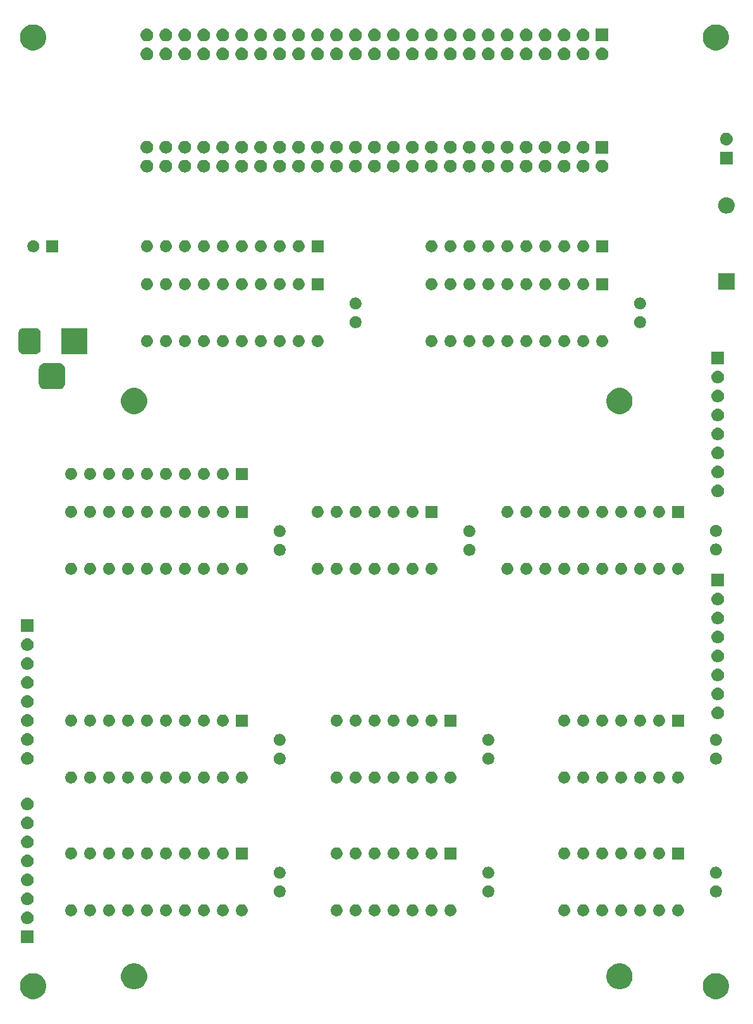
<source format=gbr>
%TF.GenerationSoftware,KiCad,Pcbnew,5.0.2-bee76a0~70~ubuntu16.04.1*%
%TF.CreationDate,2022-10-23T09:47:43+02:00*%
%TF.ProjectId,pertec,70657274-6563-42e6-9b69-6361645f7063,rev?*%
%TF.SameCoordinates,Original*%
%TF.FileFunction,Soldermask,Bot*%
%TF.FilePolarity,Negative*%
%FSLAX46Y46*%
G04 Gerber Fmt 4.6, Leading zero omitted, Abs format (unit mm)*
G04 Created by KiCad (PCBNEW 5.0.2-bee76a0~70~ubuntu16.04.1) date sön 23 okt 2022 09:47:43*
%MOMM*%
%LPD*%
G01*
G04 APERTURE LIST*
%ADD10C,0.100000*%
G04 APERTURE END LIST*
D10*
G36*
X122430456Y-145637251D02*
X122748936Y-145769170D01*
X123035560Y-145960686D01*
X123279314Y-146204440D01*
X123470830Y-146491064D01*
X123602749Y-146809544D01*
X123670000Y-147147640D01*
X123670000Y-147492360D01*
X123602749Y-147830456D01*
X123470830Y-148148936D01*
X123279314Y-148435560D01*
X123035560Y-148679314D01*
X122748936Y-148870830D01*
X122430456Y-149002749D01*
X122092360Y-149070000D01*
X121747640Y-149070000D01*
X121409544Y-149002749D01*
X121091064Y-148870830D01*
X120804440Y-148679314D01*
X120560686Y-148435560D01*
X120369170Y-148148936D01*
X120237251Y-147830456D01*
X120170000Y-147492360D01*
X120170000Y-147147640D01*
X120237251Y-146809544D01*
X120369170Y-146491064D01*
X120560686Y-146204440D01*
X120804440Y-145960686D01*
X121091064Y-145769170D01*
X121409544Y-145637251D01*
X121747640Y-145570000D01*
X122092360Y-145570000D01*
X122430456Y-145637251D01*
X122430456Y-145637251D01*
G37*
G36*
X30990456Y-145637251D02*
X31308936Y-145769170D01*
X31595560Y-145960686D01*
X31839314Y-146204440D01*
X32030830Y-146491064D01*
X32162749Y-146809544D01*
X32230000Y-147147640D01*
X32230000Y-147492360D01*
X32162749Y-147830456D01*
X32030830Y-148148936D01*
X31839314Y-148435560D01*
X31595560Y-148679314D01*
X31308936Y-148870830D01*
X30990456Y-149002749D01*
X30652360Y-149070000D01*
X30307640Y-149070000D01*
X29969544Y-149002749D01*
X29651064Y-148870830D01*
X29364440Y-148679314D01*
X29120686Y-148435560D01*
X28929170Y-148148936D01*
X28797251Y-147830456D01*
X28730000Y-147492360D01*
X28730000Y-147147640D01*
X28797251Y-146809544D01*
X28929170Y-146491064D01*
X29120686Y-146204440D01*
X29364440Y-145960686D01*
X29651064Y-145769170D01*
X29969544Y-145637251D01*
X30307640Y-145570000D01*
X30652360Y-145570000D01*
X30990456Y-145637251D01*
X30990456Y-145637251D01*
G37*
G36*
X109510456Y-144317251D02*
X109828936Y-144449170D01*
X110115560Y-144640686D01*
X110359314Y-144884440D01*
X110550830Y-145171064D01*
X110682749Y-145489544D01*
X110750000Y-145827640D01*
X110750000Y-146172360D01*
X110682749Y-146510456D01*
X110550830Y-146828936D01*
X110359314Y-147115560D01*
X110115560Y-147359314D01*
X109828936Y-147550830D01*
X109510456Y-147682749D01*
X109172360Y-147750000D01*
X108827640Y-147750000D01*
X108489544Y-147682749D01*
X108171064Y-147550830D01*
X107884440Y-147359314D01*
X107640686Y-147115560D01*
X107449170Y-146828936D01*
X107317251Y-146510456D01*
X107250000Y-146172360D01*
X107250000Y-145827640D01*
X107317251Y-145489544D01*
X107449170Y-145171064D01*
X107640686Y-144884440D01*
X107884440Y-144640686D01*
X108171064Y-144449170D01*
X108489544Y-144317251D01*
X108827640Y-144250000D01*
X109172360Y-144250000D01*
X109510456Y-144317251D01*
X109510456Y-144317251D01*
G37*
G36*
X44510456Y-144317251D02*
X44828936Y-144449170D01*
X45115560Y-144640686D01*
X45359314Y-144884440D01*
X45550830Y-145171064D01*
X45682749Y-145489544D01*
X45750000Y-145827640D01*
X45750000Y-146172360D01*
X45682749Y-146510456D01*
X45550830Y-146828936D01*
X45359314Y-147115560D01*
X45115560Y-147359314D01*
X44828936Y-147550830D01*
X44510456Y-147682749D01*
X44172360Y-147750000D01*
X43827640Y-147750000D01*
X43489544Y-147682749D01*
X43171064Y-147550830D01*
X42884440Y-147359314D01*
X42640686Y-147115560D01*
X42449170Y-146828936D01*
X42317251Y-146510456D01*
X42250000Y-146172360D01*
X42250000Y-145827640D01*
X42317251Y-145489544D01*
X42449170Y-145171064D01*
X42640686Y-144884440D01*
X42884440Y-144640686D01*
X43171064Y-144449170D01*
X43489544Y-144317251D01*
X43827640Y-144250000D01*
X44172360Y-144250000D01*
X44510456Y-144317251D01*
X44510456Y-144317251D01*
G37*
G36*
X30568000Y-141566000D02*
X28868000Y-141566000D01*
X28868000Y-139866000D01*
X30568000Y-139866000D01*
X30568000Y-141566000D01*
X30568000Y-141566000D01*
G37*
G36*
X29884630Y-137338299D02*
X30044855Y-137386903D01*
X30192520Y-137465831D01*
X30321949Y-137572051D01*
X30428169Y-137701480D01*
X30507097Y-137849145D01*
X30555701Y-138009370D01*
X30572112Y-138176000D01*
X30555701Y-138342630D01*
X30507097Y-138502855D01*
X30428169Y-138650520D01*
X30321949Y-138779949D01*
X30192520Y-138886169D01*
X30044855Y-138965097D01*
X29884630Y-139013701D01*
X29759752Y-139026000D01*
X29676248Y-139026000D01*
X29551370Y-139013701D01*
X29391145Y-138965097D01*
X29243480Y-138886169D01*
X29114051Y-138779949D01*
X29007831Y-138650520D01*
X28928903Y-138502855D01*
X28880299Y-138342630D01*
X28863888Y-138176000D01*
X28880299Y-138009370D01*
X28928903Y-137849145D01*
X29007831Y-137701480D01*
X29114051Y-137572051D01*
X29243480Y-137465831D01*
X29391145Y-137386903D01*
X29551370Y-137338299D01*
X29676248Y-137326000D01*
X29759752Y-137326000D01*
X29884630Y-137338299D01*
X29884630Y-137338299D01*
G37*
G36*
X111877649Y-136367717D02*
X111916827Y-136371576D01*
X111992228Y-136394449D01*
X112067629Y-136417321D01*
X112206608Y-136491608D01*
X112328422Y-136591578D01*
X112428392Y-136713392D01*
X112502679Y-136852371D01*
X112502679Y-136852372D01*
X112548424Y-137003173D01*
X112563870Y-137160000D01*
X112548424Y-137316827D01*
X112541910Y-137338300D01*
X112502679Y-137467629D01*
X112428392Y-137606608D01*
X112328422Y-137728422D01*
X112206608Y-137828392D01*
X112067629Y-137902679D01*
X111992227Y-137925552D01*
X111916827Y-137948424D01*
X111877649Y-137952283D01*
X111799295Y-137960000D01*
X111720705Y-137960000D01*
X111642351Y-137952283D01*
X111603173Y-137948424D01*
X111527772Y-137925551D01*
X111452371Y-137902679D01*
X111313392Y-137828392D01*
X111191578Y-137728422D01*
X111091608Y-137606608D01*
X111017321Y-137467629D01*
X110978090Y-137338300D01*
X110971576Y-137316827D01*
X110956130Y-137160000D01*
X110971576Y-137003173D01*
X111017321Y-136852372D01*
X111017321Y-136852371D01*
X111091608Y-136713392D01*
X111191578Y-136591578D01*
X111313392Y-136491608D01*
X111452371Y-136417321D01*
X111527772Y-136394449D01*
X111603173Y-136371576D01*
X111642351Y-136367717D01*
X111720705Y-136360000D01*
X111799295Y-136360000D01*
X111877649Y-136367717D01*
X111877649Y-136367717D01*
G37*
G36*
X45837649Y-136367717D02*
X45876827Y-136371576D01*
X45952228Y-136394449D01*
X46027629Y-136417321D01*
X46166608Y-136491608D01*
X46288422Y-136591578D01*
X46388392Y-136713392D01*
X46462679Y-136852371D01*
X46462679Y-136852372D01*
X46508424Y-137003173D01*
X46523870Y-137160000D01*
X46508424Y-137316827D01*
X46501910Y-137338300D01*
X46462679Y-137467629D01*
X46388392Y-137606608D01*
X46288422Y-137728422D01*
X46166608Y-137828392D01*
X46027629Y-137902679D01*
X45952228Y-137925551D01*
X45876827Y-137948424D01*
X45837649Y-137952283D01*
X45759295Y-137960000D01*
X45680705Y-137960000D01*
X45602351Y-137952283D01*
X45563173Y-137948424D01*
X45487772Y-137925551D01*
X45412371Y-137902679D01*
X45273392Y-137828392D01*
X45151578Y-137728422D01*
X45051608Y-137606608D01*
X44977321Y-137467629D01*
X44938090Y-137338300D01*
X44931576Y-137316827D01*
X44916130Y-137160000D01*
X44931576Y-137003173D01*
X44977321Y-136852372D01*
X44977321Y-136852371D01*
X45051608Y-136713392D01*
X45151578Y-136591578D01*
X45273392Y-136491608D01*
X45412371Y-136417321D01*
X45487772Y-136394449D01*
X45563173Y-136371576D01*
X45602351Y-136367717D01*
X45680705Y-136360000D01*
X45759295Y-136360000D01*
X45837649Y-136367717D01*
X45837649Y-136367717D01*
G37*
G36*
X114417649Y-136367717D02*
X114456827Y-136371576D01*
X114532228Y-136394449D01*
X114607629Y-136417321D01*
X114746608Y-136491608D01*
X114868422Y-136591578D01*
X114968392Y-136713392D01*
X115042679Y-136852371D01*
X115042679Y-136852372D01*
X115088424Y-137003173D01*
X115103870Y-137160000D01*
X115088424Y-137316827D01*
X115081910Y-137338300D01*
X115042679Y-137467629D01*
X114968392Y-137606608D01*
X114868422Y-137728422D01*
X114746608Y-137828392D01*
X114607629Y-137902679D01*
X114532227Y-137925552D01*
X114456827Y-137948424D01*
X114417649Y-137952283D01*
X114339295Y-137960000D01*
X114260705Y-137960000D01*
X114182351Y-137952283D01*
X114143173Y-137948424D01*
X114067772Y-137925551D01*
X113992371Y-137902679D01*
X113853392Y-137828392D01*
X113731578Y-137728422D01*
X113631608Y-137606608D01*
X113557321Y-137467629D01*
X113518090Y-137338300D01*
X113511576Y-137316827D01*
X113496130Y-137160000D01*
X113511576Y-137003173D01*
X113557321Y-136852372D01*
X113557321Y-136852371D01*
X113631608Y-136713392D01*
X113731578Y-136591578D01*
X113853392Y-136491608D01*
X113992371Y-136417321D01*
X114067772Y-136394449D01*
X114143173Y-136371576D01*
X114182351Y-136367717D01*
X114260705Y-136360000D01*
X114339295Y-136360000D01*
X114417649Y-136367717D01*
X114417649Y-136367717D01*
G37*
G36*
X116957649Y-136367717D02*
X116996827Y-136371576D01*
X117072228Y-136394449D01*
X117147629Y-136417321D01*
X117286608Y-136491608D01*
X117408422Y-136591578D01*
X117508392Y-136713392D01*
X117582679Y-136852371D01*
X117582679Y-136852372D01*
X117628424Y-137003173D01*
X117643870Y-137160000D01*
X117628424Y-137316827D01*
X117621910Y-137338300D01*
X117582679Y-137467629D01*
X117508392Y-137606608D01*
X117408422Y-137728422D01*
X117286608Y-137828392D01*
X117147629Y-137902679D01*
X117072227Y-137925552D01*
X116996827Y-137948424D01*
X116957649Y-137952283D01*
X116879295Y-137960000D01*
X116800705Y-137960000D01*
X116722351Y-137952283D01*
X116683173Y-137948424D01*
X116607772Y-137925551D01*
X116532371Y-137902679D01*
X116393392Y-137828392D01*
X116271578Y-137728422D01*
X116171608Y-137606608D01*
X116097321Y-137467629D01*
X116058090Y-137338300D01*
X116051576Y-137316827D01*
X116036130Y-137160000D01*
X116051576Y-137003173D01*
X116097321Y-136852372D01*
X116097321Y-136852371D01*
X116171608Y-136713392D01*
X116271578Y-136591578D01*
X116393392Y-136491608D01*
X116532371Y-136417321D01*
X116607772Y-136394449D01*
X116683173Y-136371576D01*
X116722351Y-136367717D01*
X116800705Y-136360000D01*
X116879295Y-136360000D01*
X116957649Y-136367717D01*
X116957649Y-136367717D01*
G37*
G36*
X35677649Y-136367717D02*
X35716827Y-136371576D01*
X35792228Y-136394449D01*
X35867629Y-136417321D01*
X36006608Y-136491608D01*
X36128422Y-136591578D01*
X36228392Y-136713392D01*
X36302679Y-136852371D01*
X36302679Y-136852372D01*
X36348424Y-137003173D01*
X36363870Y-137160000D01*
X36348424Y-137316827D01*
X36341910Y-137338300D01*
X36302679Y-137467629D01*
X36228392Y-137606608D01*
X36128422Y-137728422D01*
X36006608Y-137828392D01*
X35867629Y-137902679D01*
X35792228Y-137925551D01*
X35716827Y-137948424D01*
X35677649Y-137952283D01*
X35599295Y-137960000D01*
X35520705Y-137960000D01*
X35442351Y-137952283D01*
X35403173Y-137948424D01*
X35327772Y-137925551D01*
X35252371Y-137902679D01*
X35113392Y-137828392D01*
X34991578Y-137728422D01*
X34891608Y-137606608D01*
X34817321Y-137467629D01*
X34778090Y-137338300D01*
X34771576Y-137316827D01*
X34756130Y-137160000D01*
X34771576Y-137003173D01*
X34817321Y-136852372D01*
X34817321Y-136852371D01*
X34891608Y-136713392D01*
X34991578Y-136591578D01*
X35113392Y-136491608D01*
X35252371Y-136417321D01*
X35327772Y-136394449D01*
X35403173Y-136371576D01*
X35442351Y-136367717D01*
X35520705Y-136360000D01*
X35599295Y-136360000D01*
X35677649Y-136367717D01*
X35677649Y-136367717D01*
G37*
G36*
X38217649Y-136367717D02*
X38256827Y-136371576D01*
X38332228Y-136394449D01*
X38407629Y-136417321D01*
X38546608Y-136491608D01*
X38668422Y-136591578D01*
X38768392Y-136713392D01*
X38842679Y-136852371D01*
X38842679Y-136852372D01*
X38888424Y-137003173D01*
X38903870Y-137160000D01*
X38888424Y-137316827D01*
X38881910Y-137338300D01*
X38842679Y-137467629D01*
X38768392Y-137606608D01*
X38668422Y-137728422D01*
X38546608Y-137828392D01*
X38407629Y-137902679D01*
X38332228Y-137925551D01*
X38256827Y-137948424D01*
X38217649Y-137952283D01*
X38139295Y-137960000D01*
X38060705Y-137960000D01*
X37982351Y-137952283D01*
X37943173Y-137948424D01*
X37867772Y-137925551D01*
X37792371Y-137902679D01*
X37653392Y-137828392D01*
X37531578Y-137728422D01*
X37431608Y-137606608D01*
X37357321Y-137467629D01*
X37318090Y-137338300D01*
X37311576Y-137316827D01*
X37296130Y-137160000D01*
X37311576Y-137003173D01*
X37357321Y-136852372D01*
X37357321Y-136852371D01*
X37431608Y-136713392D01*
X37531578Y-136591578D01*
X37653392Y-136491608D01*
X37792371Y-136417321D01*
X37867772Y-136394449D01*
X37943173Y-136371576D01*
X37982351Y-136367717D01*
X38060705Y-136360000D01*
X38139295Y-136360000D01*
X38217649Y-136367717D01*
X38217649Y-136367717D01*
G37*
G36*
X40757649Y-136367717D02*
X40796827Y-136371576D01*
X40872228Y-136394449D01*
X40947629Y-136417321D01*
X41086608Y-136491608D01*
X41208422Y-136591578D01*
X41308392Y-136713392D01*
X41382679Y-136852371D01*
X41382679Y-136852372D01*
X41428424Y-137003173D01*
X41443870Y-137160000D01*
X41428424Y-137316827D01*
X41421910Y-137338300D01*
X41382679Y-137467629D01*
X41308392Y-137606608D01*
X41208422Y-137728422D01*
X41086608Y-137828392D01*
X40947629Y-137902679D01*
X40872228Y-137925551D01*
X40796827Y-137948424D01*
X40757649Y-137952283D01*
X40679295Y-137960000D01*
X40600705Y-137960000D01*
X40522351Y-137952283D01*
X40483173Y-137948424D01*
X40407772Y-137925551D01*
X40332371Y-137902679D01*
X40193392Y-137828392D01*
X40071578Y-137728422D01*
X39971608Y-137606608D01*
X39897321Y-137467629D01*
X39858090Y-137338300D01*
X39851576Y-137316827D01*
X39836130Y-137160000D01*
X39851576Y-137003173D01*
X39897321Y-136852372D01*
X39897321Y-136852371D01*
X39971608Y-136713392D01*
X40071578Y-136591578D01*
X40193392Y-136491608D01*
X40332371Y-136417321D01*
X40407772Y-136394449D01*
X40483173Y-136371576D01*
X40522351Y-136367717D01*
X40600705Y-136360000D01*
X40679295Y-136360000D01*
X40757649Y-136367717D01*
X40757649Y-136367717D01*
G37*
G36*
X43297649Y-136367717D02*
X43336827Y-136371576D01*
X43412228Y-136394449D01*
X43487629Y-136417321D01*
X43626608Y-136491608D01*
X43748422Y-136591578D01*
X43848392Y-136713392D01*
X43922679Y-136852371D01*
X43922679Y-136852372D01*
X43968424Y-137003173D01*
X43983870Y-137160000D01*
X43968424Y-137316827D01*
X43961910Y-137338300D01*
X43922679Y-137467629D01*
X43848392Y-137606608D01*
X43748422Y-137728422D01*
X43626608Y-137828392D01*
X43487629Y-137902679D01*
X43412228Y-137925551D01*
X43336827Y-137948424D01*
X43297649Y-137952283D01*
X43219295Y-137960000D01*
X43140705Y-137960000D01*
X43062351Y-137952283D01*
X43023173Y-137948424D01*
X42947772Y-137925551D01*
X42872371Y-137902679D01*
X42733392Y-137828392D01*
X42611578Y-137728422D01*
X42511608Y-137606608D01*
X42437321Y-137467629D01*
X42398090Y-137338300D01*
X42391576Y-137316827D01*
X42376130Y-137160000D01*
X42391576Y-137003173D01*
X42437321Y-136852372D01*
X42437321Y-136852371D01*
X42511608Y-136713392D01*
X42611578Y-136591578D01*
X42733392Y-136491608D01*
X42872371Y-136417321D01*
X42947772Y-136394449D01*
X43023173Y-136371576D01*
X43062351Y-136367717D01*
X43140705Y-136360000D01*
X43219295Y-136360000D01*
X43297649Y-136367717D01*
X43297649Y-136367717D01*
G37*
G36*
X48377649Y-136367717D02*
X48416827Y-136371576D01*
X48492228Y-136394449D01*
X48567629Y-136417321D01*
X48706608Y-136491608D01*
X48828422Y-136591578D01*
X48928392Y-136713392D01*
X49002679Y-136852371D01*
X49002679Y-136852372D01*
X49048424Y-137003173D01*
X49063870Y-137160000D01*
X49048424Y-137316827D01*
X49041910Y-137338300D01*
X49002679Y-137467629D01*
X48928392Y-137606608D01*
X48828422Y-137728422D01*
X48706608Y-137828392D01*
X48567629Y-137902679D01*
X48492228Y-137925551D01*
X48416827Y-137948424D01*
X48377649Y-137952283D01*
X48299295Y-137960000D01*
X48220705Y-137960000D01*
X48142351Y-137952283D01*
X48103173Y-137948424D01*
X48027772Y-137925551D01*
X47952371Y-137902679D01*
X47813392Y-137828392D01*
X47691578Y-137728422D01*
X47591608Y-137606608D01*
X47517321Y-137467629D01*
X47478090Y-137338300D01*
X47471576Y-137316827D01*
X47456130Y-137160000D01*
X47471576Y-137003173D01*
X47517321Y-136852372D01*
X47517321Y-136852371D01*
X47591608Y-136713392D01*
X47691578Y-136591578D01*
X47813392Y-136491608D01*
X47952371Y-136417321D01*
X48027772Y-136394449D01*
X48103173Y-136371576D01*
X48142351Y-136367717D01*
X48220705Y-136360000D01*
X48299295Y-136360000D01*
X48377649Y-136367717D01*
X48377649Y-136367717D01*
G37*
G36*
X50917649Y-136367717D02*
X50956827Y-136371576D01*
X51032228Y-136394449D01*
X51107629Y-136417321D01*
X51246608Y-136491608D01*
X51368422Y-136591578D01*
X51468392Y-136713392D01*
X51542679Y-136852371D01*
X51542679Y-136852372D01*
X51588424Y-137003173D01*
X51603870Y-137160000D01*
X51588424Y-137316827D01*
X51581910Y-137338300D01*
X51542679Y-137467629D01*
X51468392Y-137606608D01*
X51368422Y-137728422D01*
X51246608Y-137828392D01*
X51107629Y-137902679D01*
X51032228Y-137925551D01*
X50956827Y-137948424D01*
X50917649Y-137952283D01*
X50839295Y-137960000D01*
X50760705Y-137960000D01*
X50682351Y-137952283D01*
X50643173Y-137948424D01*
X50567772Y-137925551D01*
X50492371Y-137902679D01*
X50353392Y-137828392D01*
X50231578Y-137728422D01*
X50131608Y-137606608D01*
X50057321Y-137467629D01*
X50018090Y-137338300D01*
X50011576Y-137316827D01*
X49996130Y-137160000D01*
X50011576Y-137003173D01*
X50057321Y-136852372D01*
X50057321Y-136852371D01*
X50131608Y-136713392D01*
X50231578Y-136591578D01*
X50353392Y-136491608D01*
X50492371Y-136417321D01*
X50567772Y-136394449D01*
X50643173Y-136371576D01*
X50682351Y-136367717D01*
X50760705Y-136360000D01*
X50839295Y-136360000D01*
X50917649Y-136367717D01*
X50917649Y-136367717D01*
G37*
G36*
X53457649Y-136367717D02*
X53496827Y-136371576D01*
X53572228Y-136394449D01*
X53647629Y-136417321D01*
X53786608Y-136491608D01*
X53908422Y-136591578D01*
X54008392Y-136713392D01*
X54082679Y-136852371D01*
X54082679Y-136852372D01*
X54128424Y-137003173D01*
X54143870Y-137160000D01*
X54128424Y-137316827D01*
X54121910Y-137338300D01*
X54082679Y-137467629D01*
X54008392Y-137606608D01*
X53908422Y-137728422D01*
X53786608Y-137828392D01*
X53647629Y-137902679D01*
X53572228Y-137925551D01*
X53496827Y-137948424D01*
X53457649Y-137952283D01*
X53379295Y-137960000D01*
X53300705Y-137960000D01*
X53222351Y-137952283D01*
X53183173Y-137948424D01*
X53107772Y-137925551D01*
X53032371Y-137902679D01*
X52893392Y-137828392D01*
X52771578Y-137728422D01*
X52671608Y-137606608D01*
X52597321Y-137467629D01*
X52558090Y-137338300D01*
X52551576Y-137316827D01*
X52536130Y-137160000D01*
X52551576Y-137003173D01*
X52597321Y-136852372D01*
X52597321Y-136852371D01*
X52671608Y-136713392D01*
X52771578Y-136591578D01*
X52893392Y-136491608D01*
X53032371Y-136417321D01*
X53107772Y-136394449D01*
X53183173Y-136371576D01*
X53222351Y-136367717D01*
X53300705Y-136360000D01*
X53379295Y-136360000D01*
X53457649Y-136367717D01*
X53457649Y-136367717D01*
G37*
G36*
X55997649Y-136367717D02*
X56036827Y-136371576D01*
X56112228Y-136394449D01*
X56187629Y-136417321D01*
X56326608Y-136491608D01*
X56448422Y-136591578D01*
X56548392Y-136713392D01*
X56622679Y-136852371D01*
X56622679Y-136852372D01*
X56668424Y-137003173D01*
X56683870Y-137160000D01*
X56668424Y-137316827D01*
X56661910Y-137338300D01*
X56622679Y-137467629D01*
X56548392Y-137606608D01*
X56448422Y-137728422D01*
X56326608Y-137828392D01*
X56187629Y-137902679D01*
X56112228Y-137925551D01*
X56036827Y-137948424D01*
X55997649Y-137952283D01*
X55919295Y-137960000D01*
X55840705Y-137960000D01*
X55762351Y-137952283D01*
X55723173Y-137948424D01*
X55647772Y-137925551D01*
X55572371Y-137902679D01*
X55433392Y-137828392D01*
X55311578Y-137728422D01*
X55211608Y-137606608D01*
X55137321Y-137467629D01*
X55098090Y-137338300D01*
X55091576Y-137316827D01*
X55076130Y-137160000D01*
X55091576Y-137003173D01*
X55137321Y-136852372D01*
X55137321Y-136852371D01*
X55211608Y-136713392D01*
X55311578Y-136591578D01*
X55433392Y-136491608D01*
X55572371Y-136417321D01*
X55647772Y-136394449D01*
X55723173Y-136371576D01*
X55762351Y-136367717D01*
X55840705Y-136360000D01*
X55919295Y-136360000D01*
X55997649Y-136367717D01*
X55997649Y-136367717D01*
G37*
G36*
X76317649Y-136367717D02*
X76356827Y-136371576D01*
X76432228Y-136394449D01*
X76507629Y-136417321D01*
X76646608Y-136491608D01*
X76768422Y-136591578D01*
X76868392Y-136713392D01*
X76942679Y-136852371D01*
X76942679Y-136852372D01*
X76988424Y-137003173D01*
X77003870Y-137160000D01*
X76988424Y-137316827D01*
X76981910Y-137338300D01*
X76942679Y-137467629D01*
X76868392Y-137606608D01*
X76768422Y-137728422D01*
X76646608Y-137828392D01*
X76507629Y-137902679D01*
X76432228Y-137925551D01*
X76356827Y-137948424D01*
X76317649Y-137952283D01*
X76239295Y-137960000D01*
X76160705Y-137960000D01*
X76082351Y-137952283D01*
X76043173Y-137948424D01*
X75967772Y-137925551D01*
X75892371Y-137902679D01*
X75753392Y-137828392D01*
X75631578Y-137728422D01*
X75531608Y-137606608D01*
X75457321Y-137467629D01*
X75418090Y-137338300D01*
X75411576Y-137316827D01*
X75396130Y-137160000D01*
X75411576Y-137003173D01*
X75457321Y-136852372D01*
X75457321Y-136852371D01*
X75531608Y-136713392D01*
X75631578Y-136591578D01*
X75753392Y-136491608D01*
X75892371Y-136417321D01*
X75967772Y-136394449D01*
X76043173Y-136371576D01*
X76082351Y-136367717D01*
X76160705Y-136360000D01*
X76239295Y-136360000D01*
X76317649Y-136367717D01*
X76317649Y-136367717D01*
G37*
G36*
X109337649Y-136367717D02*
X109376827Y-136371576D01*
X109452228Y-136394449D01*
X109527629Y-136417321D01*
X109666608Y-136491608D01*
X109788422Y-136591578D01*
X109888392Y-136713392D01*
X109962679Y-136852371D01*
X109962679Y-136852372D01*
X110008424Y-137003173D01*
X110023870Y-137160000D01*
X110008424Y-137316827D01*
X110001910Y-137338300D01*
X109962679Y-137467629D01*
X109888392Y-137606608D01*
X109788422Y-137728422D01*
X109666608Y-137828392D01*
X109527629Y-137902679D01*
X109452227Y-137925552D01*
X109376827Y-137948424D01*
X109337649Y-137952283D01*
X109259295Y-137960000D01*
X109180705Y-137960000D01*
X109102351Y-137952283D01*
X109063173Y-137948424D01*
X108987772Y-137925551D01*
X108912371Y-137902679D01*
X108773392Y-137828392D01*
X108651578Y-137728422D01*
X108551608Y-137606608D01*
X108477321Y-137467629D01*
X108438090Y-137338300D01*
X108431576Y-137316827D01*
X108416130Y-137160000D01*
X108431576Y-137003173D01*
X108477321Y-136852372D01*
X108477321Y-136852371D01*
X108551608Y-136713392D01*
X108651578Y-136591578D01*
X108773392Y-136491608D01*
X108912371Y-136417321D01*
X108987772Y-136394449D01*
X109063173Y-136371576D01*
X109102351Y-136367717D01*
X109180705Y-136360000D01*
X109259295Y-136360000D01*
X109337649Y-136367717D01*
X109337649Y-136367717D01*
G37*
G36*
X86477649Y-136367717D02*
X86516827Y-136371576D01*
X86592228Y-136394449D01*
X86667629Y-136417321D01*
X86806608Y-136491608D01*
X86928422Y-136591578D01*
X87028392Y-136713392D01*
X87102679Y-136852371D01*
X87102679Y-136852372D01*
X87148424Y-137003173D01*
X87163870Y-137160000D01*
X87148424Y-137316827D01*
X87141910Y-137338300D01*
X87102679Y-137467629D01*
X87028392Y-137606608D01*
X86928422Y-137728422D01*
X86806608Y-137828392D01*
X86667629Y-137902679D01*
X86592227Y-137925552D01*
X86516827Y-137948424D01*
X86477649Y-137952283D01*
X86399295Y-137960000D01*
X86320705Y-137960000D01*
X86242351Y-137952283D01*
X86203173Y-137948424D01*
X86127772Y-137925551D01*
X86052371Y-137902679D01*
X85913392Y-137828392D01*
X85791578Y-137728422D01*
X85691608Y-137606608D01*
X85617321Y-137467629D01*
X85578090Y-137338300D01*
X85571576Y-137316827D01*
X85556130Y-137160000D01*
X85571576Y-137003173D01*
X85617321Y-136852372D01*
X85617321Y-136852371D01*
X85691608Y-136713392D01*
X85791578Y-136591578D01*
X85913392Y-136491608D01*
X86052371Y-136417321D01*
X86127772Y-136394449D01*
X86203173Y-136371576D01*
X86242351Y-136367717D01*
X86320705Y-136360000D01*
X86399295Y-136360000D01*
X86477649Y-136367717D01*
X86477649Y-136367717D01*
G37*
G36*
X71237649Y-136367717D02*
X71276827Y-136371576D01*
X71352228Y-136394449D01*
X71427629Y-136417321D01*
X71566608Y-136491608D01*
X71688422Y-136591578D01*
X71788392Y-136713392D01*
X71862679Y-136852371D01*
X71862679Y-136852372D01*
X71908424Y-137003173D01*
X71923870Y-137160000D01*
X71908424Y-137316827D01*
X71901910Y-137338300D01*
X71862679Y-137467629D01*
X71788392Y-137606608D01*
X71688422Y-137728422D01*
X71566608Y-137828392D01*
X71427629Y-137902679D01*
X71352228Y-137925551D01*
X71276827Y-137948424D01*
X71237649Y-137952283D01*
X71159295Y-137960000D01*
X71080705Y-137960000D01*
X71002351Y-137952283D01*
X70963173Y-137948424D01*
X70887772Y-137925551D01*
X70812371Y-137902679D01*
X70673392Y-137828392D01*
X70551578Y-137728422D01*
X70451608Y-137606608D01*
X70377321Y-137467629D01*
X70338090Y-137338300D01*
X70331576Y-137316827D01*
X70316130Y-137160000D01*
X70331576Y-137003173D01*
X70377321Y-136852372D01*
X70377321Y-136852371D01*
X70451608Y-136713392D01*
X70551578Y-136591578D01*
X70673392Y-136491608D01*
X70812371Y-136417321D01*
X70887772Y-136394449D01*
X70963173Y-136371576D01*
X71002351Y-136367717D01*
X71080705Y-136360000D01*
X71159295Y-136360000D01*
X71237649Y-136367717D01*
X71237649Y-136367717D01*
G37*
G36*
X73777649Y-136367717D02*
X73816827Y-136371576D01*
X73892228Y-136394449D01*
X73967629Y-136417321D01*
X74106608Y-136491608D01*
X74228422Y-136591578D01*
X74328392Y-136713392D01*
X74402679Y-136852371D01*
X74402679Y-136852372D01*
X74448424Y-137003173D01*
X74463870Y-137160000D01*
X74448424Y-137316827D01*
X74441910Y-137338300D01*
X74402679Y-137467629D01*
X74328392Y-137606608D01*
X74228422Y-137728422D01*
X74106608Y-137828392D01*
X73967629Y-137902679D01*
X73892228Y-137925551D01*
X73816827Y-137948424D01*
X73777649Y-137952283D01*
X73699295Y-137960000D01*
X73620705Y-137960000D01*
X73542351Y-137952283D01*
X73503173Y-137948424D01*
X73427772Y-137925551D01*
X73352371Y-137902679D01*
X73213392Y-137828392D01*
X73091578Y-137728422D01*
X72991608Y-137606608D01*
X72917321Y-137467629D01*
X72878090Y-137338300D01*
X72871576Y-137316827D01*
X72856130Y-137160000D01*
X72871576Y-137003173D01*
X72917321Y-136852372D01*
X72917321Y-136852371D01*
X72991608Y-136713392D01*
X73091578Y-136591578D01*
X73213392Y-136491608D01*
X73352371Y-136417321D01*
X73427772Y-136394449D01*
X73503173Y-136371576D01*
X73542351Y-136367717D01*
X73620705Y-136360000D01*
X73699295Y-136360000D01*
X73777649Y-136367717D01*
X73777649Y-136367717D01*
G37*
G36*
X101717649Y-136367717D02*
X101756827Y-136371576D01*
X101832228Y-136394449D01*
X101907629Y-136417321D01*
X102046608Y-136491608D01*
X102168422Y-136591578D01*
X102268392Y-136713392D01*
X102342679Y-136852371D01*
X102342679Y-136852372D01*
X102388424Y-137003173D01*
X102403870Y-137160000D01*
X102388424Y-137316827D01*
X102381910Y-137338300D01*
X102342679Y-137467629D01*
X102268392Y-137606608D01*
X102168422Y-137728422D01*
X102046608Y-137828392D01*
X101907629Y-137902679D01*
X101832227Y-137925552D01*
X101756827Y-137948424D01*
X101717649Y-137952283D01*
X101639295Y-137960000D01*
X101560705Y-137960000D01*
X101482351Y-137952283D01*
X101443173Y-137948424D01*
X101367772Y-137925551D01*
X101292371Y-137902679D01*
X101153392Y-137828392D01*
X101031578Y-137728422D01*
X100931608Y-137606608D01*
X100857321Y-137467629D01*
X100818090Y-137338300D01*
X100811576Y-137316827D01*
X100796130Y-137160000D01*
X100811576Y-137003173D01*
X100857321Y-136852372D01*
X100857321Y-136852371D01*
X100931608Y-136713392D01*
X101031578Y-136591578D01*
X101153392Y-136491608D01*
X101292371Y-136417321D01*
X101367772Y-136394449D01*
X101443173Y-136371576D01*
X101482351Y-136367717D01*
X101560705Y-136360000D01*
X101639295Y-136360000D01*
X101717649Y-136367717D01*
X101717649Y-136367717D01*
G37*
G36*
X78857649Y-136367717D02*
X78896827Y-136371576D01*
X78972228Y-136394449D01*
X79047629Y-136417321D01*
X79186608Y-136491608D01*
X79308422Y-136591578D01*
X79408392Y-136713392D01*
X79482679Y-136852371D01*
X79482679Y-136852372D01*
X79528424Y-137003173D01*
X79543870Y-137160000D01*
X79528424Y-137316827D01*
X79521910Y-137338300D01*
X79482679Y-137467629D01*
X79408392Y-137606608D01*
X79308422Y-137728422D01*
X79186608Y-137828392D01*
X79047629Y-137902679D01*
X78972228Y-137925551D01*
X78896827Y-137948424D01*
X78857649Y-137952283D01*
X78779295Y-137960000D01*
X78700705Y-137960000D01*
X78622351Y-137952283D01*
X78583173Y-137948424D01*
X78507772Y-137925551D01*
X78432371Y-137902679D01*
X78293392Y-137828392D01*
X78171578Y-137728422D01*
X78071608Y-137606608D01*
X77997321Y-137467629D01*
X77958090Y-137338300D01*
X77951576Y-137316827D01*
X77936130Y-137160000D01*
X77951576Y-137003173D01*
X77997321Y-136852372D01*
X77997321Y-136852371D01*
X78071608Y-136713392D01*
X78171578Y-136591578D01*
X78293392Y-136491608D01*
X78432371Y-136417321D01*
X78507772Y-136394449D01*
X78583173Y-136371576D01*
X78622351Y-136367717D01*
X78700705Y-136360000D01*
X78779295Y-136360000D01*
X78857649Y-136367717D01*
X78857649Y-136367717D01*
G37*
G36*
X81397649Y-136367717D02*
X81436827Y-136371576D01*
X81512228Y-136394449D01*
X81587629Y-136417321D01*
X81726608Y-136491608D01*
X81848422Y-136591578D01*
X81948392Y-136713392D01*
X82022679Y-136852371D01*
X82022679Y-136852372D01*
X82068424Y-137003173D01*
X82083870Y-137160000D01*
X82068424Y-137316827D01*
X82061910Y-137338300D01*
X82022679Y-137467629D01*
X81948392Y-137606608D01*
X81848422Y-137728422D01*
X81726608Y-137828392D01*
X81587629Y-137902679D01*
X81512228Y-137925551D01*
X81436827Y-137948424D01*
X81397649Y-137952283D01*
X81319295Y-137960000D01*
X81240705Y-137960000D01*
X81162351Y-137952283D01*
X81123173Y-137948424D01*
X81047772Y-137925551D01*
X80972371Y-137902679D01*
X80833392Y-137828392D01*
X80711578Y-137728422D01*
X80611608Y-137606608D01*
X80537321Y-137467629D01*
X80498090Y-137338300D01*
X80491576Y-137316827D01*
X80476130Y-137160000D01*
X80491576Y-137003173D01*
X80537321Y-136852372D01*
X80537321Y-136852371D01*
X80611608Y-136713392D01*
X80711578Y-136591578D01*
X80833392Y-136491608D01*
X80972371Y-136417321D01*
X81047772Y-136394449D01*
X81123173Y-136371576D01*
X81162351Y-136367717D01*
X81240705Y-136360000D01*
X81319295Y-136360000D01*
X81397649Y-136367717D01*
X81397649Y-136367717D01*
G37*
G36*
X83937649Y-136367717D02*
X83976827Y-136371576D01*
X84052228Y-136394449D01*
X84127629Y-136417321D01*
X84266608Y-136491608D01*
X84388422Y-136591578D01*
X84488392Y-136713392D01*
X84562679Y-136852371D01*
X84562679Y-136852372D01*
X84608424Y-137003173D01*
X84623870Y-137160000D01*
X84608424Y-137316827D01*
X84601910Y-137338300D01*
X84562679Y-137467629D01*
X84488392Y-137606608D01*
X84388422Y-137728422D01*
X84266608Y-137828392D01*
X84127629Y-137902679D01*
X84052227Y-137925552D01*
X83976827Y-137948424D01*
X83937649Y-137952283D01*
X83859295Y-137960000D01*
X83780705Y-137960000D01*
X83702351Y-137952283D01*
X83663173Y-137948424D01*
X83587772Y-137925551D01*
X83512371Y-137902679D01*
X83373392Y-137828392D01*
X83251578Y-137728422D01*
X83151608Y-137606608D01*
X83077321Y-137467629D01*
X83038090Y-137338300D01*
X83031576Y-137316827D01*
X83016130Y-137160000D01*
X83031576Y-137003173D01*
X83077321Y-136852372D01*
X83077321Y-136852371D01*
X83151608Y-136713392D01*
X83251578Y-136591578D01*
X83373392Y-136491608D01*
X83512371Y-136417321D01*
X83587772Y-136394449D01*
X83663173Y-136371576D01*
X83702351Y-136367717D01*
X83780705Y-136360000D01*
X83859295Y-136360000D01*
X83937649Y-136367717D01*
X83937649Y-136367717D01*
G37*
G36*
X58537649Y-136367717D02*
X58576827Y-136371576D01*
X58652228Y-136394449D01*
X58727629Y-136417321D01*
X58866608Y-136491608D01*
X58988422Y-136591578D01*
X59088392Y-136713392D01*
X59162679Y-136852371D01*
X59162679Y-136852372D01*
X59208424Y-137003173D01*
X59223870Y-137160000D01*
X59208424Y-137316827D01*
X59201910Y-137338300D01*
X59162679Y-137467629D01*
X59088392Y-137606608D01*
X58988422Y-137728422D01*
X58866608Y-137828392D01*
X58727629Y-137902679D01*
X58652228Y-137925551D01*
X58576827Y-137948424D01*
X58537649Y-137952283D01*
X58459295Y-137960000D01*
X58380705Y-137960000D01*
X58302351Y-137952283D01*
X58263173Y-137948424D01*
X58187772Y-137925551D01*
X58112371Y-137902679D01*
X57973392Y-137828392D01*
X57851578Y-137728422D01*
X57751608Y-137606608D01*
X57677321Y-137467629D01*
X57638090Y-137338300D01*
X57631576Y-137316827D01*
X57616130Y-137160000D01*
X57631576Y-137003173D01*
X57677321Y-136852372D01*
X57677321Y-136852371D01*
X57751608Y-136713392D01*
X57851578Y-136591578D01*
X57973392Y-136491608D01*
X58112371Y-136417321D01*
X58187772Y-136394449D01*
X58263173Y-136371576D01*
X58302351Y-136367717D01*
X58380705Y-136360000D01*
X58459295Y-136360000D01*
X58537649Y-136367717D01*
X58537649Y-136367717D01*
G37*
G36*
X104257649Y-136367717D02*
X104296827Y-136371576D01*
X104372228Y-136394449D01*
X104447629Y-136417321D01*
X104586608Y-136491608D01*
X104708422Y-136591578D01*
X104808392Y-136713392D01*
X104882679Y-136852371D01*
X104882679Y-136852372D01*
X104928424Y-137003173D01*
X104943870Y-137160000D01*
X104928424Y-137316827D01*
X104921910Y-137338300D01*
X104882679Y-137467629D01*
X104808392Y-137606608D01*
X104708422Y-137728422D01*
X104586608Y-137828392D01*
X104447629Y-137902679D01*
X104372227Y-137925552D01*
X104296827Y-137948424D01*
X104257649Y-137952283D01*
X104179295Y-137960000D01*
X104100705Y-137960000D01*
X104022351Y-137952283D01*
X103983173Y-137948424D01*
X103907772Y-137925551D01*
X103832371Y-137902679D01*
X103693392Y-137828392D01*
X103571578Y-137728422D01*
X103471608Y-137606608D01*
X103397321Y-137467629D01*
X103358090Y-137338300D01*
X103351576Y-137316827D01*
X103336130Y-137160000D01*
X103351576Y-137003173D01*
X103397321Y-136852372D01*
X103397321Y-136852371D01*
X103471608Y-136713392D01*
X103571578Y-136591578D01*
X103693392Y-136491608D01*
X103832371Y-136417321D01*
X103907772Y-136394449D01*
X103983173Y-136371576D01*
X104022351Y-136367717D01*
X104100705Y-136360000D01*
X104179295Y-136360000D01*
X104257649Y-136367717D01*
X104257649Y-136367717D01*
G37*
G36*
X106797649Y-136367717D02*
X106836827Y-136371576D01*
X106912228Y-136394449D01*
X106987629Y-136417321D01*
X107126608Y-136491608D01*
X107248422Y-136591578D01*
X107348392Y-136713392D01*
X107422679Y-136852371D01*
X107422679Y-136852372D01*
X107468424Y-137003173D01*
X107483870Y-137160000D01*
X107468424Y-137316827D01*
X107461910Y-137338300D01*
X107422679Y-137467629D01*
X107348392Y-137606608D01*
X107248422Y-137728422D01*
X107126608Y-137828392D01*
X106987629Y-137902679D01*
X106912227Y-137925552D01*
X106836827Y-137948424D01*
X106797649Y-137952283D01*
X106719295Y-137960000D01*
X106640705Y-137960000D01*
X106562351Y-137952283D01*
X106523173Y-137948424D01*
X106447772Y-137925551D01*
X106372371Y-137902679D01*
X106233392Y-137828392D01*
X106111578Y-137728422D01*
X106011608Y-137606608D01*
X105937321Y-137467629D01*
X105898090Y-137338300D01*
X105891576Y-137316827D01*
X105876130Y-137160000D01*
X105891576Y-137003173D01*
X105937321Y-136852372D01*
X105937321Y-136852371D01*
X106011608Y-136713392D01*
X106111578Y-136591578D01*
X106233392Y-136491608D01*
X106372371Y-136417321D01*
X106447772Y-136394449D01*
X106523173Y-136371576D01*
X106562351Y-136367717D01*
X106640705Y-136360000D01*
X106719295Y-136360000D01*
X106797649Y-136367717D01*
X106797649Y-136367717D01*
G37*
G36*
X29884630Y-134798299D02*
X30044855Y-134846903D01*
X30192520Y-134925831D01*
X30321949Y-135032051D01*
X30428169Y-135161480D01*
X30507097Y-135309145D01*
X30555701Y-135469370D01*
X30572112Y-135636000D01*
X30555701Y-135802630D01*
X30507097Y-135962855D01*
X30428169Y-136110520D01*
X30321949Y-136239949D01*
X30192520Y-136346169D01*
X30044855Y-136425097D01*
X29884630Y-136473701D01*
X29759752Y-136486000D01*
X29676248Y-136486000D01*
X29551370Y-136473701D01*
X29391145Y-136425097D01*
X29243480Y-136346169D01*
X29114051Y-136239949D01*
X29007831Y-136110520D01*
X28928903Y-135962855D01*
X28880299Y-135802630D01*
X28863888Y-135636000D01*
X28880299Y-135469370D01*
X28928903Y-135309145D01*
X29007831Y-135161480D01*
X29114051Y-135032051D01*
X29243480Y-134925831D01*
X29391145Y-134846903D01*
X29551370Y-134798299D01*
X29676248Y-134786000D01*
X29759752Y-134786000D01*
X29884630Y-134798299D01*
X29884630Y-134798299D01*
G37*
G36*
X91673352Y-133850743D02*
X91818941Y-133911048D01*
X91949973Y-133998601D01*
X92061399Y-134110027D01*
X92148952Y-134241059D01*
X92209257Y-134386648D01*
X92240000Y-134541205D01*
X92240000Y-134698795D01*
X92209257Y-134853352D01*
X92148952Y-134998941D01*
X92061399Y-135129973D01*
X91949973Y-135241399D01*
X91818941Y-135328952D01*
X91673352Y-135389257D01*
X91518795Y-135420000D01*
X91361205Y-135420000D01*
X91206648Y-135389257D01*
X91061059Y-135328952D01*
X90930027Y-135241399D01*
X90818601Y-135129973D01*
X90731048Y-134998941D01*
X90670743Y-134853352D01*
X90640000Y-134698795D01*
X90640000Y-134541205D01*
X90670743Y-134386648D01*
X90731048Y-134241059D01*
X90818601Y-134110027D01*
X90930027Y-133998601D01*
X91061059Y-133911048D01*
X91206648Y-133850743D01*
X91361205Y-133820000D01*
X91518795Y-133820000D01*
X91673352Y-133850743D01*
X91673352Y-133850743D01*
G37*
G36*
X122153352Y-133850743D02*
X122298941Y-133911048D01*
X122429973Y-133998601D01*
X122541399Y-134110027D01*
X122628952Y-134241059D01*
X122689257Y-134386648D01*
X122720000Y-134541205D01*
X122720000Y-134698795D01*
X122689257Y-134853352D01*
X122628952Y-134998941D01*
X122541399Y-135129973D01*
X122429973Y-135241399D01*
X122298941Y-135328952D01*
X122153352Y-135389257D01*
X121998795Y-135420000D01*
X121841205Y-135420000D01*
X121686648Y-135389257D01*
X121541059Y-135328952D01*
X121410027Y-135241399D01*
X121298601Y-135129973D01*
X121211048Y-134998941D01*
X121150743Y-134853352D01*
X121120000Y-134698795D01*
X121120000Y-134541205D01*
X121150743Y-134386648D01*
X121211048Y-134241059D01*
X121298601Y-134110027D01*
X121410027Y-133998601D01*
X121541059Y-133911048D01*
X121686648Y-133850743D01*
X121841205Y-133820000D01*
X121998795Y-133820000D01*
X122153352Y-133850743D01*
X122153352Y-133850743D01*
G37*
G36*
X63733352Y-133850743D02*
X63878941Y-133911048D01*
X64009973Y-133998601D01*
X64121399Y-134110027D01*
X64208952Y-134241059D01*
X64269257Y-134386648D01*
X64300000Y-134541205D01*
X64300000Y-134698795D01*
X64269257Y-134853352D01*
X64208952Y-134998941D01*
X64121399Y-135129973D01*
X64009973Y-135241399D01*
X63878941Y-135328952D01*
X63733352Y-135389257D01*
X63578795Y-135420000D01*
X63421205Y-135420000D01*
X63266648Y-135389257D01*
X63121059Y-135328952D01*
X62990027Y-135241399D01*
X62878601Y-135129973D01*
X62791048Y-134998941D01*
X62730743Y-134853352D01*
X62700000Y-134698795D01*
X62700000Y-134541205D01*
X62730743Y-134386648D01*
X62791048Y-134241059D01*
X62878601Y-134110027D01*
X62990027Y-133998601D01*
X63121059Y-133911048D01*
X63266648Y-133850743D01*
X63421205Y-133820000D01*
X63578795Y-133820000D01*
X63733352Y-133850743D01*
X63733352Y-133850743D01*
G37*
G36*
X29884630Y-132258299D02*
X30044855Y-132306903D01*
X30192520Y-132385831D01*
X30321949Y-132492051D01*
X30428169Y-132621480D01*
X30507097Y-132769145D01*
X30555701Y-132929370D01*
X30572112Y-133096000D01*
X30555701Y-133262630D01*
X30507097Y-133422855D01*
X30428169Y-133570520D01*
X30321949Y-133699949D01*
X30192520Y-133806169D01*
X30044855Y-133885097D01*
X29884630Y-133933701D01*
X29759752Y-133946000D01*
X29676248Y-133946000D01*
X29551370Y-133933701D01*
X29391145Y-133885097D01*
X29243480Y-133806169D01*
X29114051Y-133699949D01*
X29007831Y-133570520D01*
X28928903Y-133422855D01*
X28880299Y-133262630D01*
X28863888Y-133096000D01*
X28880299Y-132929370D01*
X28928903Y-132769145D01*
X29007831Y-132621480D01*
X29114051Y-132492051D01*
X29243480Y-132385831D01*
X29391145Y-132306903D01*
X29551370Y-132258299D01*
X29676248Y-132246000D01*
X29759752Y-132246000D01*
X29884630Y-132258299D01*
X29884630Y-132258299D01*
G37*
G36*
X122153352Y-131350743D02*
X122298941Y-131411048D01*
X122429973Y-131498601D01*
X122541399Y-131610027D01*
X122628952Y-131741059D01*
X122689257Y-131886648D01*
X122720000Y-132041205D01*
X122720000Y-132198795D01*
X122689257Y-132353352D01*
X122628952Y-132498941D01*
X122541399Y-132629973D01*
X122429973Y-132741399D01*
X122298941Y-132828952D01*
X122153352Y-132889257D01*
X121998795Y-132920000D01*
X121841205Y-132920000D01*
X121686648Y-132889257D01*
X121541059Y-132828952D01*
X121410027Y-132741399D01*
X121298601Y-132629973D01*
X121211048Y-132498941D01*
X121150743Y-132353352D01*
X121120000Y-132198795D01*
X121120000Y-132041205D01*
X121150743Y-131886648D01*
X121211048Y-131741059D01*
X121298601Y-131610027D01*
X121410027Y-131498601D01*
X121541059Y-131411048D01*
X121686648Y-131350743D01*
X121841205Y-131320000D01*
X121998795Y-131320000D01*
X122153352Y-131350743D01*
X122153352Y-131350743D01*
G37*
G36*
X91673352Y-131350743D02*
X91818941Y-131411048D01*
X91949973Y-131498601D01*
X92061399Y-131610027D01*
X92148952Y-131741059D01*
X92209257Y-131886648D01*
X92240000Y-132041205D01*
X92240000Y-132198795D01*
X92209257Y-132353352D01*
X92148952Y-132498941D01*
X92061399Y-132629973D01*
X91949973Y-132741399D01*
X91818941Y-132828952D01*
X91673352Y-132889257D01*
X91518795Y-132920000D01*
X91361205Y-132920000D01*
X91206648Y-132889257D01*
X91061059Y-132828952D01*
X90930027Y-132741399D01*
X90818601Y-132629973D01*
X90731048Y-132498941D01*
X90670743Y-132353352D01*
X90640000Y-132198795D01*
X90640000Y-132041205D01*
X90670743Y-131886648D01*
X90731048Y-131741059D01*
X90818601Y-131610027D01*
X90930027Y-131498601D01*
X91061059Y-131411048D01*
X91206648Y-131350743D01*
X91361205Y-131320000D01*
X91518795Y-131320000D01*
X91673352Y-131350743D01*
X91673352Y-131350743D01*
G37*
G36*
X63733352Y-131350743D02*
X63878941Y-131411048D01*
X64009973Y-131498601D01*
X64121399Y-131610027D01*
X64208952Y-131741059D01*
X64269257Y-131886648D01*
X64300000Y-132041205D01*
X64300000Y-132198795D01*
X64269257Y-132353352D01*
X64208952Y-132498941D01*
X64121399Y-132629973D01*
X64009973Y-132741399D01*
X63878941Y-132828952D01*
X63733352Y-132889257D01*
X63578795Y-132920000D01*
X63421205Y-132920000D01*
X63266648Y-132889257D01*
X63121059Y-132828952D01*
X62990027Y-132741399D01*
X62878601Y-132629973D01*
X62791048Y-132498941D01*
X62730743Y-132353352D01*
X62700000Y-132198795D01*
X62700000Y-132041205D01*
X62730743Y-131886648D01*
X62791048Y-131741059D01*
X62878601Y-131610027D01*
X62990027Y-131498601D01*
X63121059Y-131411048D01*
X63266648Y-131350743D01*
X63421205Y-131320000D01*
X63578795Y-131320000D01*
X63733352Y-131350743D01*
X63733352Y-131350743D01*
G37*
G36*
X29884630Y-129718299D02*
X30044855Y-129766903D01*
X30192520Y-129845831D01*
X30321949Y-129952051D01*
X30428169Y-130081480D01*
X30507097Y-130229145D01*
X30555701Y-130389370D01*
X30572112Y-130556000D01*
X30555701Y-130722630D01*
X30507097Y-130882855D01*
X30428169Y-131030520D01*
X30321949Y-131159949D01*
X30192520Y-131266169D01*
X30044855Y-131345097D01*
X29884630Y-131393701D01*
X29759752Y-131406000D01*
X29676248Y-131406000D01*
X29551370Y-131393701D01*
X29391145Y-131345097D01*
X29243480Y-131266169D01*
X29114051Y-131159949D01*
X29007831Y-131030520D01*
X28928903Y-130882855D01*
X28880299Y-130722630D01*
X28863888Y-130556000D01*
X28880299Y-130389370D01*
X28928903Y-130229145D01*
X29007831Y-130081480D01*
X29114051Y-129952051D01*
X29243480Y-129845831D01*
X29391145Y-129766903D01*
X29551370Y-129718299D01*
X29676248Y-129706000D01*
X29759752Y-129706000D01*
X29884630Y-129718299D01*
X29884630Y-129718299D01*
G37*
G36*
X45837649Y-128747717D02*
X45876827Y-128751576D01*
X45952227Y-128774448D01*
X46027629Y-128797321D01*
X46166608Y-128871608D01*
X46288422Y-128971578D01*
X46388392Y-129093392D01*
X46462679Y-129232371D01*
X46462679Y-129232372D01*
X46508424Y-129383173D01*
X46523870Y-129540000D01*
X46508424Y-129696827D01*
X46501910Y-129718300D01*
X46462679Y-129847629D01*
X46388392Y-129986608D01*
X46288422Y-130108422D01*
X46166608Y-130208392D01*
X46027629Y-130282679D01*
X45952228Y-130305551D01*
X45876827Y-130328424D01*
X45837649Y-130332283D01*
X45759295Y-130340000D01*
X45680705Y-130340000D01*
X45602351Y-130332283D01*
X45563173Y-130328424D01*
X45487772Y-130305551D01*
X45412371Y-130282679D01*
X45273392Y-130208392D01*
X45151578Y-130108422D01*
X45051608Y-129986608D01*
X44977321Y-129847629D01*
X44938090Y-129718300D01*
X44931576Y-129696827D01*
X44916130Y-129540000D01*
X44931576Y-129383173D01*
X44977321Y-129232372D01*
X44977321Y-129232371D01*
X45051608Y-129093392D01*
X45151578Y-128971578D01*
X45273392Y-128871608D01*
X45412371Y-128797321D01*
X45487773Y-128774448D01*
X45563173Y-128751576D01*
X45602351Y-128747717D01*
X45680705Y-128740000D01*
X45759295Y-128740000D01*
X45837649Y-128747717D01*
X45837649Y-128747717D01*
G37*
G36*
X76317649Y-128747717D02*
X76356827Y-128751576D01*
X76432227Y-128774448D01*
X76507629Y-128797321D01*
X76646608Y-128871608D01*
X76768422Y-128971578D01*
X76868392Y-129093392D01*
X76942679Y-129232371D01*
X76942679Y-129232372D01*
X76988424Y-129383173D01*
X77003870Y-129540000D01*
X76988424Y-129696827D01*
X76981910Y-129718300D01*
X76942679Y-129847629D01*
X76868392Y-129986608D01*
X76768422Y-130108422D01*
X76646608Y-130208392D01*
X76507629Y-130282679D01*
X76432228Y-130305551D01*
X76356827Y-130328424D01*
X76317649Y-130332283D01*
X76239295Y-130340000D01*
X76160705Y-130340000D01*
X76082351Y-130332283D01*
X76043173Y-130328424D01*
X75967772Y-130305551D01*
X75892371Y-130282679D01*
X75753392Y-130208392D01*
X75631578Y-130108422D01*
X75531608Y-129986608D01*
X75457321Y-129847629D01*
X75418090Y-129718300D01*
X75411576Y-129696827D01*
X75396130Y-129540000D01*
X75411576Y-129383173D01*
X75457321Y-129232372D01*
X75457321Y-129232371D01*
X75531608Y-129093392D01*
X75631578Y-128971578D01*
X75753392Y-128871608D01*
X75892371Y-128797321D01*
X75967773Y-128774448D01*
X76043173Y-128751576D01*
X76082351Y-128747717D01*
X76160705Y-128740000D01*
X76239295Y-128740000D01*
X76317649Y-128747717D01*
X76317649Y-128747717D01*
G37*
G36*
X87160000Y-130340000D02*
X85560000Y-130340000D01*
X85560000Y-128740000D01*
X87160000Y-128740000D01*
X87160000Y-130340000D01*
X87160000Y-130340000D01*
G37*
G36*
X83937649Y-128747717D02*
X83976827Y-128751576D01*
X84052227Y-128774448D01*
X84127629Y-128797321D01*
X84266608Y-128871608D01*
X84388422Y-128971578D01*
X84488392Y-129093392D01*
X84562679Y-129232371D01*
X84562679Y-129232372D01*
X84608424Y-129383173D01*
X84623870Y-129540000D01*
X84608424Y-129696827D01*
X84601910Y-129718300D01*
X84562679Y-129847629D01*
X84488392Y-129986608D01*
X84388422Y-130108422D01*
X84266608Y-130208392D01*
X84127629Y-130282679D01*
X84052228Y-130305551D01*
X83976827Y-130328424D01*
X83937649Y-130332283D01*
X83859295Y-130340000D01*
X83780705Y-130340000D01*
X83702351Y-130332283D01*
X83663173Y-130328424D01*
X83587772Y-130305551D01*
X83512371Y-130282679D01*
X83373392Y-130208392D01*
X83251578Y-130108422D01*
X83151608Y-129986608D01*
X83077321Y-129847629D01*
X83038090Y-129718300D01*
X83031576Y-129696827D01*
X83016130Y-129540000D01*
X83031576Y-129383173D01*
X83077321Y-129232372D01*
X83077321Y-129232371D01*
X83151608Y-129093392D01*
X83251578Y-128971578D01*
X83373392Y-128871608D01*
X83512371Y-128797321D01*
X83587773Y-128774448D01*
X83663173Y-128751576D01*
X83702351Y-128747717D01*
X83780705Y-128740000D01*
X83859295Y-128740000D01*
X83937649Y-128747717D01*
X83937649Y-128747717D01*
G37*
G36*
X73777649Y-128747717D02*
X73816827Y-128751576D01*
X73892227Y-128774448D01*
X73967629Y-128797321D01*
X74106608Y-128871608D01*
X74228422Y-128971578D01*
X74328392Y-129093392D01*
X74402679Y-129232371D01*
X74402679Y-129232372D01*
X74448424Y-129383173D01*
X74463870Y-129540000D01*
X74448424Y-129696827D01*
X74441910Y-129718300D01*
X74402679Y-129847629D01*
X74328392Y-129986608D01*
X74228422Y-130108422D01*
X74106608Y-130208392D01*
X73967629Y-130282679D01*
X73892228Y-130305551D01*
X73816827Y-130328424D01*
X73777649Y-130332283D01*
X73699295Y-130340000D01*
X73620705Y-130340000D01*
X73542351Y-130332283D01*
X73503173Y-130328424D01*
X73427772Y-130305551D01*
X73352371Y-130282679D01*
X73213392Y-130208392D01*
X73091578Y-130108422D01*
X72991608Y-129986608D01*
X72917321Y-129847629D01*
X72878090Y-129718300D01*
X72871576Y-129696827D01*
X72856130Y-129540000D01*
X72871576Y-129383173D01*
X72917321Y-129232372D01*
X72917321Y-129232371D01*
X72991608Y-129093392D01*
X73091578Y-128971578D01*
X73213392Y-128871608D01*
X73352371Y-128797321D01*
X73427773Y-128774448D01*
X73503173Y-128751576D01*
X73542351Y-128747717D01*
X73620705Y-128740000D01*
X73699295Y-128740000D01*
X73777649Y-128747717D01*
X73777649Y-128747717D01*
G37*
G36*
X78857649Y-128747717D02*
X78896827Y-128751576D01*
X78972227Y-128774448D01*
X79047629Y-128797321D01*
X79186608Y-128871608D01*
X79308422Y-128971578D01*
X79408392Y-129093392D01*
X79482679Y-129232371D01*
X79482679Y-129232372D01*
X79528424Y-129383173D01*
X79543870Y-129540000D01*
X79528424Y-129696827D01*
X79521910Y-129718300D01*
X79482679Y-129847629D01*
X79408392Y-129986608D01*
X79308422Y-130108422D01*
X79186608Y-130208392D01*
X79047629Y-130282679D01*
X78972228Y-130305551D01*
X78896827Y-130328424D01*
X78857649Y-130332283D01*
X78779295Y-130340000D01*
X78700705Y-130340000D01*
X78622351Y-130332283D01*
X78583173Y-130328424D01*
X78507772Y-130305551D01*
X78432371Y-130282679D01*
X78293392Y-130208392D01*
X78171578Y-130108422D01*
X78071608Y-129986608D01*
X77997321Y-129847629D01*
X77958090Y-129718300D01*
X77951576Y-129696827D01*
X77936130Y-129540000D01*
X77951576Y-129383173D01*
X77997321Y-129232372D01*
X77997321Y-129232371D01*
X78071608Y-129093392D01*
X78171578Y-128971578D01*
X78293392Y-128871608D01*
X78432371Y-128797321D01*
X78507773Y-128774448D01*
X78583173Y-128751576D01*
X78622351Y-128747717D01*
X78700705Y-128740000D01*
X78779295Y-128740000D01*
X78857649Y-128747717D01*
X78857649Y-128747717D01*
G37*
G36*
X81397649Y-128747717D02*
X81436827Y-128751576D01*
X81512227Y-128774448D01*
X81587629Y-128797321D01*
X81726608Y-128871608D01*
X81848422Y-128971578D01*
X81948392Y-129093392D01*
X82022679Y-129232371D01*
X82022679Y-129232372D01*
X82068424Y-129383173D01*
X82083870Y-129540000D01*
X82068424Y-129696827D01*
X82061910Y-129718300D01*
X82022679Y-129847629D01*
X81948392Y-129986608D01*
X81848422Y-130108422D01*
X81726608Y-130208392D01*
X81587629Y-130282679D01*
X81512228Y-130305551D01*
X81436827Y-130328424D01*
X81397649Y-130332283D01*
X81319295Y-130340000D01*
X81240705Y-130340000D01*
X81162351Y-130332283D01*
X81123173Y-130328424D01*
X81047772Y-130305551D01*
X80972371Y-130282679D01*
X80833392Y-130208392D01*
X80711578Y-130108422D01*
X80611608Y-129986608D01*
X80537321Y-129847629D01*
X80498090Y-129718300D01*
X80491576Y-129696827D01*
X80476130Y-129540000D01*
X80491576Y-129383173D01*
X80537321Y-129232372D01*
X80537321Y-129232371D01*
X80611608Y-129093392D01*
X80711578Y-128971578D01*
X80833392Y-128871608D01*
X80972371Y-128797321D01*
X81047773Y-128774448D01*
X81123173Y-128751576D01*
X81162351Y-128747717D01*
X81240705Y-128740000D01*
X81319295Y-128740000D01*
X81397649Y-128747717D01*
X81397649Y-128747717D01*
G37*
G36*
X71237649Y-128747717D02*
X71276827Y-128751576D01*
X71352227Y-128774448D01*
X71427629Y-128797321D01*
X71566608Y-128871608D01*
X71688422Y-128971578D01*
X71788392Y-129093392D01*
X71862679Y-129232371D01*
X71862679Y-129232372D01*
X71908424Y-129383173D01*
X71923870Y-129540000D01*
X71908424Y-129696827D01*
X71901910Y-129718300D01*
X71862679Y-129847629D01*
X71788392Y-129986608D01*
X71688422Y-130108422D01*
X71566608Y-130208392D01*
X71427629Y-130282679D01*
X71352228Y-130305551D01*
X71276827Y-130328424D01*
X71237649Y-130332283D01*
X71159295Y-130340000D01*
X71080705Y-130340000D01*
X71002351Y-130332283D01*
X70963173Y-130328424D01*
X70887772Y-130305551D01*
X70812371Y-130282679D01*
X70673392Y-130208392D01*
X70551578Y-130108422D01*
X70451608Y-129986608D01*
X70377321Y-129847629D01*
X70338090Y-129718300D01*
X70331576Y-129696827D01*
X70316130Y-129540000D01*
X70331576Y-129383173D01*
X70377321Y-129232372D01*
X70377321Y-129232371D01*
X70451608Y-129093392D01*
X70551578Y-128971578D01*
X70673392Y-128871608D01*
X70812371Y-128797321D01*
X70887773Y-128774448D01*
X70963173Y-128751576D01*
X71002351Y-128747717D01*
X71080705Y-128740000D01*
X71159295Y-128740000D01*
X71237649Y-128747717D01*
X71237649Y-128747717D01*
G37*
G36*
X53457649Y-128747717D02*
X53496827Y-128751576D01*
X53572227Y-128774448D01*
X53647629Y-128797321D01*
X53786608Y-128871608D01*
X53908422Y-128971578D01*
X54008392Y-129093392D01*
X54082679Y-129232371D01*
X54082679Y-129232372D01*
X54128424Y-129383173D01*
X54143870Y-129540000D01*
X54128424Y-129696827D01*
X54121910Y-129718300D01*
X54082679Y-129847629D01*
X54008392Y-129986608D01*
X53908422Y-130108422D01*
X53786608Y-130208392D01*
X53647629Y-130282679D01*
X53572228Y-130305551D01*
X53496827Y-130328424D01*
X53457649Y-130332283D01*
X53379295Y-130340000D01*
X53300705Y-130340000D01*
X53222351Y-130332283D01*
X53183173Y-130328424D01*
X53107772Y-130305551D01*
X53032371Y-130282679D01*
X52893392Y-130208392D01*
X52771578Y-130108422D01*
X52671608Y-129986608D01*
X52597321Y-129847629D01*
X52558090Y-129718300D01*
X52551576Y-129696827D01*
X52536130Y-129540000D01*
X52551576Y-129383173D01*
X52597321Y-129232372D01*
X52597321Y-129232371D01*
X52671608Y-129093392D01*
X52771578Y-128971578D01*
X52893392Y-128871608D01*
X53032371Y-128797321D01*
X53107773Y-128774448D01*
X53183173Y-128751576D01*
X53222351Y-128747717D01*
X53300705Y-128740000D01*
X53379295Y-128740000D01*
X53457649Y-128747717D01*
X53457649Y-128747717D01*
G37*
G36*
X55997649Y-128747717D02*
X56036827Y-128751576D01*
X56112227Y-128774448D01*
X56187629Y-128797321D01*
X56326608Y-128871608D01*
X56448422Y-128971578D01*
X56548392Y-129093392D01*
X56622679Y-129232371D01*
X56622679Y-129232372D01*
X56668424Y-129383173D01*
X56683870Y-129540000D01*
X56668424Y-129696827D01*
X56661910Y-129718300D01*
X56622679Y-129847629D01*
X56548392Y-129986608D01*
X56448422Y-130108422D01*
X56326608Y-130208392D01*
X56187629Y-130282679D01*
X56112228Y-130305551D01*
X56036827Y-130328424D01*
X55997649Y-130332283D01*
X55919295Y-130340000D01*
X55840705Y-130340000D01*
X55762351Y-130332283D01*
X55723173Y-130328424D01*
X55647772Y-130305551D01*
X55572371Y-130282679D01*
X55433392Y-130208392D01*
X55311578Y-130108422D01*
X55211608Y-129986608D01*
X55137321Y-129847629D01*
X55098090Y-129718300D01*
X55091576Y-129696827D01*
X55076130Y-129540000D01*
X55091576Y-129383173D01*
X55137321Y-129232372D01*
X55137321Y-129232371D01*
X55211608Y-129093392D01*
X55311578Y-128971578D01*
X55433392Y-128871608D01*
X55572371Y-128797321D01*
X55647773Y-128774448D01*
X55723173Y-128751576D01*
X55762351Y-128747717D01*
X55840705Y-128740000D01*
X55919295Y-128740000D01*
X55997649Y-128747717D01*
X55997649Y-128747717D01*
G37*
G36*
X59220000Y-130340000D02*
X57620000Y-130340000D01*
X57620000Y-128740000D01*
X59220000Y-128740000D01*
X59220000Y-130340000D01*
X59220000Y-130340000D01*
G37*
G36*
X35677649Y-128747717D02*
X35716827Y-128751576D01*
X35792227Y-128774448D01*
X35867629Y-128797321D01*
X36006608Y-128871608D01*
X36128422Y-128971578D01*
X36228392Y-129093392D01*
X36302679Y-129232371D01*
X36302679Y-129232372D01*
X36348424Y-129383173D01*
X36363870Y-129540000D01*
X36348424Y-129696827D01*
X36341910Y-129718300D01*
X36302679Y-129847629D01*
X36228392Y-129986608D01*
X36128422Y-130108422D01*
X36006608Y-130208392D01*
X35867629Y-130282679D01*
X35792228Y-130305551D01*
X35716827Y-130328424D01*
X35677649Y-130332283D01*
X35599295Y-130340000D01*
X35520705Y-130340000D01*
X35442351Y-130332283D01*
X35403173Y-130328424D01*
X35327772Y-130305551D01*
X35252371Y-130282679D01*
X35113392Y-130208392D01*
X34991578Y-130108422D01*
X34891608Y-129986608D01*
X34817321Y-129847629D01*
X34778090Y-129718300D01*
X34771576Y-129696827D01*
X34756130Y-129540000D01*
X34771576Y-129383173D01*
X34817321Y-129232372D01*
X34817321Y-129232371D01*
X34891608Y-129093392D01*
X34991578Y-128971578D01*
X35113392Y-128871608D01*
X35252371Y-128797321D01*
X35327773Y-128774448D01*
X35403173Y-128751576D01*
X35442351Y-128747717D01*
X35520705Y-128740000D01*
X35599295Y-128740000D01*
X35677649Y-128747717D01*
X35677649Y-128747717D01*
G37*
G36*
X40757649Y-128747717D02*
X40796827Y-128751576D01*
X40872227Y-128774448D01*
X40947629Y-128797321D01*
X41086608Y-128871608D01*
X41208422Y-128971578D01*
X41308392Y-129093392D01*
X41382679Y-129232371D01*
X41382679Y-129232372D01*
X41428424Y-129383173D01*
X41443870Y-129540000D01*
X41428424Y-129696827D01*
X41421910Y-129718300D01*
X41382679Y-129847629D01*
X41308392Y-129986608D01*
X41208422Y-130108422D01*
X41086608Y-130208392D01*
X40947629Y-130282679D01*
X40872228Y-130305551D01*
X40796827Y-130328424D01*
X40757649Y-130332283D01*
X40679295Y-130340000D01*
X40600705Y-130340000D01*
X40522351Y-130332283D01*
X40483173Y-130328424D01*
X40407772Y-130305551D01*
X40332371Y-130282679D01*
X40193392Y-130208392D01*
X40071578Y-130108422D01*
X39971608Y-129986608D01*
X39897321Y-129847629D01*
X39858090Y-129718300D01*
X39851576Y-129696827D01*
X39836130Y-129540000D01*
X39851576Y-129383173D01*
X39897321Y-129232372D01*
X39897321Y-129232371D01*
X39971608Y-129093392D01*
X40071578Y-128971578D01*
X40193392Y-128871608D01*
X40332371Y-128797321D01*
X40407773Y-128774448D01*
X40483173Y-128751576D01*
X40522351Y-128747717D01*
X40600705Y-128740000D01*
X40679295Y-128740000D01*
X40757649Y-128747717D01*
X40757649Y-128747717D01*
G37*
G36*
X106797649Y-128747717D02*
X106836827Y-128751576D01*
X106912227Y-128774448D01*
X106987629Y-128797321D01*
X107126608Y-128871608D01*
X107248422Y-128971578D01*
X107348392Y-129093392D01*
X107422679Y-129232371D01*
X107422679Y-129232372D01*
X107468424Y-129383173D01*
X107483870Y-129540000D01*
X107468424Y-129696827D01*
X107461910Y-129718300D01*
X107422679Y-129847629D01*
X107348392Y-129986608D01*
X107248422Y-130108422D01*
X107126608Y-130208392D01*
X106987629Y-130282679D01*
X106912228Y-130305551D01*
X106836827Y-130328424D01*
X106797649Y-130332283D01*
X106719295Y-130340000D01*
X106640705Y-130340000D01*
X106562351Y-130332283D01*
X106523173Y-130328424D01*
X106447772Y-130305551D01*
X106372371Y-130282679D01*
X106233392Y-130208392D01*
X106111578Y-130108422D01*
X106011608Y-129986608D01*
X105937321Y-129847629D01*
X105898090Y-129718300D01*
X105891576Y-129696827D01*
X105876130Y-129540000D01*
X105891576Y-129383173D01*
X105937321Y-129232372D01*
X105937321Y-129232371D01*
X106011608Y-129093392D01*
X106111578Y-128971578D01*
X106233392Y-128871608D01*
X106372371Y-128797321D01*
X106447773Y-128774448D01*
X106523173Y-128751576D01*
X106562351Y-128747717D01*
X106640705Y-128740000D01*
X106719295Y-128740000D01*
X106797649Y-128747717D01*
X106797649Y-128747717D01*
G37*
G36*
X43297649Y-128747717D02*
X43336827Y-128751576D01*
X43412227Y-128774448D01*
X43487629Y-128797321D01*
X43626608Y-128871608D01*
X43748422Y-128971578D01*
X43848392Y-129093392D01*
X43922679Y-129232371D01*
X43922679Y-129232372D01*
X43968424Y-129383173D01*
X43983870Y-129540000D01*
X43968424Y-129696827D01*
X43961910Y-129718300D01*
X43922679Y-129847629D01*
X43848392Y-129986608D01*
X43748422Y-130108422D01*
X43626608Y-130208392D01*
X43487629Y-130282679D01*
X43412228Y-130305551D01*
X43336827Y-130328424D01*
X43297649Y-130332283D01*
X43219295Y-130340000D01*
X43140705Y-130340000D01*
X43062351Y-130332283D01*
X43023173Y-130328424D01*
X42947772Y-130305551D01*
X42872371Y-130282679D01*
X42733392Y-130208392D01*
X42611578Y-130108422D01*
X42511608Y-129986608D01*
X42437321Y-129847629D01*
X42398090Y-129718300D01*
X42391576Y-129696827D01*
X42376130Y-129540000D01*
X42391576Y-129383173D01*
X42437321Y-129232372D01*
X42437321Y-129232371D01*
X42511608Y-129093392D01*
X42611578Y-128971578D01*
X42733392Y-128871608D01*
X42872371Y-128797321D01*
X42947773Y-128774448D01*
X43023173Y-128751576D01*
X43062351Y-128747717D01*
X43140705Y-128740000D01*
X43219295Y-128740000D01*
X43297649Y-128747717D01*
X43297649Y-128747717D01*
G37*
G36*
X109337649Y-128747717D02*
X109376827Y-128751576D01*
X109452227Y-128774448D01*
X109527629Y-128797321D01*
X109666608Y-128871608D01*
X109788422Y-128971578D01*
X109888392Y-129093392D01*
X109962679Y-129232371D01*
X109962679Y-129232372D01*
X110008424Y-129383173D01*
X110023870Y-129540000D01*
X110008424Y-129696827D01*
X110001910Y-129718300D01*
X109962679Y-129847629D01*
X109888392Y-129986608D01*
X109788422Y-130108422D01*
X109666608Y-130208392D01*
X109527629Y-130282679D01*
X109452227Y-130305552D01*
X109376827Y-130328424D01*
X109337649Y-130332283D01*
X109259295Y-130340000D01*
X109180705Y-130340000D01*
X109102351Y-130332283D01*
X109063173Y-130328424D01*
X108987772Y-130305551D01*
X108912371Y-130282679D01*
X108773392Y-130208392D01*
X108651578Y-130108422D01*
X108551608Y-129986608D01*
X108477321Y-129847629D01*
X108438090Y-129718300D01*
X108431576Y-129696827D01*
X108416130Y-129540000D01*
X108431576Y-129383173D01*
X108477321Y-129232372D01*
X108477321Y-129232371D01*
X108551608Y-129093392D01*
X108651578Y-128971578D01*
X108773392Y-128871608D01*
X108912371Y-128797321D01*
X108987773Y-128774448D01*
X109063173Y-128751576D01*
X109102351Y-128747717D01*
X109180705Y-128740000D01*
X109259295Y-128740000D01*
X109337649Y-128747717D01*
X109337649Y-128747717D01*
G37*
G36*
X38217649Y-128747717D02*
X38256827Y-128751576D01*
X38332227Y-128774448D01*
X38407629Y-128797321D01*
X38546608Y-128871608D01*
X38668422Y-128971578D01*
X38768392Y-129093392D01*
X38842679Y-129232371D01*
X38842679Y-129232372D01*
X38888424Y-129383173D01*
X38903870Y-129540000D01*
X38888424Y-129696827D01*
X38881910Y-129718300D01*
X38842679Y-129847629D01*
X38768392Y-129986608D01*
X38668422Y-130108422D01*
X38546608Y-130208392D01*
X38407629Y-130282679D01*
X38332228Y-130305551D01*
X38256827Y-130328424D01*
X38217649Y-130332283D01*
X38139295Y-130340000D01*
X38060705Y-130340000D01*
X37982351Y-130332283D01*
X37943173Y-130328424D01*
X37867772Y-130305551D01*
X37792371Y-130282679D01*
X37653392Y-130208392D01*
X37531578Y-130108422D01*
X37431608Y-129986608D01*
X37357321Y-129847629D01*
X37318090Y-129718300D01*
X37311576Y-129696827D01*
X37296130Y-129540000D01*
X37311576Y-129383173D01*
X37357321Y-129232372D01*
X37357321Y-129232371D01*
X37431608Y-129093392D01*
X37531578Y-128971578D01*
X37653392Y-128871608D01*
X37792371Y-128797321D01*
X37867773Y-128774448D01*
X37943173Y-128751576D01*
X37982351Y-128747717D01*
X38060705Y-128740000D01*
X38139295Y-128740000D01*
X38217649Y-128747717D01*
X38217649Y-128747717D01*
G37*
G36*
X111877649Y-128747717D02*
X111916827Y-128751576D01*
X111992227Y-128774448D01*
X112067629Y-128797321D01*
X112206608Y-128871608D01*
X112328422Y-128971578D01*
X112428392Y-129093392D01*
X112502679Y-129232371D01*
X112502679Y-129232372D01*
X112548424Y-129383173D01*
X112563870Y-129540000D01*
X112548424Y-129696827D01*
X112541910Y-129718300D01*
X112502679Y-129847629D01*
X112428392Y-129986608D01*
X112328422Y-130108422D01*
X112206608Y-130208392D01*
X112067629Y-130282679D01*
X111992227Y-130305552D01*
X111916827Y-130328424D01*
X111877649Y-130332283D01*
X111799295Y-130340000D01*
X111720705Y-130340000D01*
X111642351Y-130332283D01*
X111603173Y-130328424D01*
X111527772Y-130305551D01*
X111452371Y-130282679D01*
X111313392Y-130208392D01*
X111191578Y-130108422D01*
X111091608Y-129986608D01*
X111017321Y-129847629D01*
X110978090Y-129718300D01*
X110971576Y-129696827D01*
X110956130Y-129540000D01*
X110971576Y-129383173D01*
X111017321Y-129232372D01*
X111017321Y-129232371D01*
X111091608Y-129093392D01*
X111191578Y-128971578D01*
X111313392Y-128871608D01*
X111452371Y-128797321D01*
X111527773Y-128774448D01*
X111603173Y-128751576D01*
X111642351Y-128747717D01*
X111720705Y-128740000D01*
X111799295Y-128740000D01*
X111877649Y-128747717D01*
X111877649Y-128747717D01*
G37*
G36*
X48377649Y-128747717D02*
X48416827Y-128751576D01*
X48492227Y-128774448D01*
X48567629Y-128797321D01*
X48706608Y-128871608D01*
X48828422Y-128971578D01*
X48928392Y-129093392D01*
X49002679Y-129232371D01*
X49002679Y-129232372D01*
X49048424Y-129383173D01*
X49063870Y-129540000D01*
X49048424Y-129696827D01*
X49041910Y-129718300D01*
X49002679Y-129847629D01*
X48928392Y-129986608D01*
X48828422Y-130108422D01*
X48706608Y-130208392D01*
X48567629Y-130282679D01*
X48492228Y-130305551D01*
X48416827Y-130328424D01*
X48377649Y-130332283D01*
X48299295Y-130340000D01*
X48220705Y-130340000D01*
X48142351Y-130332283D01*
X48103173Y-130328424D01*
X48027772Y-130305551D01*
X47952371Y-130282679D01*
X47813392Y-130208392D01*
X47691578Y-130108422D01*
X47591608Y-129986608D01*
X47517321Y-129847629D01*
X47478090Y-129718300D01*
X47471576Y-129696827D01*
X47456130Y-129540000D01*
X47471576Y-129383173D01*
X47517321Y-129232372D01*
X47517321Y-129232371D01*
X47591608Y-129093392D01*
X47691578Y-128971578D01*
X47813392Y-128871608D01*
X47952371Y-128797321D01*
X48027773Y-128774448D01*
X48103173Y-128751576D01*
X48142351Y-128747717D01*
X48220705Y-128740000D01*
X48299295Y-128740000D01*
X48377649Y-128747717D01*
X48377649Y-128747717D01*
G37*
G36*
X114417649Y-128747717D02*
X114456827Y-128751576D01*
X114532227Y-128774448D01*
X114607629Y-128797321D01*
X114746608Y-128871608D01*
X114868422Y-128971578D01*
X114968392Y-129093392D01*
X115042679Y-129232371D01*
X115042679Y-129232372D01*
X115088424Y-129383173D01*
X115103870Y-129540000D01*
X115088424Y-129696827D01*
X115081910Y-129718300D01*
X115042679Y-129847629D01*
X114968392Y-129986608D01*
X114868422Y-130108422D01*
X114746608Y-130208392D01*
X114607629Y-130282679D01*
X114532227Y-130305552D01*
X114456827Y-130328424D01*
X114417649Y-130332283D01*
X114339295Y-130340000D01*
X114260705Y-130340000D01*
X114182351Y-130332283D01*
X114143173Y-130328424D01*
X114067772Y-130305551D01*
X113992371Y-130282679D01*
X113853392Y-130208392D01*
X113731578Y-130108422D01*
X113631608Y-129986608D01*
X113557321Y-129847629D01*
X113518090Y-129718300D01*
X113511576Y-129696827D01*
X113496130Y-129540000D01*
X113511576Y-129383173D01*
X113557321Y-129232372D01*
X113557321Y-129232371D01*
X113631608Y-129093392D01*
X113731578Y-128971578D01*
X113853392Y-128871608D01*
X113992371Y-128797321D01*
X114067773Y-128774448D01*
X114143173Y-128751576D01*
X114182351Y-128747717D01*
X114260705Y-128740000D01*
X114339295Y-128740000D01*
X114417649Y-128747717D01*
X114417649Y-128747717D01*
G37*
G36*
X50917649Y-128747717D02*
X50956827Y-128751576D01*
X51032227Y-128774448D01*
X51107629Y-128797321D01*
X51246608Y-128871608D01*
X51368422Y-128971578D01*
X51468392Y-129093392D01*
X51542679Y-129232371D01*
X51542679Y-129232372D01*
X51588424Y-129383173D01*
X51603870Y-129540000D01*
X51588424Y-129696827D01*
X51581910Y-129718300D01*
X51542679Y-129847629D01*
X51468392Y-129986608D01*
X51368422Y-130108422D01*
X51246608Y-130208392D01*
X51107629Y-130282679D01*
X51032228Y-130305551D01*
X50956827Y-130328424D01*
X50917649Y-130332283D01*
X50839295Y-130340000D01*
X50760705Y-130340000D01*
X50682351Y-130332283D01*
X50643173Y-130328424D01*
X50567772Y-130305551D01*
X50492371Y-130282679D01*
X50353392Y-130208392D01*
X50231578Y-130108422D01*
X50131608Y-129986608D01*
X50057321Y-129847629D01*
X50018090Y-129718300D01*
X50011576Y-129696827D01*
X49996130Y-129540000D01*
X50011576Y-129383173D01*
X50057321Y-129232372D01*
X50057321Y-129232371D01*
X50131608Y-129093392D01*
X50231578Y-128971578D01*
X50353392Y-128871608D01*
X50492371Y-128797321D01*
X50567773Y-128774448D01*
X50643173Y-128751576D01*
X50682351Y-128747717D01*
X50760705Y-128740000D01*
X50839295Y-128740000D01*
X50917649Y-128747717D01*
X50917649Y-128747717D01*
G37*
G36*
X117640000Y-130340000D02*
X116040000Y-130340000D01*
X116040000Y-128740000D01*
X117640000Y-128740000D01*
X117640000Y-130340000D01*
X117640000Y-130340000D01*
G37*
G36*
X101717649Y-128747717D02*
X101756827Y-128751576D01*
X101832227Y-128774448D01*
X101907629Y-128797321D01*
X102046608Y-128871608D01*
X102168422Y-128971578D01*
X102268392Y-129093392D01*
X102342679Y-129232371D01*
X102342679Y-129232372D01*
X102388424Y-129383173D01*
X102403870Y-129540000D01*
X102388424Y-129696827D01*
X102381910Y-129718300D01*
X102342679Y-129847629D01*
X102268392Y-129986608D01*
X102168422Y-130108422D01*
X102046608Y-130208392D01*
X101907629Y-130282679D01*
X101832228Y-130305551D01*
X101756827Y-130328424D01*
X101717649Y-130332283D01*
X101639295Y-130340000D01*
X101560705Y-130340000D01*
X101482351Y-130332283D01*
X101443173Y-130328424D01*
X101367772Y-130305551D01*
X101292371Y-130282679D01*
X101153392Y-130208392D01*
X101031578Y-130108422D01*
X100931608Y-129986608D01*
X100857321Y-129847629D01*
X100818090Y-129718300D01*
X100811576Y-129696827D01*
X100796130Y-129540000D01*
X100811576Y-129383173D01*
X100857321Y-129232372D01*
X100857321Y-129232371D01*
X100931608Y-129093392D01*
X101031578Y-128971578D01*
X101153392Y-128871608D01*
X101292371Y-128797321D01*
X101367773Y-128774448D01*
X101443173Y-128751576D01*
X101482351Y-128747717D01*
X101560705Y-128740000D01*
X101639295Y-128740000D01*
X101717649Y-128747717D01*
X101717649Y-128747717D01*
G37*
G36*
X104257649Y-128747717D02*
X104296827Y-128751576D01*
X104372227Y-128774448D01*
X104447629Y-128797321D01*
X104586608Y-128871608D01*
X104708422Y-128971578D01*
X104808392Y-129093392D01*
X104882679Y-129232371D01*
X104882679Y-129232372D01*
X104928424Y-129383173D01*
X104943870Y-129540000D01*
X104928424Y-129696827D01*
X104921910Y-129718300D01*
X104882679Y-129847629D01*
X104808392Y-129986608D01*
X104708422Y-130108422D01*
X104586608Y-130208392D01*
X104447629Y-130282679D01*
X104372228Y-130305551D01*
X104296827Y-130328424D01*
X104257649Y-130332283D01*
X104179295Y-130340000D01*
X104100705Y-130340000D01*
X104022351Y-130332283D01*
X103983173Y-130328424D01*
X103907772Y-130305551D01*
X103832371Y-130282679D01*
X103693392Y-130208392D01*
X103571578Y-130108422D01*
X103471608Y-129986608D01*
X103397321Y-129847629D01*
X103358090Y-129718300D01*
X103351576Y-129696827D01*
X103336130Y-129540000D01*
X103351576Y-129383173D01*
X103397321Y-129232372D01*
X103397321Y-129232371D01*
X103471608Y-129093392D01*
X103571578Y-128971578D01*
X103693392Y-128871608D01*
X103832371Y-128797321D01*
X103907773Y-128774448D01*
X103983173Y-128751576D01*
X104022351Y-128747717D01*
X104100705Y-128740000D01*
X104179295Y-128740000D01*
X104257649Y-128747717D01*
X104257649Y-128747717D01*
G37*
G36*
X29884630Y-127178299D02*
X30044855Y-127226903D01*
X30192520Y-127305831D01*
X30321949Y-127412051D01*
X30428169Y-127541480D01*
X30507097Y-127689145D01*
X30555701Y-127849370D01*
X30572112Y-128016000D01*
X30555701Y-128182630D01*
X30507097Y-128342855D01*
X30428169Y-128490520D01*
X30321949Y-128619949D01*
X30192520Y-128726169D01*
X30044855Y-128805097D01*
X29884630Y-128853701D01*
X29759752Y-128866000D01*
X29676248Y-128866000D01*
X29551370Y-128853701D01*
X29391145Y-128805097D01*
X29243480Y-128726169D01*
X29114051Y-128619949D01*
X29007831Y-128490520D01*
X28928903Y-128342855D01*
X28880299Y-128182630D01*
X28863888Y-128016000D01*
X28880299Y-127849370D01*
X28928903Y-127689145D01*
X29007831Y-127541480D01*
X29114051Y-127412051D01*
X29243480Y-127305831D01*
X29391145Y-127226903D01*
X29551370Y-127178299D01*
X29676248Y-127166000D01*
X29759752Y-127166000D01*
X29884630Y-127178299D01*
X29884630Y-127178299D01*
G37*
G36*
X29884630Y-124638299D02*
X30044855Y-124686903D01*
X30192520Y-124765831D01*
X30321949Y-124872051D01*
X30428169Y-125001480D01*
X30507097Y-125149145D01*
X30555701Y-125309370D01*
X30572112Y-125476000D01*
X30555701Y-125642630D01*
X30507097Y-125802855D01*
X30428169Y-125950520D01*
X30321949Y-126079949D01*
X30192520Y-126186169D01*
X30044855Y-126265097D01*
X29884630Y-126313701D01*
X29759752Y-126326000D01*
X29676248Y-126326000D01*
X29551370Y-126313701D01*
X29391145Y-126265097D01*
X29243480Y-126186169D01*
X29114051Y-126079949D01*
X29007831Y-125950520D01*
X28928903Y-125802855D01*
X28880299Y-125642630D01*
X28863888Y-125476000D01*
X28880299Y-125309370D01*
X28928903Y-125149145D01*
X29007831Y-125001480D01*
X29114051Y-124872051D01*
X29243480Y-124765831D01*
X29391145Y-124686903D01*
X29551370Y-124638299D01*
X29676248Y-124626000D01*
X29759752Y-124626000D01*
X29884630Y-124638299D01*
X29884630Y-124638299D01*
G37*
G36*
X29884630Y-122098299D02*
X30044855Y-122146903D01*
X30192520Y-122225831D01*
X30321949Y-122332051D01*
X30428169Y-122461480D01*
X30507097Y-122609145D01*
X30555701Y-122769370D01*
X30572112Y-122936000D01*
X30555701Y-123102630D01*
X30507097Y-123262855D01*
X30428169Y-123410520D01*
X30321949Y-123539949D01*
X30192520Y-123646169D01*
X30044855Y-123725097D01*
X29884630Y-123773701D01*
X29759752Y-123786000D01*
X29676248Y-123786000D01*
X29551370Y-123773701D01*
X29391145Y-123725097D01*
X29243480Y-123646169D01*
X29114051Y-123539949D01*
X29007831Y-123410520D01*
X28928903Y-123262855D01*
X28880299Y-123102630D01*
X28863888Y-122936000D01*
X28880299Y-122769370D01*
X28928903Y-122609145D01*
X29007831Y-122461480D01*
X29114051Y-122332051D01*
X29243480Y-122225831D01*
X29391145Y-122146903D01*
X29551370Y-122098299D01*
X29676248Y-122086000D01*
X29759752Y-122086000D01*
X29884630Y-122098299D01*
X29884630Y-122098299D01*
G37*
G36*
X71237649Y-118587717D02*
X71276827Y-118591576D01*
X71352228Y-118614449D01*
X71427629Y-118637321D01*
X71566608Y-118711608D01*
X71688422Y-118811578D01*
X71788392Y-118933392D01*
X71862679Y-119072371D01*
X71908424Y-119223174D01*
X71923870Y-119380000D01*
X71908424Y-119536826D01*
X71862679Y-119687629D01*
X71788392Y-119826608D01*
X71688422Y-119948422D01*
X71566608Y-120048392D01*
X71427629Y-120122679D01*
X71352228Y-120145551D01*
X71276827Y-120168424D01*
X71237649Y-120172283D01*
X71159295Y-120180000D01*
X71080705Y-120180000D01*
X71002351Y-120172283D01*
X70963173Y-120168424D01*
X70887772Y-120145551D01*
X70812371Y-120122679D01*
X70673392Y-120048392D01*
X70551578Y-119948422D01*
X70451608Y-119826608D01*
X70377321Y-119687629D01*
X70331576Y-119536826D01*
X70316130Y-119380000D01*
X70331576Y-119223174D01*
X70377321Y-119072371D01*
X70451608Y-118933392D01*
X70551578Y-118811578D01*
X70673392Y-118711608D01*
X70812371Y-118637321D01*
X70887772Y-118614449D01*
X70963173Y-118591576D01*
X71002351Y-118587717D01*
X71080705Y-118580000D01*
X71159295Y-118580000D01*
X71237649Y-118587717D01*
X71237649Y-118587717D01*
G37*
G36*
X73777649Y-118587717D02*
X73816827Y-118591576D01*
X73892228Y-118614449D01*
X73967629Y-118637321D01*
X74106608Y-118711608D01*
X74228422Y-118811578D01*
X74328392Y-118933392D01*
X74402679Y-119072371D01*
X74448424Y-119223174D01*
X74463870Y-119380000D01*
X74448424Y-119536826D01*
X74402679Y-119687629D01*
X74328392Y-119826608D01*
X74228422Y-119948422D01*
X74106608Y-120048392D01*
X73967629Y-120122679D01*
X73892228Y-120145551D01*
X73816827Y-120168424D01*
X73777649Y-120172283D01*
X73699295Y-120180000D01*
X73620705Y-120180000D01*
X73542351Y-120172283D01*
X73503173Y-120168424D01*
X73427772Y-120145551D01*
X73352371Y-120122679D01*
X73213392Y-120048392D01*
X73091578Y-119948422D01*
X72991608Y-119826608D01*
X72917321Y-119687629D01*
X72871576Y-119536826D01*
X72856130Y-119380000D01*
X72871576Y-119223174D01*
X72917321Y-119072371D01*
X72991608Y-118933392D01*
X73091578Y-118811578D01*
X73213392Y-118711608D01*
X73352371Y-118637321D01*
X73427772Y-118614449D01*
X73503173Y-118591576D01*
X73542351Y-118587717D01*
X73620705Y-118580000D01*
X73699295Y-118580000D01*
X73777649Y-118587717D01*
X73777649Y-118587717D01*
G37*
G36*
X76317649Y-118587717D02*
X76356827Y-118591576D01*
X76432228Y-118614449D01*
X76507629Y-118637321D01*
X76646608Y-118711608D01*
X76768422Y-118811578D01*
X76868392Y-118933392D01*
X76942679Y-119072371D01*
X76988424Y-119223174D01*
X77003870Y-119380000D01*
X76988424Y-119536826D01*
X76942679Y-119687629D01*
X76868392Y-119826608D01*
X76768422Y-119948422D01*
X76646608Y-120048392D01*
X76507629Y-120122679D01*
X76432228Y-120145551D01*
X76356827Y-120168424D01*
X76317649Y-120172283D01*
X76239295Y-120180000D01*
X76160705Y-120180000D01*
X76082351Y-120172283D01*
X76043173Y-120168424D01*
X75967772Y-120145551D01*
X75892371Y-120122679D01*
X75753392Y-120048392D01*
X75631578Y-119948422D01*
X75531608Y-119826608D01*
X75457321Y-119687629D01*
X75411576Y-119536826D01*
X75396130Y-119380000D01*
X75411576Y-119223174D01*
X75457321Y-119072371D01*
X75531608Y-118933392D01*
X75631578Y-118811578D01*
X75753392Y-118711608D01*
X75892371Y-118637321D01*
X75967772Y-118614449D01*
X76043173Y-118591576D01*
X76082351Y-118587717D01*
X76160705Y-118580000D01*
X76239295Y-118580000D01*
X76317649Y-118587717D01*
X76317649Y-118587717D01*
G37*
G36*
X78857649Y-118587717D02*
X78896827Y-118591576D01*
X78972228Y-118614449D01*
X79047629Y-118637321D01*
X79186608Y-118711608D01*
X79308422Y-118811578D01*
X79408392Y-118933392D01*
X79482679Y-119072371D01*
X79528424Y-119223174D01*
X79543870Y-119380000D01*
X79528424Y-119536826D01*
X79482679Y-119687629D01*
X79408392Y-119826608D01*
X79308422Y-119948422D01*
X79186608Y-120048392D01*
X79047629Y-120122679D01*
X78972228Y-120145551D01*
X78896827Y-120168424D01*
X78857649Y-120172283D01*
X78779295Y-120180000D01*
X78700705Y-120180000D01*
X78622351Y-120172283D01*
X78583173Y-120168424D01*
X78507772Y-120145551D01*
X78432371Y-120122679D01*
X78293392Y-120048392D01*
X78171578Y-119948422D01*
X78071608Y-119826608D01*
X77997321Y-119687629D01*
X77951576Y-119536826D01*
X77936130Y-119380000D01*
X77951576Y-119223174D01*
X77997321Y-119072371D01*
X78071608Y-118933392D01*
X78171578Y-118811578D01*
X78293392Y-118711608D01*
X78432371Y-118637321D01*
X78507772Y-118614449D01*
X78583173Y-118591576D01*
X78622351Y-118587717D01*
X78700705Y-118580000D01*
X78779295Y-118580000D01*
X78857649Y-118587717D01*
X78857649Y-118587717D01*
G37*
G36*
X81397649Y-118587717D02*
X81436827Y-118591576D01*
X81512228Y-118614449D01*
X81587629Y-118637321D01*
X81726608Y-118711608D01*
X81848422Y-118811578D01*
X81948392Y-118933392D01*
X82022679Y-119072371D01*
X82068424Y-119223174D01*
X82083870Y-119380000D01*
X82068424Y-119536826D01*
X82022679Y-119687629D01*
X81948392Y-119826608D01*
X81848422Y-119948422D01*
X81726608Y-120048392D01*
X81587629Y-120122679D01*
X81512228Y-120145551D01*
X81436827Y-120168424D01*
X81397649Y-120172283D01*
X81319295Y-120180000D01*
X81240705Y-120180000D01*
X81162351Y-120172283D01*
X81123173Y-120168424D01*
X81047772Y-120145551D01*
X80972371Y-120122679D01*
X80833392Y-120048392D01*
X80711578Y-119948422D01*
X80611608Y-119826608D01*
X80537321Y-119687629D01*
X80491576Y-119536826D01*
X80476130Y-119380000D01*
X80491576Y-119223174D01*
X80537321Y-119072371D01*
X80611608Y-118933392D01*
X80711578Y-118811578D01*
X80833392Y-118711608D01*
X80972371Y-118637321D01*
X81047772Y-118614449D01*
X81123173Y-118591576D01*
X81162351Y-118587717D01*
X81240705Y-118580000D01*
X81319295Y-118580000D01*
X81397649Y-118587717D01*
X81397649Y-118587717D01*
G37*
G36*
X111877649Y-118587717D02*
X111916827Y-118591576D01*
X111992228Y-118614449D01*
X112067629Y-118637321D01*
X112206608Y-118711608D01*
X112328422Y-118811578D01*
X112428392Y-118933392D01*
X112502679Y-119072371D01*
X112548424Y-119223174D01*
X112563870Y-119380000D01*
X112548424Y-119536826D01*
X112502679Y-119687629D01*
X112428392Y-119826608D01*
X112328422Y-119948422D01*
X112206608Y-120048392D01*
X112067629Y-120122679D01*
X111992228Y-120145551D01*
X111916827Y-120168424D01*
X111877649Y-120172283D01*
X111799295Y-120180000D01*
X111720705Y-120180000D01*
X111642351Y-120172283D01*
X111603173Y-120168424D01*
X111527772Y-120145551D01*
X111452371Y-120122679D01*
X111313392Y-120048392D01*
X111191578Y-119948422D01*
X111091608Y-119826608D01*
X111017321Y-119687629D01*
X110971576Y-119536826D01*
X110956130Y-119380000D01*
X110971576Y-119223174D01*
X111017321Y-119072371D01*
X111091608Y-118933392D01*
X111191578Y-118811578D01*
X111313392Y-118711608D01*
X111452371Y-118637321D01*
X111527772Y-118614449D01*
X111603173Y-118591576D01*
X111642351Y-118587717D01*
X111720705Y-118580000D01*
X111799295Y-118580000D01*
X111877649Y-118587717D01*
X111877649Y-118587717D01*
G37*
G36*
X45837649Y-118587717D02*
X45876827Y-118591576D01*
X45952228Y-118614449D01*
X46027629Y-118637321D01*
X46166608Y-118711608D01*
X46288422Y-118811578D01*
X46388392Y-118933392D01*
X46462679Y-119072371D01*
X46508424Y-119223174D01*
X46523870Y-119380000D01*
X46508424Y-119536826D01*
X46462679Y-119687629D01*
X46388392Y-119826608D01*
X46288422Y-119948422D01*
X46166608Y-120048392D01*
X46027629Y-120122679D01*
X45952228Y-120145551D01*
X45876827Y-120168424D01*
X45837649Y-120172283D01*
X45759295Y-120180000D01*
X45680705Y-120180000D01*
X45602351Y-120172283D01*
X45563173Y-120168424D01*
X45487772Y-120145551D01*
X45412371Y-120122679D01*
X45273392Y-120048392D01*
X45151578Y-119948422D01*
X45051608Y-119826608D01*
X44977321Y-119687629D01*
X44931576Y-119536826D01*
X44916130Y-119380000D01*
X44931576Y-119223174D01*
X44977321Y-119072371D01*
X45051608Y-118933392D01*
X45151578Y-118811578D01*
X45273392Y-118711608D01*
X45412371Y-118637321D01*
X45487772Y-118614449D01*
X45563173Y-118591576D01*
X45602351Y-118587717D01*
X45680705Y-118580000D01*
X45759295Y-118580000D01*
X45837649Y-118587717D01*
X45837649Y-118587717D01*
G37*
G36*
X114417649Y-118587717D02*
X114456827Y-118591576D01*
X114532228Y-118614449D01*
X114607629Y-118637321D01*
X114746608Y-118711608D01*
X114868422Y-118811578D01*
X114968392Y-118933392D01*
X115042679Y-119072371D01*
X115088424Y-119223174D01*
X115103870Y-119380000D01*
X115088424Y-119536826D01*
X115042679Y-119687629D01*
X114968392Y-119826608D01*
X114868422Y-119948422D01*
X114746608Y-120048392D01*
X114607629Y-120122679D01*
X114532228Y-120145551D01*
X114456827Y-120168424D01*
X114417649Y-120172283D01*
X114339295Y-120180000D01*
X114260705Y-120180000D01*
X114182351Y-120172283D01*
X114143173Y-120168424D01*
X114067772Y-120145551D01*
X113992371Y-120122679D01*
X113853392Y-120048392D01*
X113731578Y-119948422D01*
X113631608Y-119826608D01*
X113557321Y-119687629D01*
X113511576Y-119536826D01*
X113496130Y-119380000D01*
X113511576Y-119223174D01*
X113557321Y-119072371D01*
X113631608Y-118933392D01*
X113731578Y-118811578D01*
X113853392Y-118711608D01*
X113992371Y-118637321D01*
X114067772Y-118614449D01*
X114143173Y-118591576D01*
X114182351Y-118587717D01*
X114260705Y-118580000D01*
X114339295Y-118580000D01*
X114417649Y-118587717D01*
X114417649Y-118587717D01*
G37*
G36*
X116957649Y-118587717D02*
X116996827Y-118591576D01*
X117072228Y-118614449D01*
X117147629Y-118637321D01*
X117286608Y-118711608D01*
X117408422Y-118811578D01*
X117508392Y-118933392D01*
X117582679Y-119072371D01*
X117628424Y-119223174D01*
X117643870Y-119380000D01*
X117628424Y-119536826D01*
X117582679Y-119687629D01*
X117508392Y-119826608D01*
X117408422Y-119948422D01*
X117286608Y-120048392D01*
X117147629Y-120122679D01*
X117072228Y-120145551D01*
X116996827Y-120168424D01*
X116957649Y-120172283D01*
X116879295Y-120180000D01*
X116800705Y-120180000D01*
X116722351Y-120172283D01*
X116683173Y-120168424D01*
X116607772Y-120145551D01*
X116532371Y-120122679D01*
X116393392Y-120048392D01*
X116271578Y-119948422D01*
X116171608Y-119826608D01*
X116097321Y-119687629D01*
X116051576Y-119536826D01*
X116036130Y-119380000D01*
X116051576Y-119223174D01*
X116097321Y-119072371D01*
X116171608Y-118933392D01*
X116271578Y-118811578D01*
X116393392Y-118711608D01*
X116532371Y-118637321D01*
X116607772Y-118614449D01*
X116683173Y-118591576D01*
X116722351Y-118587717D01*
X116800705Y-118580000D01*
X116879295Y-118580000D01*
X116957649Y-118587717D01*
X116957649Y-118587717D01*
G37*
G36*
X83937649Y-118587717D02*
X83976827Y-118591576D01*
X84052228Y-118614449D01*
X84127629Y-118637321D01*
X84266608Y-118711608D01*
X84388422Y-118811578D01*
X84488392Y-118933392D01*
X84562679Y-119072371D01*
X84608424Y-119223174D01*
X84623870Y-119380000D01*
X84608424Y-119536826D01*
X84562679Y-119687629D01*
X84488392Y-119826608D01*
X84388422Y-119948422D01*
X84266608Y-120048392D01*
X84127629Y-120122679D01*
X84052228Y-120145551D01*
X83976827Y-120168424D01*
X83937649Y-120172283D01*
X83859295Y-120180000D01*
X83780705Y-120180000D01*
X83702351Y-120172283D01*
X83663173Y-120168424D01*
X83587772Y-120145551D01*
X83512371Y-120122679D01*
X83373392Y-120048392D01*
X83251578Y-119948422D01*
X83151608Y-119826608D01*
X83077321Y-119687629D01*
X83031576Y-119536826D01*
X83016130Y-119380000D01*
X83031576Y-119223174D01*
X83077321Y-119072371D01*
X83151608Y-118933392D01*
X83251578Y-118811578D01*
X83373392Y-118711608D01*
X83512371Y-118637321D01*
X83587772Y-118614449D01*
X83663173Y-118591576D01*
X83702351Y-118587717D01*
X83780705Y-118580000D01*
X83859295Y-118580000D01*
X83937649Y-118587717D01*
X83937649Y-118587717D01*
G37*
G36*
X86477649Y-118587717D02*
X86516827Y-118591576D01*
X86592228Y-118614449D01*
X86667629Y-118637321D01*
X86806608Y-118711608D01*
X86928422Y-118811578D01*
X87028392Y-118933392D01*
X87102679Y-119072371D01*
X87148424Y-119223174D01*
X87163870Y-119380000D01*
X87148424Y-119536826D01*
X87102679Y-119687629D01*
X87028392Y-119826608D01*
X86928422Y-119948422D01*
X86806608Y-120048392D01*
X86667629Y-120122679D01*
X86592228Y-120145551D01*
X86516827Y-120168424D01*
X86477649Y-120172283D01*
X86399295Y-120180000D01*
X86320705Y-120180000D01*
X86242351Y-120172283D01*
X86203173Y-120168424D01*
X86127772Y-120145551D01*
X86052371Y-120122679D01*
X85913392Y-120048392D01*
X85791578Y-119948422D01*
X85691608Y-119826608D01*
X85617321Y-119687629D01*
X85571576Y-119536826D01*
X85556130Y-119380000D01*
X85571576Y-119223174D01*
X85617321Y-119072371D01*
X85691608Y-118933392D01*
X85791578Y-118811578D01*
X85913392Y-118711608D01*
X86052371Y-118637321D01*
X86127772Y-118614449D01*
X86203173Y-118591576D01*
X86242351Y-118587717D01*
X86320705Y-118580000D01*
X86399295Y-118580000D01*
X86477649Y-118587717D01*
X86477649Y-118587717D01*
G37*
G36*
X101717649Y-118587717D02*
X101756827Y-118591576D01*
X101832228Y-118614449D01*
X101907629Y-118637321D01*
X102046608Y-118711608D01*
X102168422Y-118811578D01*
X102268392Y-118933392D01*
X102342679Y-119072371D01*
X102388424Y-119223174D01*
X102403870Y-119380000D01*
X102388424Y-119536826D01*
X102342679Y-119687629D01*
X102268392Y-119826608D01*
X102168422Y-119948422D01*
X102046608Y-120048392D01*
X101907629Y-120122679D01*
X101832228Y-120145551D01*
X101756827Y-120168424D01*
X101717649Y-120172283D01*
X101639295Y-120180000D01*
X101560705Y-120180000D01*
X101482351Y-120172283D01*
X101443173Y-120168424D01*
X101367772Y-120145551D01*
X101292371Y-120122679D01*
X101153392Y-120048392D01*
X101031578Y-119948422D01*
X100931608Y-119826608D01*
X100857321Y-119687629D01*
X100811576Y-119536826D01*
X100796130Y-119380000D01*
X100811576Y-119223174D01*
X100857321Y-119072371D01*
X100931608Y-118933392D01*
X101031578Y-118811578D01*
X101153392Y-118711608D01*
X101292371Y-118637321D01*
X101367772Y-118614449D01*
X101443173Y-118591576D01*
X101482351Y-118587717D01*
X101560705Y-118580000D01*
X101639295Y-118580000D01*
X101717649Y-118587717D01*
X101717649Y-118587717D01*
G37*
G36*
X55997649Y-118587717D02*
X56036827Y-118591576D01*
X56112228Y-118614449D01*
X56187629Y-118637321D01*
X56326608Y-118711608D01*
X56448422Y-118811578D01*
X56548392Y-118933392D01*
X56622679Y-119072371D01*
X56668424Y-119223174D01*
X56683870Y-119380000D01*
X56668424Y-119536826D01*
X56622679Y-119687629D01*
X56548392Y-119826608D01*
X56448422Y-119948422D01*
X56326608Y-120048392D01*
X56187629Y-120122679D01*
X56112228Y-120145551D01*
X56036827Y-120168424D01*
X55997649Y-120172283D01*
X55919295Y-120180000D01*
X55840705Y-120180000D01*
X55762351Y-120172283D01*
X55723173Y-120168424D01*
X55647772Y-120145551D01*
X55572371Y-120122679D01*
X55433392Y-120048392D01*
X55311578Y-119948422D01*
X55211608Y-119826608D01*
X55137321Y-119687629D01*
X55091576Y-119536826D01*
X55076130Y-119380000D01*
X55091576Y-119223174D01*
X55137321Y-119072371D01*
X55211608Y-118933392D01*
X55311578Y-118811578D01*
X55433392Y-118711608D01*
X55572371Y-118637321D01*
X55647772Y-118614449D01*
X55723173Y-118591576D01*
X55762351Y-118587717D01*
X55840705Y-118580000D01*
X55919295Y-118580000D01*
X55997649Y-118587717D01*
X55997649Y-118587717D01*
G37*
G36*
X104257649Y-118587717D02*
X104296827Y-118591576D01*
X104372228Y-118614449D01*
X104447629Y-118637321D01*
X104586608Y-118711608D01*
X104708422Y-118811578D01*
X104808392Y-118933392D01*
X104882679Y-119072371D01*
X104928424Y-119223174D01*
X104943870Y-119380000D01*
X104928424Y-119536826D01*
X104882679Y-119687629D01*
X104808392Y-119826608D01*
X104708422Y-119948422D01*
X104586608Y-120048392D01*
X104447629Y-120122679D01*
X104372228Y-120145551D01*
X104296827Y-120168424D01*
X104257649Y-120172283D01*
X104179295Y-120180000D01*
X104100705Y-120180000D01*
X104022351Y-120172283D01*
X103983173Y-120168424D01*
X103907772Y-120145551D01*
X103832371Y-120122679D01*
X103693392Y-120048392D01*
X103571578Y-119948422D01*
X103471608Y-119826608D01*
X103397321Y-119687629D01*
X103351576Y-119536826D01*
X103336130Y-119380000D01*
X103351576Y-119223174D01*
X103397321Y-119072371D01*
X103471608Y-118933392D01*
X103571578Y-118811578D01*
X103693392Y-118711608D01*
X103832371Y-118637321D01*
X103907772Y-118614449D01*
X103983173Y-118591576D01*
X104022351Y-118587717D01*
X104100705Y-118580000D01*
X104179295Y-118580000D01*
X104257649Y-118587717D01*
X104257649Y-118587717D01*
G37*
G36*
X53457649Y-118587717D02*
X53496827Y-118591576D01*
X53572228Y-118614449D01*
X53647629Y-118637321D01*
X53786608Y-118711608D01*
X53908422Y-118811578D01*
X54008392Y-118933392D01*
X54082679Y-119072371D01*
X54128424Y-119223174D01*
X54143870Y-119380000D01*
X54128424Y-119536826D01*
X54082679Y-119687629D01*
X54008392Y-119826608D01*
X53908422Y-119948422D01*
X53786608Y-120048392D01*
X53647629Y-120122679D01*
X53572228Y-120145551D01*
X53496827Y-120168424D01*
X53457649Y-120172283D01*
X53379295Y-120180000D01*
X53300705Y-120180000D01*
X53222351Y-120172283D01*
X53183173Y-120168424D01*
X53107772Y-120145551D01*
X53032371Y-120122679D01*
X52893392Y-120048392D01*
X52771578Y-119948422D01*
X52671608Y-119826608D01*
X52597321Y-119687629D01*
X52551576Y-119536826D01*
X52536130Y-119380000D01*
X52551576Y-119223174D01*
X52597321Y-119072371D01*
X52671608Y-118933392D01*
X52771578Y-118811578D01*
X52893392Y-118711608D01*
X53032371Y-118637321D01*
X53107772Y-118614449D01*
X53183173Y-118591576D01*
X53222351Y-118587717D01*
X53300705Y-118580000D01*
X53379295Y-118580000D01*
X53457649Y-118587717D01*
X53457649Y-118587717D01*
G37*
G36*
X106797649Y-118587717D02*
X106836827Y-118591576D01*
X106912228Y-118614449D01*
X106987629Y-118637321D01*
X107126608Y-118711608D01*
X107248422Y-118811578D01*
X107348392Y-118933392D01*
X107422679Y-119072371D01*
X107468424Y-119223174D01*
X107483870Y-119380000D01*
X107468424Y-119536826D01*
X107422679Y-119687629D01*
X107348392Y-119826608D01*
X107248422Y-119948422D01*
X107126608Y-120048392D01*
X106987629Y-120122679D01*
X106912228Y-120145551D01*
X106836827Y-120168424D01*
X106797649Y-120172283D01*
X106719295Y-120180000D01*
X106640705Y-120180000D01*
X106562351Y-120172283D01*
X106523173Y-120168424D01*
X106447772Y-120145551D01*
X106372371Y-120122679D01*
X106233392Y-120048392D01*
X106111578Y-119948422D01*
X106011608Y-119826608D01*
X105937321Y-119687629D01*
X105891576Y-119536826D01*
X105876130Y-119380000D01*
X105891576Y-119223174D01*
X105937321Y-119072371D01*
X106011608Y-118933392D01*
X106111578Y-118811578D01*
X106233392Y-118711608D01*
X106372371Y-118637321D01*
X106447772Y-118614449D01*
X106523173Y-118591576D01*
X106562351Y-118587717D01*
X106640705Y-118580000D01*
X106719295Y-118580000D01*
X106797649Y-118587717D01*
X106797649Y-118587717D01*
G37*
G36*
X50917649Y-118587717D02*
X50956827Y-118591576D01*
X51032228Y-118614449D01*
X51107629Y-118637321D01*
X51246608Y-118711608D01*
X51368422Y-118811578D01*
X51468392Y-118933392D01*
X51542679Y-119072371D01*
X51588424Y-119223174D01*
X51603870Y-119380000D01*
X51588424Y-119536826D01*
X51542679Y-119687629D01*
X51468392Y-119826608D01*
X51368422Y-119948422D01*
X51246608Y-120048392D01*
X51107629Y-120122679D01*
X51032228Y-120145551D01*
X50956827Y-120168424D01*
X50917649Y-120172283D01*
X50839295Y-120180000D01*
X50760705Y-120180000D01*
X50682351Y-120172283D01*
X50643173Y-120168424D01*
X50567772Y-120145551D01*
X50492371Y-120122679D01*
X50353392Y-120048392D01*
X50231578Y-119948422D01*
X50131608Y-119826608D01*
X50057321Y-119687629D01*
X50011576Y-119536826D01*
X49996130Y-119380000D01*
X50011576Y-119223174D01*
X50057321Y-119072371D01*
X50131608Y-118933392D01*
X50231578Y-118811578D01*
X50353392Y-118711608D01*
X50492371Y-118637321D01*
X50567772Y-118614449D01*
X50643173Y-118591576D01*
X50682351Y-118587717D01*
X50760705Y-118580000D01*
X50839295Y-118580000D01*
X50917649Y-118587717D01*
X50917649Y-118587717D01*
G37*
G36*
X48377649Y-118587717D02*
X48416827Y-118591576D01*
X48492228Y-118614449D01*
X48567629Y-118637321D01*
X48706608Y-118711608D01*
X48828422Y-118811578D01*
X48928392Y-118933392D01*
X49002679Y-119072371D01*
X49048424Y-119223174D01*
X49063870Y-119380000D01*
X49048424Y-119536826D01*
X49002679Y-119687629D01*
X48928392Y-119826608D01*
X48828422Y-119948422D01*
X48706608Y-120048392D01*
X48567629Y-120122679D01*
X48492228Y-120145551D01*
X48416827Y-120168424D01*
X48377649Y-120172283D01*
X48299295Y-120180000D01*
X48220705Y-120180000D01*
X48142351Y-120172283D01*
X48103173Y-120168424D01*
X48027772Y-120145551D01*
X47952371Y-120122679D01*
X47813392Y-120048392D01*
X47691578Y-119948422D01*
X47591608Y-119826608D01*
X47517321Y-119687629D01*
X47471576Y-119536826D01*
X47456130Y-119380000D01*
X47471576Y-119223174D01*
X47517321Y-119072371D01*
X47591608Y-118933392D01*
X47691578Y-118811578D01*
X47813392Y-118711608D01*
X47952371Y-118637321D01*
X48027772Y-118614449D01*
X48103173Y-118591576D01*
X48142351Y-118587717D01*
X48220705Y-118580000D01*
X48299295Y-118580000D01*
X48377649Y-118587717D01*
X48377649Y-118587717D01*
G37*
G36*
X43297649Y-118587717D02*
X43336827Y-118591576D01*
X43412228Y-118614449D01*
X43487629Y-118637321D01*
X43626608Y-118711608D01*
X43748422Y-118811578D01*
X43848392Y-118933392D01*
X43922679Y-119072371D01*
X43968424Y-119223174D01*
X43983870Y-119380000D01*
X43968424Y-119536826D01*
X43922679Y-119687629D01*
X43848392Y-119826608D01*
X43748422Y-119948422D01*
X43626608Y-120048392D01*
X43487629Y-120122679D01*
X43412228Y-120145551D01*
X43336827Y-120168424D01*
X43297649Y-120172283D01*
X43219295Y-120180000D01*
X43140705Y-120180000D01*
X43062351Y-120172283D01*
X43023173Y-120168424D01*
X42947772Y-120145551D01*
X42872371Y-120122679D01*
X42733392Y-120048392D01*
X42611578Y-119948422D01*
X42511608Y-119826608D01*
X42437321Y-119687629D01*
X42391576Y-119536826D01*
X42376130Y-119380000D01*
X42391576Y-119223174D01*
X42437321Y-119072371D01*
X42511608Y-118933392D01*
X42611578Y-118811578D01*
X42733392Y-118711608D01*
X42872371Y-118637321D01*
X42947772Y-118614449D01*
X43023173Y-118591576D01*
X43062351Y-118587717D01*
X43140705Y-118580000D01*
X43219295Y-118580000D01*
X43297649Y-118587717D01*
X43297649Y-118587717D01*
G37*
G36*
X40757649Y-118587717D02*
X40796827Y-118591576D01*
X40872228Y-118614449D01*
X40947629Y-118637321D01*
X41086608Y-118711608D01*
X41208422Y-118811578D01*
X41308392Y-118933392D01*
X41382679Y-119072371D01*
X41428424Y-119223174D01*
X41443870Y-119380000D01*
X41428424Y-119536826D01*
X41382679Y-119687629D01*
X41308392Y-119826608D01*
X41208422Y-119948422D01*
X41086608Y-120048392D01*
X40947629Y-120122679D01*
X40872228Y-120145551D01*
X40796827Y-120168424D01*
X40757649Y-120172283D01*
X40679295Y-120180000D01*
X40600705Y-120180000D01*
X40522351Y-120172283D01*
X40483173Y-120168424D01*
X40407772Y-120145551D01*
X40332371Y-120122679D01*
X40193392Y-120048392D01*
X40071578Y-119948422D01*
X39971608Y-119826608D01*
X39897321Y-119687629D01*
X39851576Y-119536826D01*
X39836130Y-119380000D01*
X39851576Y-119223174D01*
X39897321Y-119072371D01*
X39971608Y-118933392D01*
X40071578Y-118811578D01*
X40193392Y-118711608D01*
X40332371Y-118637321D01*
X40407772Y-118614449D01*
X40483173Y-118591576D01*
X40522351Y-118587717D01*
X40600705Y-118580000D01*
X40679295Y-118580000D01*
X40757649Y-118587717D01*
X40757649Y-118587717D01*
G37*
G36*
X38217649Y-118587717D02*
X38256827Y-118591576D01*
X38332228Y-118614449D01*
X38407629Y-118637321D01*
X38546608Y-118711608D01*
X38668422Y-118811578D01*
X38768392Y-118933392D01*
X38842679Y-119072371D01*
X38888424Y-119223174D01*
X38903870Y-119380000D01*
X38888424Y-119536826D01*
X38842679Y-119687629D01*
X38768392Y-119826608D01*
X38668422Y-119948422D01*
X38546608Y-120048392D01*
X38407629Y-120122679D01*
X38332228Y-120145551D01*
X38256827Y-120168424D01*
X38217649Y-120172283D01*
X38139295Y-120180000D01*
X38060705Y-120180000D01*
X37982351Y-120172283D01*
X37943173Y-120168424D01*
X37867772Y-120145551D01*
X37792371Y-120122679D01*
X37653392Y-120048392D01*
X37531578Y-119948422D01*
X37431608Y-119826608D01*
X37357321Y-119687629D01*
X37311576Y-119536826D01*
X37296130Y-119380000D01*
X37311576Y-119223174D01*
X37357321Y-119072371D01*
X37431608Y-118933392D01*
X37531578Y-118811578D01*
X37653392Y-118711608D01*
X37792371Y-118637321D01*
X37867772Y-118614449D01*
X37943173Y-118591576D01*
X37982351Y-118587717D01*
X38060705Y-118580000D01*
X38139295Y-118580000D01*
X38217649Y-118587717D01*
X38217649Y-118587717D01*
G37*
G36*
X109337649Y-118587717D02*
X109376827Y-118591576D01*
X109452228Y-118614449D01*
X109527629Y-118637321D01*
X109666608Y-118711608D01*
X109788422Y-118811578D01*
X109888392Y-118933392D01*
X109962679Y-119072371D01*
X110008424Y-119223174D01*
X110023870Y-119380000D01*
X110008424Y-119536826D01*
X109962679Y-119687629D01*
X109888392Y-119826608D01*
X109788422Y-119948422D01*
X109666608Y-120048392D01*
X109527629Y-120122679D01*
X109452228Y-120145551D01*
X109376827Y-120168424D01*
X109337649Y-120172283D01*
X109259295Y-120180000D01*
X109180705Y-120180000D01*
X109102351Y-120172283D01*
X109063173Y-120168424D01*
X108987772Y-120145551D01*
X108912371Y-120122679D01*
X108773392Y-120048392D01*
X108651578Y-119948422D01*
X108551608Y-119826608D01*
X108477321Y-119687629D01*
X108431576Y-119536826D01*
X108416130Y-119380000D01*
X108431576Y-119223174D01*
X108477321Y-119072371D01*
X108551608Y-118933392D01*
X108651578Y-118811578D01*
X108773392Y-118711608D01*
X108912371Y-118637321D01*
X108987772Y-118614449D01*
X109063173Y-118591576D01*
X109102351Y-118587717D01*
X109180705Y-118580000D01*
X109259295Y-118580000D01*
X109337649Y-118587717D01*
X109337649Y-118587717D01*
G37*
G36*
X58537649Y-118587717D02*
X58576827Y-118591576D01*
X58652228Y-118614449D01*
X58727629Y-118637321D01*
X58866608Y-118711608D01*
X58988422Y-118811578D01*
X59088392Y-118933392D01*
X59162679Y-119072371D01*
X59208424Y-119223174D01*
X59223870Y-119380000D01*
X59208424Y-119536826D01*
X59162679Y-119687629D01*
X59088392Y-119826608D01*
X58988422Y-119948422D01*
X58866608Y-120048392D01*
X58727629Y-120122679D01*
X58652228Y-120145551D01*
X58576827Y-120168424D01*
X58537649Y-120172283D01*
X58459295Y-120180000D01*
X58380705Y-120180000D01*
X58302351Y-120172283D01*
X58263173Y-120168424D01*
X58187772Y-120145551D01*
X58112371Y-120122679D01*
X57973392Y-120048392D01*
X57851578Y-119948422D01*
X57751608Y-119826608D01*
X57677321Y-119687629D01*
X57631576Y-119536826D01*
X57616130Y-119380000D01*
X57631576Y-119223174D01*
X57677321Y-119072371D01*
X57751608Y-118933392D01*
X57851578Y-118811578D01*
X57973392Y-118711608D01*
X58112371Y-118637321D01*
X58187772Y-118614449D01*
X58263173Y-118591576D01*
X58302351Y-118587717D01*
X58380705Y-118580000D01*
X58459295Y-118580000D01*
X58537649Y-118587717D01*
X58537649Y-118587717D01*
G37*
G36*
X35677649Y-118587717D02*
X35716827Y-118591576D01*
X35792228Y-118614449D01*
X35867629Y-118637321D01*
X36006608Y-118711608D01*
X36128422Y-118811578D01*
X36228392Y-118933392D01*
X36302679Y-119072371D01*
X36348424Y-119223174D01*
X36363870Y-119380000D01*
X36348424Y-119536826D01*
X36302679Y-119687629D01*
X36228392Y-119826608D01*
X36128422Y-119948422D01*
X36006608Y-120048392D01*
X35867629Y-120122679D01*
X35792228Y-120145551D01*
X35716827Y-120168424D01*
X35677649Y-120172283D01*
X35599295Y-120180000D01*
X35520705Y-120180000D01*
X35442351Y-120172283D01*
X35403173Y-120168424D01*
X35327772Y-120145551D01*
X35252371Y-120122679D01*
X35113392Y-120048392D01*
X34991578Y-119948422D01*
X34891608Y-119826608D01*
X34817321Y-119687629D01*
X34771576Y-119536826D01*
X34756130Y-119380000D01*
X34771576Y-119223174D01*
X34817321Y-119072371D01*
X34891608Y-118933392D01*
X34991578Y-118811578D01*
X35113392Y-118711608D01*
X35252371Y-118637321D01*
X35327772Y-118614449D01*
X35403173Y-118591576D01*
X35442351Y-118587717D01*
X35520705Y-118580000D01*
X35599295Y-118580000D01*
X35677649Y-118587717D01*
X35677649Y-118587717D01*
G37*
G36*
X29884630Y-116002299D02*
X30044855Y-116050903D01*
X30192520Y-116129831D01*
X30321949Y-116236051D01*
X30428169Y-116365480D01*
X30507097Y-116513145D01*
X30555701Y-116673370D01*
X30572112Y-116840000D01*
X30555701Y-117006630D01*
X30507097Y-117166855D01*
X30428169Y-117314520D01*
X30321949Y-117443949D01*
X30192520Y-117550169D01*
X30044855Y-117629097D01*
X29884630Y-117677701D01*
X29759752Y-117690000D01*
X29676248Y-117690000D01*
X29551370Y-117677701D01*
X29391145Y-117629097D01*
X29243480Y-117550169D01*
X29114051Y-117443949D01*
X29007831Y-117314520D01*
X28928903Y-117166855D01*
X28880299Y-117006630D01*
X28863888Y-116840000D01*
X28880299Y-116673370D01*
X28928903Y-116513145D01*
X29007831Y-116365480D01*
X29114051Y-116236051D01*
X29243480Y-116129831D01*
X29391145Y-116050903D01*
X29551370Y-116002299D01*
X29676248Y-115990000D01*
X29759752Y-115990000D01*
X29884630Y-116002299D01*
X29884630Y-116002299D01*
G37*
G36*
X122153352Y-116070743D02*
X122298941Y-116131048D01*
X122429973Y-116218601D01*
X122541399Y-116330027D01*
X122628952Y-116461059D01*
X122689257Y-116606648D01*
X122720000Y-116761205D01*
X122720000Y-116918795D01*
X122689257Y-117073352D01*
X122628952Y-117218941D01*
X122541399Y-117349973D01*
X122429973Y-117461399D01*
X122298941Y-117548952D01*
X122153352Y-117609257D01*
X121998795Y-117640000D01*
X121841205Y-117640000D01*
X121686648Y-117609257D01*
X121541059Y-117548952D01*
X121410027Y-117461399D01*
X121298601Y-117349973D01*
X121211048Y-117218941D01*
X121150743Y-117073352D01*
X121120000Y-116918795D01*
X121120000Y-116761205D01*
X121150743Y-116606648D01*
X121211048Y-116461059D01*
X121298601Y-116330027D01*
X121410027Y-116218601D01*
X121541059Y-116131048D01*
X121686648Y-116070743D01*
X121841205Y-116040000D01*
X121998795Y-116040000D01*
X122153352Y-116070743D01*
X122153352Y-116070743D01*
G37*
G36*
X63733352Y-116070743D02*
X63878941Y-116131048D01*
X64009973Y-116218601D01*
X64121399Y-116330027D01*
X64208952Y-116461059D01*
X64269257Y-116606648D01*
X64300000Y-116761205D01*
X64300000Y-116918795D01*
X64269257Y-117073352D01*
X64208952Y-117218941D01*
X64121399Y-117349973D01*
X64009973Y-117461399D01*
X63878941Y-117548952D01*
X63733352Y-117609257D01*
X63578795Y-117640000D01*
X63421205Y-117640000D01*
X63266648Y-117609257D01*
X63121059Y-117548952D01*
X62990027Y-117461399D01*
X62878601Y-117349973D01*
X62791048Y-117218941D01*
X62730743Y-117073352D01*
X62700000Y-116918795D01*
X62700000Y-116761205D01*
X62730743Y-116606648D01*
X62791048Y-116461059D01*
X62878601Y-116330027D01*
X62990027Y-116218601D01*
X63121059Y-116131048D01*
X63266648Y-116070743D01*
X63421205Y-116040000D01*
X63578795Y-116040000D01*
X63733352Y-116070743D01*
X63733352Y-116070743D01*
G37*
G36*
X91673352Y-116070743D02*
X91818941Y-116131048D01*
X91949973Y-116218601D01*
X92061399Y-116330027D01*
X92148952Y-116461059D01*
X92209257Y-116606648D01*
X92240000Y-116761205D01*
X92240000Y-116918795D01*
X92209257Y-117073352D01*
X92148952Y-117218941D01*
X92061399Y-117349973D01*
X91949973Y-117461399D01*
X91818941Y-117548952D01*
X91673352Y-117609257D01*
X91518795Y-117640000D01*
X91361205Y-117640000D01*
X91206648Y-117609257D01*
X91061059Y-117548952D01*
X90930027Y-117461399D01*
X90818601Y-117349973D01*
X90731048Y-117218941D01*
X90670743Y-117073352D01*
X90640000Y-116918795D01*
X90640000Y-116761205D01*
X90670743Y-116606648D01*
X90731048Y-116461059D01*
X90818601Y-116330027D01*
X90930027Y-116218601D01*
X91061059Y-116131048D01*
X91206648Y-116070743D01*
X91361205Y-116040000D01*
X91518795Y-116040000D01*
X91673352Y-116070743D01*
X91673352Y-116070743D01*
G37*
G36*
X29884630Y-113462299D02*
X30044855Y-113510903D01*
X30192520Y-113589831D01*
X30321949Y-113696051D01*
X30428169Y-113825480D01*
X30507097Y-113973145D01*
X30555701Y-114133370D01*
X30572112Y-114300000D01*
X30555701Y-114466630D01*
X30507097Y-114626855D01*
X30428169Y-114774520D01*
X30321949Y-114903949D01*
X30192520Y-115010169D01*
X30044855Y-115089097D01*
X29884630Y-115137701D01*
X29759752Y-115150000D01*
X29676248Y-115150000D01*
X29551370Y-115137701D01*
X29391145Y-115089097D01*
X29243480Y-115010169D01*
X29114051Y-114903949D01*
X29007831Y-114774520D01*
X28928903Y-114626855D01*
X28880299Y-114466630D01*
X28863888Y-114300000D01*
X28880299Y-114133370D01*
X28928903Y-113973145D01*
X29007831Y-113825480D01*
X29114051Y-113696051D01*
X29243480Y-113589831D01*
X29391145Y-113510903D01*
X29551370Y-113462299D01*
X29676248Y-113450000D01*
X29759752Y-113450000D01*
X29884630Y-113462299D01*
X29884630Y-113462299D01*
G37*
G36*
X91673352Y-113570743D02*
X91818941Y-113631048D01*
X91949973Y-113718601D01*
X92061399Y-113830027D01*
X92148952Y-113961059D01*
X92209257Y-114106648D01*
X92240000Y-114261205D01*
X92240000Y-114418795D01*
X92209257Y-114573352D01*
X92148952Y-114718941D01*
X92061399Y-114849973D01*
X91949973Y-114961399D01*
X91818941Y-115048952D01*
X91673352Y-115109257D01*
X91518795Y-115140000D01*
X91361205Y-115140000D01*
X91206648Y-115109257D01*
X91061059Y-115048952D01*
X90930027Y-114961399D01*
X90818601Y-114849973D01*
X90731048Y-114718941D01*
X90670743Y-114573352D01*
X90640000Y-114418795D01*
X90640000Y-114261205D01*
X90670743Y-114106648D01*
X90731048Y-113961059D01*
X90818601Y-113830027D01*
X90930027Y-113718601D01*
X91061059Y-113631048D01*
X91206648Y-113570743D01*
X91361205Y-113540000D01*
X91518795Y-113540000D01*
X91673352Y-113570743D01*
X91673352Y-113570743D01*
G37*
G36*
X122153352Y-113570743D02*
X122298941Y-113631048D01*
X122429973Y-113718601D01*
X122541399Y-113830027D01*
X122628952Y-113961059D01*
X122689257Y-114106648D01*
X122720000Y-114261205D01*
X122720000Y-114418795D01*
X122689257Y-114573352D01*
X122628952Y-114718941D01*
X122541399Y-114849973D01*
X122429973Y-114961399D01*
X122298941Y-115048952D01*
X122153352Y-115109257D01*
X121998795Y-115140000D01*
X121841205Y-115140000D01*
X121686648Y-115109257D01*
X121541059Y-115048952D01*
X121410027Y-114961399D01*
X121298601Y-114849973D01*
X121211048Y-114718941D01*
X121150743Y-114573352D01*
X121120000Y-114418795D01*
X121120000Y-114261205D01*
X121150743Y-114106648D01*
X121211048Y-113961059D01*
X121298601Y-113830027D01*
X121410027Y-113718601D01*
X121541059Y-113631048D01*
X121686648Y-113570743D01*
X121841205Y-113540000D01*
X121998795Y-113540000D01*
X122153352Y-113570743D01*
X122153352Y-113570743D01*
G37*
G36*
X63733352Y-113570743D02*
X63878941Y-113631048D01*
X64009973Y-113718601D01*
X64121399Y-113830027D01*
X64208952Y-113961059D01*
X64269257Y-114106648D01*
X64300000Y-114261205D01*
X64300000Y-114418795D01*
X64269257Y-114573352D01*
X64208952Y-114718941D01*
X64121399Y-114849973D01*
X64009973Y-114961399D01*
X63878941Y-115048952D01*
X63733352Y-115109257D01*
X63578795Y-115140000D01*
X63421205Y-115140000D01*
X63266648Y-115109257D01*
X63121059Y-115048952D01*
X62990027Y-114961399D01*
X62878601Y-114849973D01*
X62791048Y-114718941D01*
X62730743Y-114573352D01*
X62700000Y-114418795D01*
X62700000Y-114261205D01*
X62730743Y-114106648D01*
X62791048Y-113961059D01*
X62878601Y-113830027D01*
X62990027Y-113718601D01*
X63121059Y-113631048D01*
X63266648Y-113570743D01*
X63421205Y-113540000D01*
X63578795Y-113540000D01*
X63733352Y-113570743D01*
X63733352Y-113570743D01*
G37*
G36*
X29884630Y-110922299D02*
X30044855Y-110970903D01*
X30192520Y-111049831D01*
X30321949Y-111156051D01*
X30428169Y-111285480D01*
X30507097Y-111433145D01*
X30555701Y-111593370D01*
X30572112Y-111760000D01*
X30555701Y-111926630D01*
X30507097Y-112086855D01*
X30428169Y-112234520D01*
X30321949Y-112363949D01*
X30192520Y-112470169D01*
X30044855Y-112549097D01*
X29884630Y-112597701D01*
X29759752Y-112610000D01*
X29676248Y-112610000D01*
X29551370Y-112597701D01*
X29391145Y-112549097D01*
X29243480Y-112470169D01*
X29114051Y-112363949D01*
X29007831Y-112234520D01*
X28928903Y-112086855D01*
X28880299Y-111926630D01*
X28863888Y-111760000D01*
X28880299Y-111593370D01*
X28928903Y-111433145D01*
X29007831Y-111285480D01*
X29114051Y-111156051D01*
X29243480Y-111049831D01*
X29391145Y-110970903D01*
X29551370Y-110922299D01*
X29676248Y-110910000D01*
X29759752Y-110910000D01*
X29884630Y-110922299D01*
X29884630Y-110922299D01*
G37*
G36*
X71237649Y-110967717D02*
X71276827Y-110971576D01*
X71352227Y-110994448D01*
X71427629Y-111017321D01*
X71566608Y-111091608D01*
X71688422Y-111191578D01*
X71788392Y-111313392D01*
X71862679Y-111452371D01*
X71862679Y-111452372D01*
X71908424Y-111603173D01*
X71923870Y-111760000D01*
X71908424Y-111916827D01*
X71905450Y-111926630D01*
X71862679Y-112067629D01*
X71788392Y-112206608D01*
X71688422Y-112328422D01*
X71566608Y-112428392D01*
X71427629Y-112502679D01*
X71352228Y-112525551D01*
X71276827Y-112548424D01*
X71237649Y-112552283D01*
X71159295Y-112560000D01*
X71080705Y-112560000D01*
X71002351Y-112552283D01*
X70963173Y-112548424D01*
X70887772Y-112525551D01*
X70812371Y-112502679D01*
X70673392Y-112428392D01*
X70551578Y-112328422D01*
X70451608Y-112206608D01*
X70377321Y-112067629D01*
X70334550Y-111926630D01*
X70331576Y-111916827D01*
X70316130Y-111760000D01*
X70331576Y-111603173D01*
X70377321Y-111452372D01*
X70377321Y-111452371D01*
X70451608Y-111313392D01*
X70551578Y-111191578D01*
X70673392Y-111091608D01*
X70812371Y-111017321D01*
X70887773Y-110994448D01*
X70963173Y-110971576D01*
X71002351Y-110967717D01*
X71080705Y-110960000D01*
X71159295Y-110960000D01*
X71237649Y-110967717D01*
X71237649Y-110967717D01*
G37*
G36*
X40757649Y-110967717D02*
X40796827Y-110971576D01*
X40872227Y-110994448D01*
X40947629Y-111017321D01*
X41086608Y-111091608D01*
X41208422Y-111191578D01*
X41308392Y-111313392D01*
X41382679Y-111452371D01*
X41382679Y-111452372D01*
X41428424Y-111603173D01*
X41443870Y-111760000D01*
X41428424Y-111916827D01*
X41425450Y-111926630D01*
X41382679Y-112067629D01*
X41308392Y-112206608D01*
X41208422Y-112328422D01*
X41086608Y-112428392D01*
X40947629Y-112502679D01*
X40872228Y-112525551D01*
X40796827Y-112548424D01*
X40757649Y-112552283D01*
X40679295Y-112560000D01*
X40600705Y-112560000D01*
X40522351Y-112552283D01*
X40483173Y-112548424D01*
X40407772Y-112525551D01*
X40332371Y-112502679D01*
X40193392Y-112428392D01*
X40071578Y-112328422D01*
X39971608Y-112206608D01*
X39897321Y-112067629D01*
X39854550Y-111926630D01*
X39851576Y-111916827D01*
X39836130Y-111760000D01*
X39851576Y-111603173D01*
X39897321Y-111452372D01*
X39897321Y-111452371D01*
X39971608Y-111313392D01*
X40071578Y-111191578D01*
X40193392Y-111091608D01*
X40332371Y-111017321D01*
X40407773Y-110994448D01*
X40483173Y-110971576D01*
X40522351Y-110967717D01*
X40600705Y-110960000D01*
X40679295Y-110960000D01*
X40757649Y-110967717D01*
X40757649Y-110967717D01*
G37*
G36*
X73777649Y-110967717D02*
X73816827Y-110971576D01*
X73892227Y-110994448D01*
X73967629Y-111017321D01*
X74106608Y-111091608D01*
X74228422Y-111191578D01*
X74328392Y-111313392D01*
X74402679Y-111452371D01*
X74402679Y-111452372D01*
X74448424Y-111603173D01*
X74463870Y-111760000D01*
X74448424Y-111916827D01*
X74445450Y-111926630D01*
X74402679Y-112067629D01*
X74328392Y-112206608D01*
X74228422Y-112328422D01*
X74106608Y-112428392D01*
X73967629Y-112502679D01*
X73892228Y-112525551D01*
X73816827Y-112548424D01*
X73777649Y-112552283D01*
X73699295Y-112560000D01*
X73620705Y-112560000D01*
X73542351Y-112552283D01*
X73503173Y-112548424D01*
X73427772Y-112525551D01*
X73352371Y-112502679D01*
X73213392Y-112428392D01*
X73091578Y-112328422D01*
X72991608Y-112206608D01*
X72917321Y-112067629D01*
X72874550Y-111926630D01*
X72871576Y-111916827D01*
X72856130Y-111760000D01*
X72871576Y-111603173D01*
X72917321Y-111452372D01*
X72917321Y-111452371D01*
X72991608Y-111313392D01*
X73091578Y-111191578D01*
X73213392Y-111091608D01*
X73352371Y-111017321D01*
X73427773Y-110994448D01*
X73503173Y-110971576D01*
X73542351Y-110967717D01*
X73620705Y-110960000D01*
X73699295Y-110960000D01*
X73777649Y-110967717D01*
X73777649Y-110967717D01*
G37*
G36*
X114417649Y-110967717D02*
X114456827Y-110971576D01*
X114532227Y-110994448D01*
X114607629Y-111017321D01*
X114746608Y-111091608D01*
X114868422Y-111191578D01*
X114968392Y-111313392D01*
X115042679Y-111452371D01*
X115042679Y-111452372D01*
X115088424Y-111603173D01*
X115103870Y-111760000D01*
X115088424Y-111916827D01*
X115085450Y-111926630D01*
X115042679Y-112067629D01*
X114968392Y-112206608D01*
X114868422Y-112328422D01*
X114746608Y-112428392D01*
X114607629Y-112502679D01*
X114532228Y-112525551D01*
X114456827Y-112548424D01*
X114417649Y-112552283D01*
X114339295Y-112560000D01*
X114260705Y-112560000D01*
X114182351Y-112552283D01*
X114143173Y-112548424D01*
X114067772Y-112525551D01*
X113992371Y-112502679D01*
X113853392Y-112428392D01*
X113731578Y-112328422D01*
X113631608Y-112206608D01*
X113557321Y-112067629D01*
X113514550Y-111926630D01*
X113511576Y-111916827D01*
X113496130Y-111760000D01*
X113511576Y-111603173D01*
X113557321Y-111452372D01*
X113557321Y-111452371D01*
X113631608Y-111313392D01*
X113731578Y-111191578D01*
X113853392Y-111091608D01*
X113992371Y-111017321D01*
X114067773Y-110994448D01*
X114143173Y-110971576D01*
X114182351Y-110967717D01*
X114260705Y-110960000D01*
X114339295Y-110960000D01*
X114417649Y-110967717D01*
X114417649Y-110967717D01*
G37*
G36*
X111877649Y-110967717D02*
X111916827Y-110971576D01*
X111992227Y-110994448D01*
X112067629Y-111017321D01*
X112206608Y-111091608D01*
X112328422Y-111191578D01*
X112428392Y-111313392D01*
X112502679Y-111452371D01*
X112502679Y-111452372D01*
X112548424Y-111603173D01*
X112563870Y-111760000D01*
X112548424Y-111916827D01*
X112545450Y-111926630D01*
X112502679Y-112067629D01*
X112428392Y-112206608D01*
X112328422Y-112328422D01*
X112206608Y-112428392D01*
X112067629Y-112502679D01*
X111992228Y-112525551D01*
X111916827Y-112548424D01*
X111877649Y-112552283D01*
X111799295Y-112560000D01*
X111720705Y-112560000D01*
X111642351Y-112552283D01*
X111603173Y-112548424D01*
X111527772Y-112525551D01*
X111452371Y-112502679D01*
X111313392Y-112428392D01*
X111191578Y-112328422D01*
X111091608Y-112206608D01*
X111017321Y-112067629D01*
X110974550Y-111926630D01*
X110971576Y-111916827D01*
X110956130Y-111760000D01*
X110971576Y-111603173D01*
X111017321Y-111452372D01*
X111017321Y-111452371D01*
X111091608Y-111313392D01*
X111191578Y-111191578D01*
X111313392Y-111091608D01*
X111452371Y-111017321D01*
X111527773Y-110994448D01*
X111603173Y-110971576D01*
X111642351Y-110967717D01*
X111720705Y-110960000D01*
X111799295Y-110960000D01*
X111877649Y-110967717D01*
X111877649Y-110967717D01*
G37*
G36*
X117640000Y-112560000D02*
X116040000Y-112560000D01*
X116040000Y-110960000D01*
X117640000Y-110960000D01*
X117640000Y-112560000D01*
X117640000Y-112560000D01*
G37*
G36*
X106797649Y-110967717D02*
X106836827Y-110971576D01*
X106912227Y-110994448D01*
X106987629Y-111017321D01*
X107126608Y-111091608D01*
X107248422Y-111191578D01*
X107348392Y-111313392D01*
X107422679Y-111452371D01*
X107422679Y-111452372D01*
X107468424Y-111603173D01*
X107483870Y-111760000D01*
X107468424Y-111916827D01*
X107465450Y-111926630D01*
X107422679Y-112067629D01*
X107348392Y-112206608D01*
X107248422Y-112328422D01*
X107126608Y-112428392D01*
X106987629Y-112502679D01*
X106912228Y-112525551D01*
X106836827Y-112548424D01*
X106797649Y-112552283D01*
X106719295Y-112560000D01*
X106640705Y-112560000D01*
X106562351Y-112552283D01*
X106523173Y-112548424D01*
X106447772Y-112525551D01*
X106372371Y-112502679D01*
X106233392Y-112428392D01*
X106111578Y-112328422D01*
X106011608Y-112206608D01*
X105937321Y-112067629D01*
X105894550Y-111926630D01*
X105891576Y-111916827D01*
X105876130Y-111760000D01*
X105891576Y-111603173D01*
X105937321Y-111452372D01*
X105937321Y-111452371D01*
X106011608Y-111313392D01*
X106111578Y-111191578D01*
X106233392Y-111091608D01*
X106372371Y-111017321D01*
X106447773Y-110994448D01*
X106523173Y-110971576D01*
X106562351Y-110967717D01*
X106640705Y-110960000D01*
X106719295Y-110960000D01*
X106797649Y-110967717D01*
X106797649Y-110967717D01*
G37*
G36*
X38217649Y-110967717D02*
X38256827Y-110971576D01*
X38332227Y-110994448D01*
X38407629Y-111017321D01*
X38546608Y-111091608D01*
X38668422Y-111191578D01*
X38768392Y-111313392D01*
X38842679Y-111452371D01*
X38842679Y-111452372D01*
X38888424Y-111603173D01*
X38903870Y-111760000D01*
X38888424Y-111916827D01*
X38885450Y-111926630D01*
X38842679Y-112067629D01*
X38768392Y-112206608D01*
X38668422Y-112328422D01*
X38546608Y-112428392D01*
X38407629Y-112502679D01*
X38332228Y-112525551D01*
X38256827Y-112548424D01*
X38217649Y-112552283D01*
X38139295Y-112560000D01*
X38060705Y-112560000D01*
X37982351Y-112552283D01*
X37943173Y-112548424D01*
X37867772Y-112525551D01*
X37792371Y-112502679D01*
X37653392Y-112428392D01*
X37531578Y-112328422D01*
X37431608Y-112206608D01*
X37357321Y-112067629D01*
X37314550Y-111926630D01*
X37311576Y-111916827D01*
X37296130Y-111760000D01*
X37311576Y-111603173D01*
X37357321Y-111452372D01*
X37357321Y-111452371D01*
X37431608Y-111313392D01*
X37531578Y-111191578D01*
X37653392Y-111091608D01*
X37792371Y-111017321D01*
X37867773Y-110994448D01*
X37943173Y-110971576D01*
X37982351Y-110967717D01*
X38060705Y-110960000D01*
X38139295Y-110960000D01*
X38217649Y-110967717D01*
X38217649Y-110967717D01*
G37*
G36*
X35677649Y-110967717D02*
X35716827Y-110971576D01*
X35792227Y-110994448D01*
X35867629Y-111017321D01*
X36006608Y-111091608D01*
X36128422Y-111191578D01*
X36228392Y-111313392D01*
X36302679Y-111452371D01*
X36302679Y-111452372D01*
X36348424Y-111603173D01*
X36363870Y-111760000D01*
X36348424Y-111916827D01*
X36345450Y-111926630D01*
X36302679Y-112067629D01*
X36228392Y-112206608D01*
X36128422Y-112328422D01*
X36006608Y-112428392D01*
X35867629Y-112502679D01*
X35792228Y-112525551D01*
X35716827Y-112548424D01*
X35677649Y-112552283D01*
X35599295Y-112560000D01*
X35520705Y-112560000D01*
X35442351Y-112552283D01*
X35403173Y-112548424D01*
X35327772Y-112525551D01*
X35252371Y-112502679D01*
X35113392Y-112428392D01*
X34991578Y-112328422D01*
X34891608Y-112206608D01*
X34817321Y-112067629D01*
X34774550Y-111926630D01*
X34771576Y-111916827D01*
X34756130Y-111760000D01*
X34771576Y-111603173D01*
X34817321Y-111452372D01*
X34817321Y-111452371D01*
X34891608Y-111313392D01*
X34991578Y-111191578D01*
X35113392Y-111091608D01*
X35252371Y-111017321D01*
X35327773Y-110994448D01*
X35403173Y-110971576D01*
X35442351Y-110967717D01*
X35520705Y-110960000D01*
X35599295Y-110960000D01*
X35677649Y-110967717D01*
X35677649Y-110967717D01*
G37*
G36*
X104257649Y-110967717D02*
X104296827Y-110971576D01*
X104372227Y-110994448D01*
X104447629Y-111017321D01*
X104586608Y-111091608D01*
X104708422Y-111191578D01*
X104808392Y-111313392D01*
X104882679Y-111452371D01*
X104882679Y-111452372D01*
X104928424Y-111603173D01*
X104943870Y-111760000D01*
X104928424Y-111916827D01*
X104925450Y-111926630D01*
X104882679Y-112067629D01*
X104808392Y-112206608D01*
X104708422Y-112328422D01*
X104586608Y-112428392D01*
X104447629Y-112502679D01*
X104372228Y-112525551D01*
X104296827Y-112548424D01*
X104257649Y-112552283D01*
X104179295Y-112560000D01*
X104100705Y-112560000D01*
X104022351Y-112552283D01*
X103983173Y-112548424D01*
X103907772Y-112525551D01*
X103832371Y-112502679D01*
X103693392Y-112428392D01*
X103571578Y-112328422D01*
X103471608Y-112206608D01*
X103397321Y-112067629D01*
X103354550Y-111926630D01*
X103351576Y-111916827D01*
X103336130Y-111760000D01*
X103351576Y-111603173D01*
X103397321Y-111452372D01*
X103397321Y-111452371D01*
X103471608Y-111313392D01*
X103571578Y-111191578D01*
X103693392Y-111091608D01*
X103832371Y-111017321D01*
X103907773Y-110994448D01*
X103983173Y-110971576D01*
X104022351Y-110967717D01*
X104100705Y-110960000D01*
X104179295Y-110960000D01*
X104257649Y-110967717D01*
X104257649Y-110967717D01*
G37*
G36*
X101717649Y-110967717D02*
X101756827Y-110971576D01*
X101832227Y-110994448D01*
X101907629Y-111017321D01*
X102046608Y-111091608D01*
X102168422Y-111191578D01*
X102268392Y-111313392D01*
X102342679Y-111452371D01*
X102342679Y-111452372D01*
X102388424Y-111603173D01*
X102403870Y-111760000D01*
X102388424Y-111916827D01*
X102385450Y-111926630D01*
X102342679Y-112067629D01*
X102268392Y-112206608D01*
X102168422Y-112328422D01*
X102046608Y-112428392D01*
X101907629Y-112502679D01*
X101832228Y-112525551D01*
X101756827Y-112548424D01*
X101717649Y-112552283D01*
X101639295Y-112560000D01*
X101560705Y-112560000D01*
X101482351Y-112552283D01*
X101443173Y-112548424D01*
X101367772Y-112525551D01*
X101292371Y-112502679D01*
X101153392Y-112428392D01*
X101031578Y-112328422D01*
X100931608Y-112206608D01*
X100857321Y-112067629D01*
X100814550Y-111926630D01*
X100811576Y-111916827D01*
X100796130Y-111760000D01*
X100811576Y-111603173D01*
X100857321Y-111452372D01*
X100857321Y-111452371D01*
X100931608Y-111313392D01*
X101031578Y-111191578D01*
X101153392Y-111091608D01*
X101292371Y-111017321D01*
X101367773Y-110994448D01*
X101443173Y-110971576D01*
X101482351Y-110967717D01*
X101560705Y-110960000D01*
X101639295Y-110960000D01*
X101717649Y-110967717D01*
X101717649Y-110967717D01*
G37*
G36*
X43297649Y-110967717D02*
X43336827Y-110971576D01*
X43412227Y-110994448D01*
X43487629Y-111017321D01*
X43626608Y-111091608D01*
X43748422Y-111191578D01*
X43848392Y-111313392D01*
X43922679Y-111452371D01*
X43922679Y-111452372D01*
X43968424Y-111603173D01*
X43983870Y-111760000D01*
X43968424Y-111916827D01*
X43965450Y-111926630D01*
X43922679Y-112067629D01*
X43848392Y-112206608D01*
X43748422Y-112328422D01*
X43626608Y-112428392D01*
X43487629Y-112502679D01*
X43412228Y-112525551D01*
X43336827Y-112548424D01*
X43297649Y-112552283D01*
X43219295Y-112560000D01*
X43140705Y-112560000D01*
X43062351Y-112552283D01*
X43023173Y-112548424D01*
X42947772Y-112525551D01*
X42872371Y-112502679D01*
X42733392Y-112428392D01*
X42611578Y-112328422D01*
X42511608Y-112206608D01*
X42437321Y-112067629D01*
X42394550Y-111926630D01*
X42391576Y-111916827D01*
X42376130Y-111760000D01*
X42391576Y-111603173D01*
X42437321Y-111452372D01*
X42437321Y-111452371D01*
X42511608Y-111313392D01*
X42611578Y-111191578D01*
X42733392Y-111091608D01*
X42872371Y-111017321D01*
X42947773Y-110994448D01*
X43023173Y-110971576D01*
X43062351Y-110967717D01*
X43140705Y-110960000D01*
X43219295Y-110960000D01*
X43297649Y-110967717D01*
X43297649Y-110967717D01*
G37*
G36*
X76317649Y-110967717D02*
X76356827Y-110971576D01*
X76432227Y-110994448D01*
X76507629Y-111017321D01*
X76646608Y-111091608D01*
X76768422Y-111191578D01*
X76868392Y-111313392D01*
X76942679Y-111452371D01*
X76942679Y-111452372D01*
X76988424Y-111603173D01*
X77003870Y-111760000D01*
X76988424Y-111916827D01*
X76985450Y-111926630D01*
X76942679Y-112067629D01*
X76868392Y-112206608D01*
X76768422Y-112328422D01*
X76646608Y-112428392D01*
X76507629Y-112502679D01*
X76432228Y-112525551D01*
X76356827Y-112548424D01*
X76317649Y-112552283D01*
X76239295Y-112560000D01*
X76160705Y-112560000D01*
X76082351Y-112552283D01*
X76043173Y-112548424D01*
X75967772Y-112525551D01*
X75892371Y-112502679D01*
X75753392Y-112428392D01*
X75631578Y-112328422D01*
X75531608Y-112206608D01*
X75457321Y-112067629D01*
X75414550Y-111926630D01*
X75411576Y-111916827D01*
X75396130Y-111760000D01*
X75411576Y-111603173D01*
X75457321Y-111452372D01*
X75457321Y-111452371D01*
X75531608Y-111313392D01*
X75631578Y-111191578D01*
X75753392Y-111091608D01*
X75892371Y-111017321D01*
X75967773Y-110994448D01*
X76043173Y-110971576D01*
X76082351Y-110967717D01*
X76160705Y-110960000D01*
X76239295Y-110960000D01*
X76317649Y-110967717D01*
X76317649Y-110967717D01*
G37*
G36*
X59220000Y-112560000D02*
X57620000Y-112560000D01*
X57620000Y-110960000D01*
X59220000Y-110960000D01*
X59220000Y-112560000D01*
X59220000Y-112560000D01*
G37*
G36*
X48377649Y-110967717D02*
X48416827Y-110971576D01*
X48492227Y-110994448D01*
X48567629Y-111017321D01*
X48706608Y-111091608D01*
X48828422Y-111191578D01*
X48928392Y-111313392D01*
X49002679Y-111452371D01*
X49002679Y-111452372D01*
X49048424Y-111603173D01*
X49063870Y-111760000D01*
X49048424Y-111916827D01*
X49045450Y-111926630D01*
X49002679Y-112067629D01*
X48928392Y-112206608D01*
X48828422Y-112328422D01*
X48706608Y-112428392D01*
X48567629Y-112502679D01*
X48492228Y-112525551D01*
X48416827Y-112548424D01*
X48377649Y-112552283D01*
X48299295Y-112560000D01*
X48220705Y-112560000D01*
X48142351Y-112552283D01*
X48103173Y-112548424D01*
X48027772Y-112525551D01*
X47952371Y-112502679D01*
X47813392Y-112428392D01*
X47691578Y-112328422D01*
X47591608Y-112206608D01*
X47517321Y-112067629D01*
X47474550Y-111926630D01*
X47471576Y-111916827D01*
X47456130Y-111760000D01*
X47471576Y-111603173D01*
X47517321Y-111452372D01*
X47517321Y-111452371D01*
X47591608Y-111313392D01*
X47691578Y-111191578D01*
X47813392Y-111091608D01*
X47952371Y-111017321D01*
X48027773Y-110994448D01*
X48103173Y-110971576D01*
X48142351Y-110967717D01*
X48220705Y-110960000D01*
X48299295Y-110960000D01*
X48377649Y-110967717D01*
X48377649Y-110967717D01*
G37*
G36*
X45837649Y-110967717D02*
X45876827Y-110971576D01*
X45952227Y-110994448D01*
X46027629Y-111017321D01*
X46166608Y-111091608D01*
X46288422Y-111191578D01*
X46388392Y-111313392D01*
X46462679Y-111452371D01*
X46462679Y-111452372D01*
X46508424Y-111603173D01*
X46523870Y-111760000D01*
X46508424Y-111916827D01*
X46505450Y-111926630D01*
X46462679Y-112067629D01*
X46388392Y-112206608D01*
X46288422Y-112328422D01*
X46166608Y-112428392D01*
X46027629Y-112502679D01*
X45952228Y-112525551D01*
X45876827Y-112548424D01*
X45837649Y-112552283D01*
X45759295Y-112560000D01*
X45680705Y-112560000D01*
X45602351Y-112552283D01*
X45563173Y-112548424D01*
X45487772Y-112525551D01*
X45412371Y-112502679D01*
X45273392Y-112428392D01*
X45151578Y-112328422D01*
X45051608Y-112206608D01*
X44977321Y-112067629D01*
X44934550Y-111926630D01*
X44931576Y-111916827D01*
X44916130Y-111760000D01*
X44931576Y-111603173D01*
X44977321Y-111452372D01*
X44977321Y-111452371D01*
X45051608Y-111313392D01*
X45151578Y-111191578D01*
X45273392Y-111091608D01*
X45412371Y-111017321D01*
X45487773Y-110994448D01*
X45563173Y-110971576D01*
X45602351Y-110967717D01*
X45680705Y-110960000D01*
X45759295Y-110960000D01*
X45837649Y-110967717D01*
X45837649Y-110967717D01*
G37*
G36*
X87160000Y-112560000D02*
X85560000Y-112560000D01*
X85560000Y-110960000D01*
X87160000Y-110960000D01*
X87160000Y-112560000D01*
X87160000Y-112560000D01*
G37*
G36*
X83937649Y-110967717D02*
X83976827Y-110971576D01*
X84052227Y-110994448D01*
X84127629Y-111017321D01*
X84266608Y-111091608D01*
X84388422Y-111191578D01*
X84488392Y-111313392D01*
X84562679Y-111452371D01*
X84562679Y-111452372D01*
X84608424Y-111603173D01*
X84623870Y-111760000D01*
X84608424Y-111916827D01*
X84605450Y-111926630D01*
X84562679Y-112067629D01*
X84488392Y-112206608D01*
X84388422Y-112328422D01*
X84266608Y-112428392D01*
X84127629Y-112502679D01*
X84052228Y-112525551D01*
X83976827Y-112548424D01*
X83937649Y-112552283D01*
X83859295Y-112560000D01*
X83780705Y-112560000D01*
X83702351Y-112552283D01*
X83663173Y-112548424D01*
X83587772Y-112525551D01*
X83512371Y-112502679D01*
X83373392Y-112428392D01*
X83251578Y-112328422D01*
X83151608Y-112206608D01*
X83077321Y-112067629D01*
X83034550Y-111926630D01*
X83031576Y-111916827D01*
X83016130Y-111760000D01*
X83031576Y-111603173D01*
X83077321Y-111452372D01*
X83077321Y-111452371D01*
X83151608Y-111313392D01*
X83251578Y-111191578D01*
X83373392Y-111091608D01*
X83512371Y-111017321D01*
X83587773Y-110994448D01*
X83663173Y-110971576D01*
X83702351Y-110967717D01*
X83780705Y-110960000D01*
X83859295Y-110960000D01*
X83937649Y-110967717D01*
X83937649Y-110967717D01*
G37*
G36*
X81397649Y-110967717D02*
X81436827Y-110971576D01*
X81512227Y-110994448D01*
X81587629Y-111017321D01*
X81726608Y-111091608D01*
X81848422Y-111191578D01*
X81948392Y-111313392D01*
X82022679Y-111452371D01*
X82022679Y-111452372D01*
X82068424Y-111603173D01*
X82083870Y-111760000D01*
X82068424Y-111916827D01*
X82065450Y-111926630D01*
X82022679Y-112067629D01*
X81948392Y-112206608D01*
X81848422Y-112328422D01*
X81726608Y-112428392D01*
X81587629Y-112502679D01*
X81512228Y-112525551D01*
X81436827Y-112548424D01*
X81397649Y-112552283D01*
X81319295Y-112560000D01*
X81240705Y-112560000D01*
X81162351Y-112552283D01*
X81123173Y-112548424D01*
X81047772Y-112525551D01*
X80972371Y-112502679D01*
X80833392Y-112428392D01*
X80711578Y-112328422D01*
X80611608Y-112206608D01*
X80537321Y-112067629D01*
X80494550Y-111926630D01*
X80491576Y-111916827D01*
X80476130Y-111760000D01*
X80491576Y-111603173D01*
X80537321Y-111452372D01*
X80537321Y-111452371D01*
X80611608Y-111313392D01*
X80711578Y-111191578D01*
X80833392Y-111091608D01*
X80972371Y-111017321D01*
X81047773Y-110994448D01*
X81123173Y-110971576D01*
X81162351Y-110967717D01*
X81240705Y-110960000D01*
X81319295Y-110960000D01*
X81397649Y-110967717D01*
X81397649Y-110967717D01*
G37*
G36*
X78857649Y-110967717D02*
X78896827Y-110971576D01*
X78972227Y-110994448D01*
X79047629Y-111017321D01*
X79186608Y-111091608D01*
X79308422Y-111191578D01*
X79408392Y-111313392D01*
X79482679Y-111452371D01*
X79482679Y-111452372D01*
X79528424Y-111603173D01*
X79543870Y-111760000D01*
X79528424Y-111916827D01*
X79525450Y-111926630D01*
X79482679Y-112067629D01*
X79408392Y-112206608D01*
X79308422Y-112328422D01*
X79186608Y-112428392D01*
X79047629Y-112502679D01*
X78972228Y-112525551D01*
X78896827Y-112548424D01*
X78857649Y-112552283D01*
X78779295Y-112560000D01*
X78700705Y-112560000D01*
X78622351Y-112552283D01*
X78583173Y-112548424D01*
X78507772Y-112525551D01*
X78432371Y-112502679D01*
X78293392Y-112428392D01*
X78171578Y-112328422D01*
X78071608Y-112206608D01*
X77997321Y-112067629D01*
X77954550Y-111926630D01*
X77951576Y-111916827D01*
X77936130Y-111760000D01*
X77951576Y-111603173D01*
X77997321Y-111452372D01*
X77997321Y-111452371D01*
X78071608Y-111313392D01*
X78171578Y-111191578D01*
X78293392Y-111091608D01*
X78432371Y-111017321D01*
X78507773Y-110994448D01*
X78583173Y-110971576D01*
X78622351Y-110967717D01*
X78700705Y-110960000D01*
X78779295Y-110960000D01*
X78857649Y-110967717D01*
X78857649Y-110967717D01*
G37*
G36*
X109337649Y-110967717D02*
X109376827Y-110971576D01*
X109452227Y-110994448D01*
X109527629Y-111017321D01*
X109666608Y-111091608D01*
X109788422Y-111191578D01*
X109888392Y-111313392D01*
X109962679Y-111452371D01*
X109962679Y-111452372D01*
X110008424Y-111603173D01*
X110023870Y-111760000D01*
X110008424Y-111916827D01*
X110005450Y-111926630D01*
X109962679Y-112067629D01*
X109888392Y-112206608D01*
X109788422Y-112328422D01*
X109666608Y-112428392D01*
X109527629Y-112502679D01*
X109452228Y-112525551D01*
X109376827Y-112548424D01*
X109337649Y-112552283D01*
X109259295Y-112560000D01*
X109180705Y-112560000D01*
X109102351Y-112552283D01*
X109063173Y-112548424D01*
X108987772Y-112525551D01*
X108912371Y-112502679D01*
X108773392Y-112428392D01*
X108651578Y-112328422D01*
X108551608Y-112206608D01*
X108477321Y-112067629D01*
X108434550Y-111926630D01*
X108431576Y-111916827D01*
X108416130Y-111760000D01*
X108431576Y-111603173D01*
X108477321Y-111452372D01*
X108477321Y-111452371D01*
X108551608Y-111313392D01*
X108651578Y-111191578D01*
X108773392Y-111091608D01*
X108912371Y-111017321D01*
X108987773Y-110994448D01*
X109063173Y-110971576D01*
X109102351Y-110967717D01*
X109180705Y-110960000D01*
X109259295Y-110960000D01*
X109337649Y-110967717D01*
X109337649Y-110967717D01*
G37*
G36*
X50917649Y-110967717D02*
X50956827Y-110971576D01*
X51032227Y-110994448D01*
X51107629Y-111017321D01*
X51246608Y-111091608D01*
X51368422Y-111191578D01*
X51468392Y-111313392D01*
X51542679Y-111452371D01*
X51542679Y-111452372D01*
X51588424Y-111603173D01*
X51603870Y-111760000D01*
X51588424Y-111916827D01*
X51585450Y-111926630D01*
X51542679Y-112067629D01*
X51468392Y-112206608D01*
X51368422Y-112328422D01*
X51246608Y-112428392D01*
X51107629Y-112502679D01*
X51032228Y-112525551D01*
X50956827Y-112548424D01*
X50917649Y-112552283D01*
X50839295Y-112560000D01*
X50760705Y-112560000D01*
X50682351Y-112552283D01*
X50643173Y-112548424D01*
X50567772Y-112525551D01*
X50492371Y-112502679D01*
X50353392Y-112428392D01*
X50231578Y-112328422D01*
X50131608Y-112206608D01*
X50057321Y-112067629D01*
X50014550Y-111926630D01*
X50011576Y-111916827D01*
X49996130Y-111760000D01*
X50011576Y-111603173D01*
X50057321Y-111452372D01*
X50057321Y-111452371D01*
X50131608Y-111313392D01*
X50231578Y-111191578D01*
X50353392Y-111091608D01*
X50492371Y-111017321D01*
X50567773Y-110994448D01*
X50643173Y-110971576D01*
X50682351Y-110967717D01*
X50760705Y-110960000D01*
X50839295Y-110960000D01*
X50917649Y-110967717D01*
X50917649Y-110967717D01*
G37*
G36*
X53457649Y-110967717D02*
X53496827Y-110971576D01*
X53572227Y-110994448D01*
X53647629Y-111017321D01*
X53786608Y-111091608D01*
X53908422Y-111191578D01*
X54008392Y-111313392D01*
X54082679Y-111452371D01*
X54082679Y-111452372D01*
X54128424Y-111603173D01*
X54143870Y-111760000D01*
X54128424Y-111916827D01*
X54125450Y-111926630D01*
X54082679Y-112067629D01*
X54008392Y-112206608D01*
X53908422Y-112328422D01*
X53786608Y-112428392D01*
X53647629Y-112502679D01*
X53572228Y-112525551D01*
X53496827Y-112548424D01*
X53457649Y-112552283D01*
X53379295Y-112560000D01*
X53300705Y-112560000D01*
X53222351Y-112552283D01*
X53183173Y-112548424D01*
X53107772Y-112525551D01*
X53032371Y-112502679D01*
X52893392Y-112428392D01*
X52771578Y-112328422D01*
X52671608Y-112206608D01*
X52597321Y-112067629D01*
X52554550Y-111926630D01*
X52551576Y-111916827D01*
X52536130Y-111760000D01*
X52551576Y-111603173D01*
X52597321Y-111452372D01*
X52597321Y-111452371D01*
X52671608Y-111313392D01*
X52771578Y-111191578D01*
X52893392Y-111091608D01*
X53032371Y-111017321D01*
X53107773Y-110994448D01*
X53183173Y-110971576D01*
X53222351Y-110967717D01*
X53300705Y-110960000D01*
X53379295Y-110960000D01*
X53457649Y-110967717D01*
X53457649Y-110967717D01*
G37*
G36*
X55997649Y-110967717D02*
X56036827Y-110971576D01*
X56112227Y-110994448D01*
X56187629Y-111017321D01*
X56326608Y-111091608D01*
X56448422Y-111191578D01*
X56548392Y-111313392D01*
X56622679Y-111452371D01*
X56622679Y-111452372D01*
X56668424Y-111603173D01*
X56683870Y-111760000D01*
X56668424Y-111916827D01*
X56665450Y-111926630D01*
X56622679Y-112067629D01*
X56548392Y-112206608D01*
X56448422Y-112328422D01*
X56326608Y-112428392D01*
X56187629Y-112502679D01*
X56112228Y-112525551D01*
X56036827Y-112548424D01*
X55997649Y-112552283D01*
X55919295Y-112560000D01*
X55840705Y-112560000D01*
X55762351Y-112552283D01*
X55723173Y-112548424D01*
X55647772Y-112525551D01*
X55572371Y-112502679D01*
X55433392Y-112428392D01*
X55311578Y-112328422D01*
X55211608Y-112206608D01*
X55137321Y-112067629D01*
X55094550Y-111926630D01*
X55091576Y-111916827D01*
X55076130Y-111760000D01*
X55091576Y-111603173D01*
X55137321Y-111452372D01*
X55137321Y-111452371D01*
X55211608Y-111313392D01*
X55311578Y-111191578D01*
X55433392Y-111091608D01*
X55572371Y-111017321D01*
X55647773Y-110994448D01*
X55723173Y-110971576D01*
X55762351Y-110967717D01*
X55840705Y-110960000D01*
X55919295Y-110960000D01*
X55997649Y-110967717D01*
X55997649Y-110967717D01*
G37*
G36*
X122340630Y-109906299D02*
X122500855Y-109954903D01*
X122648520Y-110033831D01*
X122777949Y-110140051D01*
X122884169Y-110269480D01*
X122963097Y-110417145D01*
X123011701Y-110577370D01*
X123028112Y-110744000D01*
X123011701Y-110910630D01*
X122963097Y-111070855D01*
X122884169Y-111218520D01*
X122777949Y-111347949D01*
X122648520Y-111454169D01*
X122500855Y-111533097D01*
X122340630Y-111581701D01*
X122215752Y-111594000D01*
X122132248Y-111594000D01*
X122007370Y-111581701D01*
X121847145Y-111533097D01*
X121699480Y-111454169D01*
X121570051Y-111347949D01*
X121463831Y-111218520D01*
X121384903Y-111070855D01*
X121336299Y-110910630D01*
X121319888Y-110744000D01*
X121336299Y-110577370D01*
X121384903Y-110417145D01*
X121463831Y-110269480D01*
X121570051Y-110140051D01*
X121699480Y-110033831D01*
X121847145Y-109954903D01*
X122007370Y-109906299D01*
X122132248Y-109894000D01*
X122215752Y-109894000D01*
X122340630Y-109906299D01*
X122340630Y-109906299D01*
G37*
G36*
X29884630Y-108382299D02*
X30044855Y-108430903D01*
X30192520Y-108509831D01*
X30321949Y-108616051D01*
X30428169Y-108745480D01*
X30507097Y-108893145D01*
X30555701Y-109053370D01*
X30572112Y-109220000D01*
X30555701Y-109386630D01*
X30507097Y-109546855D01*
X30428169Y-109694520D01*
X30321949Y-109823949D01*
X30192520Y-109930169D01*
X30044855Y-110009097D01*
X29884630Y-110057701D01*
X29759752Y-110070000D01*
X29676248Y-110070000D01*
X29551370Y-110057701D01*
X29391145Y-110009097D01*
X29243480Y-109930169D01*
X29114051Y-109823949D01*
X29007831Y-109694520D01*
X28928903Y-109546855D01*
X28880299Y-109386630D01*
X28863888Y-109220000D01*
X28880299Y-109053370D01*
X28928903Y-108893145D01*
X29007831Y-108745480D01*
X29114051Y-108616051D01*
X29243480Y-108509831D01*
X29391145Y-108430903D01*
X29551370Y-108382299D01*
X29676248Y-108370000D01*
X29759752Y-108370000D01*
X29884630Y-108382299D01*
X29884630Y-108382299D01*
G37*
G36*
X122340630Y-107366299D02*
X122500855Y-107414903D01*
X122648520Y-107493831D01*
X122777949Y-107600051D01*
X122884169Y-107729480D01*
X122963097Y-107877145D01*
X123011701Y-108037370D01*
X123028112Y-108204000D01*
X123011701Y-108370630D01*
X122963097Y-108530855D01*
X122884169Y-108678520D01*
X122777949Y-108807949D01*
X122648520Y-108914169D01*
X122500855Y-108993097D01*
X122340630Y-109041701D01*
X122215752Y-109054000D01*
X122132248Y-109054000D01*
X122007370Y-109041701D01*
X121847145Y-108993097D01*
X121699480Y-108914169D01*
X121570051Y-108807949D01*
X121463831Y-108678520D01*
X121384903Y-108530855D01*
X121336299Y-108370630D01*
X121319888Y-108204000D01*
X121336299Y-108037370D01*
X121384903Y-107877145D01*
X121463831Y-107729480D01*
X121570051Y-107600051D01*
X121699480Y-107493831D01*
X121847145Y-107414903D01*
X122007370Y-107366299D01*
X122132248Y-107354000D01*
X122215752Y-107354000D01*
X122340630Y-107366299D01*
X122340630Y-107366299D01*
G37*
G36*
X29884630Y-105842299D02*
X30044855Y-105890903D01*
X30192520Y-105969831D01*
X30321949Y-106076051D01*
X30428169Y-106205480D01*
X30507097Y-106353145D01*
X30555701Y-106513370D01*
X30572112Y-106680000D01*
X30555701Y-106846630D01*
X30507097Y-107006855D01*
X30428169Y-107154520D01*
X30321949Y-107283949D01*
X30192520Y-107390169D01*
X30044855Y-107469097D01*
X29884630Y-107517701D01*
X29759752Y-107530000D01*
X29676248Y-107530000D01*
X29551370Y-107517701D01*
X29391145Y-107469097D01*
X29243480Y-107390169D01*
X29114051Y-107283949D01*
X29007831Y-107154520D01*
X28928903Y-107006855D01*
X28880299Y-106846630D01*
X28863888Y-106680000D01*
X28880299Y-106513370D01*
X28928903Y-106353145D01*
X29007831Y-106205480D01*
X29114051Y-106076051D01*
X29243480Y-105969831D01*
X29391145Y-105890903D01*
X29551370Y-105842299D01*
X29676248Y-105830000D01*
X29759752Y-105830000D01*
X29884630Y-105842299D01*
X29884630Y-105842299D01*
G37*
G36*
X122340630Y-104826299D02*
X122500855Y-104874903D01*
X122648520Y-104953831D01*
X122777949Y-105060051D01*
X122884169Y-105189480D01*
X122963097Y-105337145D01*
X123011701Y-105497370D01*
X123028112Y-105664000D01*
X123011701Y-105830630D01*
X122963097Y-105990855D01*
X122884169Y-106138520D01*
X122777949Y-106267949D01*
X122648520Y-106374169D01*
X122500855Y-106453097D01*
X122340630Y-106501701D01*
X122215752Y-106514000D01*
X122132248Y-106514000D01*
X122007370Y-106501701D01*
X121847145Y-106453097D01*
X121699480Y-106374169D01*
X121570051Y-106267949D01*
X121463831Y-106138520D01*
X121384903Y-105990855D01*
X121336299Y-105830630D01*
X121319888Y-105664000D01*
X121336299Y-105497370D01*
X121384903Y-105337145D01*
X121463831Y-105189480D01*
X121570051Y-105060051D01*
X121699480Y-104953831D01*
X121847145Y-104874903D01*
X122007370Y-104826299D01*
X122132248Y-104814000D01*
X122215752Y-104814000D01*
X122340630Y-104826299D01*
X122340630Y-104826299D01*
G37*
G36*
X29884630Y-103302299D02*
X30044855Y-103350903D01*
X30192520Y-103429831D01*
X30321949Y-103536051D01*
X30428169Y-103665480D01*
X30507097Y-103813145D01*
X30555701Y-103973370D01*
X30572112Y-104140000D01*
X30555701Y-104306630D01*
X30507097Y-104466855D01*
X30428169Y-104614520D01*
X30321949Y-104743949D01*
X30192520Y-104850169D01*
X30044855Y-104929097D01*
X29884630Y-104977701D01*
X29759752Y-104990000D01*
X29676248Y-104990000D01*
X29551370Y-104977701D01*
X29391145Y-104929097D01*
X29243480Y-104850169D01*
X29114051Y-104743949D01*
X29007831Y-104614520D01*
X28928903Y-104466855D01*
X28880299Y-104306630D01*
X28863888Y-104140000D01*
X28880299Y-103973370D01*
X28928903Y-103813145D01*
X29007831Y-103665480D01*
X29114051Y-103536051D01*
X29243480Y-103429831D01*
X29391145Y-103350903D01*
X29551370Y-103302299D01*
X29676248Y-103290000D01*
X29759752Y-103290000D01*
X29884630Y-103302299D01*
X29884630Y-103302299D01*
G37*
G36*
X122340630Y-102286299D02*
X122500855Y-102334903D01*
X122648520Y-102413831D01*
X122777949Y-102520051D01*
X122884169Y-102649480D01*
X122963097Y-102797145D01*
X123011701Y-102957370D01*
X123028112Y-103124000D01*
X123011701Y-103290630D01*
X122963097Y-103450855D01*
X122884169Y-103598520D01*
X122777949Y-103727949D01*
X122648520Y-103834169D01*
X122500855Y-103913097D01*
X122340630Y-103961701D01*
X122215752Y-103974000D01*
X122132248Y-103974000D01*
X122007370Y-103961701D01*
X121847145Y-103913097D01*
X121699480Y-103834169D01*
X121570051Y-103727949D01*
X121463831Y-103598520D01*
X121384903Y-103450855D01*
X121336299Y-103290630D01*
X121319888Y-103124000D01*
X121336299Y-102957370D01*
X121384903Y-102797145D01*
X121463831Y-102649480D01*
X121570051Y-102520051D01*
X121699480Y-102413831D01*
X121847145Y-102334903D01*
X122007370Y-102286299D01*
X122132248Y-102274000D01*
X122215752Y-102274000D01*
X122340630Y-102286299D01*
X122340630Y-102286299D01*
G37*
G36*
X29884630Y-100762299D02*
X30044855Y-100810903D01*
X30192520Y-100889831D01*
X30321949Y-100996051D01*
X30428169Y-101125480D01*
X30507097Y-101273145D01*
X30555701Y-101433370D01*
X30572112Y-101600000D01*
X30555701Y-101766630D01*
X30507097Y-101926855D01*
X30428169Y-102074520D01*
X30321949Y-102203949D01*
X30192520Y-102310169D01*
X30044855Y-102389097D01*
X29884630Y-102437701D01*
X29759752Y-102450000D01*
X29676248Y-102450000D01*
X29551370Y-102437701D01*
X29391145Y-102389097D01*
X29243480Y-102310169D01*
X29114051Y-102203949D01*
X29007831Y-102074520D01*
X28928903Y-101926855D01*
X28880299Y-101766630D01*
X28863888Y-101600000D01*
X28880299Y-101433370D01*
X28928903Y-101273145D01*
X29007831Y-101125480D01*
X29114051Y-100996051D01*
X29243480Y-100889831D01*
X29391145Y-100810903D01*
X29551370Y-100762299D01*
X29676248Y-100750000D01*
X29759752Y-100750000D01*
X29884630Y-100762299D01*
X29884630Y-100762299D01*
G37*
G36*
X122340630Y-99746299D02*
X122500855Y-99794903D01*
X122648520Y-99873831D01*
X122777949Y-99980051D01*
X122884169Y-100109480D01*
X122963097Y-100257145D01*
X123011701Y-100417370D01*
X123028112Y-100584000D01*
X123011701Y-100750630D01*
X122963097Y-100910855D01*
X122884169Y-101058520D01*
X122777949Y-101187949D01*
X122648520Y-101294169D01*
X122500855Y-101373097D01*
X122340630Y-101421701D01*
X122215752Y-101434000D01*
X122132248Y-101434000D01*
X122007370Y-101421701D01*
X121847145Y-101373097D01*
X121699480Y-101294169D01*
X121570051Y-101187949D01*
X121463831Y-101058520D01*
X121384903Y-100910855D01*
X121336299Y-100750630D01*
X121319888Y-100584000D01*
X121336299Y-100417370D01*
X121384903Y-100257145D01*
X121463831Y-100109480D01*
X121570051Y-99980051D01*
X121699480Y-99873831D01*
X121847145Y-99794903D01*
X122007370Y-99746299D01*
X122132248Y-99734000D01*
X122215752Y-99734000D01*
X122340630Y-99746299D01*
X122340630Y-99746299D01*
G37*
G36*
X30568000Y-99910000D02*
X28868000Y-99910000D01*
X28868000Y-98210000D01*
X30568000Y-98210000D01*
X30568000Y-99910000D01*
X30568000Y-99910000D01*
G37*
G36*
X122340630Y-97206299D02*
X122500855Y-97254903D01*
X122648520Y-97333831D01*
X122777949Y-97440051D01*
X122884169Y-97569480D01*
X122963097Y-97717145D01*
X123011701Y-97877370D01*
X123028112Y-98044000D01*
X123011701Y-98210630D01*
X122963097Y-98370855D01*
X122884169Y-98518520D01*
X122777949Y-98647949D01*
X122648520Y-98754169D01*
X122500855Y-98833097D01*
X122340630Y-98881701D01*
X122215752Y-98894000D01*
X122132248Y-98894000D01*
X122007370Y-98881701D01*
X121847145Y-98833097D01*
X121699480Y-98754169D01*
X121570051Y-98647949D01*
X121463831Y-98518520D01*
X121384903Y-98370855D01*
X121336299Y-98210630D01*
X121319888Y-98044000D01*
X121336299Y-97877370D01*
X121384903Y-97717145D01*
X121463831Y-97569480D01*
X121570051Y-97440051D01*
X121699480Y-97333831D01*
X121847145Y-97254903D01*
X122007370Y-97206299D01*
X122132248Y-97194000D01*
X122215752Y-97194000D01*
X122340630Y-97206299D01*
X122340630Y-97206299D01*
G37*
G36*
X122340630Y-94666299D02*
X122500855Y-94714903D01*
X122648520Y-94793831D01*
X122777949Y-94900051D01*
X122884169Y-95029480D01*
X122963097Y-95177145D01*
X123011701Y-95337370D01*
X123028112Y-95504000D01*
X123011701Y-95670630D01*
X122963097Y-95830855D01*
X122884169Y-95978520D01*
X122777949Y-96107949D01*
X122648520Y-96214169D01*
X122500855Y-96293097D01*
X122340630Y-96341701D01*
X122215752Y-96354000D01*
X122132248Y-96354000D01*
X122007370Y-96341701D01*
X121847145Y-96293097D01*
X121699480Y-96214169D01*
X121570051Y-96107949D01*
X121463831Y-95978520D01*
X121384903Y-95830855D01*
X121336299Y-95670630D01*
X121319888Y-95504000D01*
X121336299Y-95337370D01*
X121384903Y-95177145D01*
X121463831Y-95029480D01*
X121570051Y-94900051D01*
X121699480Y-94793831D01*
X121847145Y-94714903D01*
X122007370Y-94666299D01*
X122132248Y-94654000D01*
X122215752Y-94654000D01*
X122340630Y-94666299D01*
X122340630Y-94666299D01*
G37*
G36*
X123024000Y-93814000D02*
X121324000Y-93814000D01*
X121324000Y-92114000D01*
X123024000Y-92114000D01*
X123024000Y-93814000D01*
X123024000Y-93814000D01*
G37*
G36*
X83937649Y-90647717D02*
X83976827Y-90651576D01*
X84052228Y-90674449D01*
X84127629Y-90697321D01*
X84266608Y-90771608D01*
X84388422Y-90871578D01*
X84488392Y-90993392D01*
X84562679Y-91132371D01*
X84608424Y-91283174D01*
X84623870Y-91440000D01*
X84608424Y-91596826D01*
X84562679Y-91747629D01*
X84488392Y-91886608D01*
X84388422Y-92008422D01*
X84266608Y-92108392D01*
X84127629Y-92182679D01*
X84052227Y-92205552D01*
X83976827Y-92228424D01*
X83937649Y-92232283D01*
X83859295Y-92240000D01*
X83780705Y-92240000D01*
X83702351Y-92232283D01*
X83663173Y-92228424D01*
X83587773Y-92205552D01*
X83512371Y-92182679D01*
X83373392Y-92108392D01*
X83251578Y-92008422D01*
X83151608Y-91886608D01*
X83077321Y-91747629D01*
X83031576Y-91596826D01*
X83016130Y-91440000D01*
X83031576Y-91283174D01*
X83077321Y-91132371D01*
X83151608Y-90993392D01*
X83251578Y-90871578D01*
X83373392Y-90771608D01*
X83512371Y-90697321D01*
X83587772Y-90674449D01*
X83663173Y-90651576D01*
X83702351Y-90647717D01*
X83780705Y-90640000D01*
X83859295Y-90640000D01*
X83937649Y-90647717D01*
X83937649Y-90647717D01*
G37*
G36*
X68697649Y-90647717D02*
X68736827Y-90651576D01*
X68812228Y-90674449D01*
X68887629Y-90697321D01*
X69026608Y-90771608D01*
X69148422Y-90871578D01*
X69248392Y-90993392D01*
X69322679Y-91132371D01*
X69368424Y-91283174D01*
X69383870Y-91440000D01*
X69368424Y-91596826D01*
X69322679Y-91747629D01*
X69248392Y-91886608D01*
X69148422Y-92008422D01*
X69026608Y-92108392D01*
X68887629Y-92182679D01*
X68812227Y-92205552D01*
X68736827Y-92228424D01*
X68697649Y-92232283D01*
X68619295Y-92240000D01*
X68540705Y-92240000D01*
X68462351Y-92232283D01*
X68423173Y-92228424D01*
X68347773Y-92205552D01*
X68272371Y-92182679D01*
X68133392Y-92108392D01*
X68011578Y-92008422D01*
X67911608Y-91886608D01*
X67837321Y-91747629D01*
X67791576Y-91596826D01*
X67776130Y-91440000D01*
X67791576Y-91283174D01*
X67837321Y-91132371D01*
X67911608Y-90993392D01*
X68011578Y-90871578D01*
X68133392Y-90771608D01*
X68272371Y-90697321D01*
X68347772Y-90674449D01*
X68423173Y-90651576D01*
X68462351Y-90647717D01*
X68540705Y-90640000D01*
X68619295Y-90640000D01*
X68697649Y-90647717D01*
X68697649Y-90647717D01*
G37*
G36*
X109337649Y-90647717D02*
X109376827Y-90651576D01*
X109452228Y-90674449D01*
X109527629Y-90697321D01*
X109666608Y-90771608D01*
X109788422Y-90871578D01*
X109888392Y-90993392D01*
X109962679Y-91132371D01*
X110008424Y-91283174D01*
X110023870Y-91440000D01*
X110008424Y-91596826D01*
X109962679Y-91747629D01*
X109888392Y-91886608D01*
X109788422Y-92008422D01*
X109666608Y-92108392D01*
X109527629Y-92182679D01*
X109452227Y-92205552D01*
X109376827Y-92228424D01*
X109337649Y-92232283D01*
X109259295Y-92240000D01*
X109180705Y-92240000D01*
X109102351Y-92232283D01*
X109063173Y-92228424D01*
X108987773Y-92205552D01*
X108912371Y-92182679D01*
X108773392Y-92108392D01*
X108651578Y-92008422D01*
X108551608Y-91886608D01*
X108477321Y-91747629D01*
X108431576Y-91596826D01*
X108416130Y-91440000D01*
X108431576Y-91283174D01*
X108477321Y-91132371D01*
X108551608Y-90993392D01*
X108651578Y-90871578D01*
X108773392Y-90771608D01*
X108912371Y-90697321D01*
X108987772Y-90674449D01*
X109063173Y-90651576D01*
X109102351Y-90647717D01*
X109180705Y-90640000D01*
X109259295Y-90640000D01*
X109337649Y-90647717D01*
X109337649Y-90647717D01*
G37*
G36*
X55997649Y-90647717D02*
X56036827Y-90651576D01*
X56112228Y-90674449D01*
X56187629Y-90697321D01*
X56326608Y-90771608D01*
X56448422Y-90871578D01*
X56548392Y-90993392D01*
X56622679Y-91132371D01*
X56668424Y-91283174D01*
X56683870Y-91440000D01*
X56668424Y-91596826D01*
X56622679Y-91747629D01*
X56548392Y-91886608D01*
X56448422Y-92008422D01*
X56326608Y-92108392D01*
X56187629Y-92182679D01*
X56112227Y-92205552D01*
X56036827Y-92228424D01*
X55997649Y-92232283D01*
X55919295Y-92240000D01*
X55840705Y-92240000D01*
X55762351Y-92232283D01*
X55723173Y-92228424D01*
X55647773Y-92205552D01*
X55572371Y-92182679D01*
X55433392Y-92108392D01*
X55311578Y-92008422D01*
X55211608Y-91886608D01*
X55137321Y-91747629D01*
X55091576Y-91596826D01*
X55076130Y-91440000D01*
X55091576Y-91283174D01*
X55137321Y-91132371D01*
X55211608Y-90993392D01*
X55311578Y-90871578D01*
X55433392Y-90771608D01*
X55572371Y-90697321D01*
X55647772Y-90674449D01*
X55723173Y-90651576D01*
X55762351Y-90647717D01*
X55840705Y-90640000D01*
X55919295Y-90640000D01*
X55997649Y-90647717D01*
X55997649Y-90647717D01*
G37*
G36*
X58537649Y-90647717D02*
X58576827Y-90651576D01*
X58652228Y-90674449D01*
X58727629Y-90697321D01*
X58866608Y-90771608D01*
X58988422Y-90871578D01*
X59088392Y-90993392D01*
X59162679Y-91132371D01*
X59208424Y-91283174D01*
X59223870Y-91440000D01*
X59208424Y-91596826D01*
X59162679Y-91747629D01*
X59088392Y-91886608D01*
X58988422Y-92008422D01*
X58866608Y-92108392D01*
X58727629Y-92182679D01*
X58652227Y-92205552D01*
X58576827Y-92228424D01*
X58537649Y-92232283D01*
X58459295Y-92240000D01*
X58380705Y-92240000D01*
X58302351Y-92232283D01*
X58263173Y-92228424D01*
X58187773Y-92205552D01*
X58112371Y-92182679D01*
X57973392Y-92108392D01*
X57851578Y-92008422D01*
X57751608Y-91886608D01*
X57677321Y-91747629D01*
X57631576Y-91596826D01*
X57616130Y-91440000D01*
X57631576Y-91283174D01*
X57677321Y-91132371D01*
X57751608Y-90993392D01*
X57851578Y-90871578D01*
X57973392Y-90771608D01*
X58112371Y-90697321D01*
X58187772Y-90674449D01*
X58263173Y-90651576D01*
X58302351Y-90647717D01*
X58380705Y-90640000D01*
X58459295Y-90640000D01*
X58537649Y-90647717D01*
X58537649Y-90647717D01*
G37*
G36*
X53457649Y-90647717D02*
X53496827Y-90651576D01*
X53572228Y-90674449D01*
X53647629Y-90697321D01*
X53786608Y-90771608D01*
X53908422Y-90871578D01*
X54008392Y-90993392D01*
X54082679Y-91132371D01*
X54128424Y-91283174D01*
X54143870Y-91440000D01*
X54128424Y-91596826D01*
X54082679Y-91747629D01*
X54008392Y-91886608D01*
X53908422Y-92008422D01*
X53786608Y-92108392D01*
X53647629Y-92182679D01*
X53572227Y-92205552D01*
X53496827Y-92228424D01*
X53457649Y-92232283D01*
X53379295Y-92240000D01*
X53300705Y-92240000D01*
X53222351Y-92232283D01*
X53183173Y-92228424D01*
X53107773Y-92205552D01*
X53032371Y-92182679D01*
X52893392Y-92108392D01*
X52771578Y-92008422D01*
X52671608Y-91886608D01*
X52597321Y-91747629D01*
X52551576Y-91596826D01*
X52536130Y-91440000D01*
X52551576Y-91283174D01*
X52597321Y-91132371D01*
X52671608Y-90993392D01*
X52771578Y-90871578D01*
X52893392Y-90771608D01*
X53032371Y-90697321D01*
X53107772Y-90674449D01*
X53183173Y-90651576D01*
X53222351Y-90647717D01*
X53300705Y-90640000D01*
X53379295Y-90640000D01*
X53457649Y-90647717D01*
X53457649Y-90647717D01*
G37*
G36*
X50917649Y-90647717D02*
X50956827Y-90651576D01*
X51032228Y-90674449D01*
X51107629Y-90697321D01*
X51246608Y-90771608D01*
X51368422Y-90871578D01*
X51468392Y-90993392D01*
X51542679Y-91132371D01*
X51588424Y-91283174D01*
X51603870Y-91440000D01*
X51588424Y-91596826D01*
X51542679Y-91747629D01*
X51468392Y-91886608D01*
X51368422Y-92008422D01*
X51246608Y-92108392D01*
X51107629Y-92182679D01*
X51032227Y-92205552D01*
X50956827Y-92228424D01*
X50917649Y-92232283D01*
X50839295Y-92240000D01*
X50760705Y-92240000D01*
X50682351Y-92232283D01*
X50643173Y-92228424D01*
X50567773Y-92205552D01*
X50492371Y-92182679D01*
X50353392Y-92108392D01*
X50231578Y-92008422D01*
X50131608Y-91886608D01*
X50057321Y-91747629D01*
X50011576Y-91596826D01*
X49996130Y-91440000D01*
X50011576Y-91283174D01*
X50057321Y-91132371D01*
X50131608Y-90993392D01*
X50231578Y-90871578D01*
X50353392Y-90771608D01*
X50492371Y-90697321D01*
X50567772Y-90674449D01*
X50643173Y-90651576D01*
X50682351Y-90647717D01*
X50760705Y-90640000D01*
X50839295Y-90640000D01*
X50917649Y-90647717D01*
X50917649Y-90647717D01*
G37*
G36*
X48377649Y-90647717D02*
X48416827Y-90651576D01*
X48492228Y-90674449D01*
X48567629Y-90697321D01*
X48706608Y-90771608D01*
X48828422Y-90871578D01*
X48928392Y-90993392D01*
X49002679Y-91132371D01*
X49048424Y-91283174D01*
X49063870Y-91440000D01*
X49048424Y-91596826D01*
X49002679Y-91747629D01*
X48928392Y-91886608D01*
X48828422Y-92008422D01*
X48706608Y-92108392D01*
X48567629Y-92182679D01*
X48492227Y-92205552D01*
X48416827Y-92228424D01*
X48377649Y-92232283D01*
X48299295Y-92240000D01*
X48220705Y-92240000D01*
X48142351Y-92232283D01*
X48103173Y-92228424D01*
X48027773Y-92205552D01*
X47952371Y-92182679D01*
X47813392Y-92108392D01*
X47691578Y-92008422D01*
X47591608Y-91886608D01*
X47517321Y-91747629D01*
X47471576Y-91596826D01*
X47456130Y-91440000D01*
X47471576Y-91283174D01*
X47517321Y-91132371D01*
X47591608Y-90993392D01*
X47691578Y-90871578D01*
X47813392Y-90771608D01*
X47952371Y-90697321D01*
X48027772Y-90674449D01*
X48103173Y-90651576D01*
X48142351Y-90647717D01*
X48220705Y-90640000D01*
X48299295Y-90640000D01*
X48377649Y-90647717D01*
X48377649Y-90647717D01*
G37*
G36*
X45837649Y-90647717D02*
X45876827Y-90651576D01*
X45952228Y-90674449D01*
X46027629Y-90697321D01*
X46166608Y-90771608D01*
X46288422Y-90871578D01*
X46388392Y-90993392D01*
X46462679Y-91132371D01*
X46508424Y-91283174D01*
X46523870Y-91440000D01*
X46508424Y-91596826D01*
X46462679Y-91747629D01*
X46388392Y-91886608D01*
X46288422Y-92008422D01*
X46166608Y-92108392D01*
X46027629Y-92182679D01*
X45952227Y-92205552D01*
X45876827Y-92228424D01*
X45837649Y-92232283D01*
X45759295Y-92240000D01*
X45680705Y-92240000D01*
X45602351Y-92232283D01*
X45563173Y-92228424D01*
X45487773Y-92205552D01*
X45412371Y-92182679D01*
X45273392Y-92108392D01*
X45151578Y-92008422D01*
X45051608Y-91886608D01*
X44977321Y-91747629D01*
X44931576Y-91596826D01*
X44916130Y-91440000D01*
X44931576Y-91283174D01*
X44977321Y-91132371D01*
X45051608Y-90993392D01*
X45151578Y-90871578D01*
X45273392Y-90771608D01*
X45412371Y-90697321D01*
X45487772Y-90674449D01*
X45563173Y-90651576D01*
X45602351Y-90647717D01*
X45680705Y-90640000D01*
X45759295Y-90640000D01*
X45837649Y-90647717D01*
X45837649Y-90647717D01*
G37*
G36*
X43297649Y-90647717D02*
X43336827Y-90651576D01*
X43412228Y-90674449D01*
X43487629Y-90697321D01*
X43626608Y-90771608D01*
X43748422Y-90871578D01*
X43848392Y-90993392D01*
X43922679Y-91132371D01*
X43968424Y-91283174D01*
X43983870Y-91440000D01*
X43968424Y-91596826D01*
X43922679Y-91747629D01*
X43848392Y-91886608D01*
X43748422Y-92008422D01*
X43626608Y-92108392D01*
X43487629Y-92182679D01*
X43412227Y-92205552D01*
X43336827Y-92228424D01*
X43297649Y-92232283D01*
X43219295Y-92240000D01*
X43140705Y-92240000D01*
X43062351Y-92232283D01*
X43023173Y-92228424D01*
X42947773Y-92205552D01*
X42872371Y-92182679D01*
X42733392Y-92108392D01*
X42611578Y-92008422D01*
X42511608Y-91886608D01*
X42437321Y-91747629D01*
X42391576Y-91596826D01*
X42376130Y-91440000D01*
X42391576Y-91283174D01*
X42437321Y-91132371D01*
X42511608Y-90993392D01*
X42611578Y-90871578D01*
X42733392Y-90771608D01*
X42872371Y-90697321D01*
X42947772Y-90674449D01*
X43023173Y-90651576D01*
X43062351Y-90647717D01*
X43140705Y-90640000D01*
X43219295Y-90640000D01*
X43297649Y-90647717D01*
X43297649Y-90647717D01*
G37*
G36*
X40757649Y-90647717D02*
X40796827Y-90651576D01*
X40872228Y-90674449D01*
X40947629Y-90697321D01*
X41086608Y-90771608D01*
X41208422Y-90871578D01*
X41308392Y-90993392D01*
X41382679Y-91132371D01*
X41428424Y-91283174D01*
X41443870Y-91440000D01*
X41428424Y-91596826D01*
X41382679Y-91747629D01*
X41308392Y-91886608D01*
X41208422Y-92008422D01*
X41086608Y-92108392D01*
X40947629Y-92182679D01*
X40872227Y-92205552D01*
X40796827Y-92228424D01*
X40757649Y-92232283D01*
X40679295Y-92240000D01*
X40600705Y-92240000D01*
X40522351Y-92232283D01*
X40483173Y-92228424D01*
X40407773Y-92205552D01*
X40332371Y-92182679D01*
X40193392Y-92108392D01*
X40071578Y-92008422D01*
X39971608Y-91886608D01*
X39897321Y-91747629D01*
X39851576Y-91596826D01*
X39836130Y-91440000D01*
X39851576Y-91283174D01*
X39897321Y-91132371D01*
X39971608Y-90993392D01*
X40071578Y-90871578D01*
X40193392Y-90771608D01*
X40332371Y-90697321D01*
X40407772Y-90674449D01*
X40483173Y-90651576D01*
X40522351Y-90647717D01*
X40600705Y-90640000D01*
X40679295Y-90640000D01*
X40757649Y-90647717D01*
X40757649Y-90647717D01*
G37*
G36*
X38217649Y-90647717D02*
X38256827Y-90651576D01*
X38332228Y-90674449D01*
X38407629Y-90697321D01*
X38546608Y-90771608D01*
X38668422Y-90871578D01*
X38768392Y-90993392D01*
X38842679Y-91132371D01*
X38888424Y-91283174D01*
X38903870Y-91440000D01*
X38888424Y-91596826D01*
X38842679Y-91747629D01*
X38768392Y-91886608D01*
X38668422Y-92008422D01*
X38546608Y-92108392D01*
X38407629Y-92182679D01*
X38332227Y-92205552D01*
X38256827Y-92228424D01*
X38217649Y-92232283D01*
X38139295Y-92240000D01*
X38060705Y-92240000D01*
X37982351Y-92232283D01*
X37943173Y-92228424D01*
X37867773Y-92205552D01*
X37792371Y-92182679D01*
X37653392Y-92108392D01*
X37531578Y-92008422D01*
X37431608Y-91886608D01*
X37357321Y-91747629D01*
X37311576Y-91596826D01*
X37296130Y-91440000D01*
X37311576Y-91283174D01*
X37357321Y-91132371D01*
X37431608Y-90993392D01*
X37531578Y-90871578D01*
X37653392Y-90771608D01*
X37792371Y-90697321D01*
X37867772Y-90674449D01*
X37943173Y-90651576D01*
X37982351Y-90647717D01*
X38060705Y-90640000D01*
X38139295Y-90640000D01*
X38217649Y-90647717D01*
X38217649Y-90647717D01*
G37*
G36*
X116957649Y-90647717D02*
X116996827Y-90651576D01*
X117072228Y-90674449D01*
X117147629Y-90697321D01*
X117286608Y-90771608D01*
X117408422Y-90871578D01*
X117508392Y-90993392D01*
X117582679Y-91132371D01*
X117628424Y-91283174D01*
X117643870Y-91440000D01*
X117628424Y-91596826D01*
X117582679Y-91747629D01*
X117508392Y-91886608D01*
X117408422Y-92008422D01*
X117286608Y-92108392D01*
X117147629Y-92182679D01*
X117072227Y-92205552D01*
X116996827Y-92228424D01*
X116957649Y-92232283D01*
X116879295Y-92240000D01*
X116800705Y-92240000D01*
X116722351Y-92232283D01*
X116683173Y-92228424D01*
X116607773Y-92205552D01*
X116532371Y-92182679D01*
X116393392Y-92108392D01*
X116271578Y-92008422D01*
X116171608Y-91886608D01*
X116097321Y-91747629D01*
X116051576Y-91596826D01*
X116036130Y-91440000D01*
X116051576Y-91283174D01*
X116097321Y-91132371D01*
X116171608Y-90993392D01*
X116271578Y-90871578D01*
X116393392Y-90771608D01*
X116532371Y-90697321D01*
X116607772Y-90674449D01*
X116683173Y-90651576D01*
X116722351Y-90647717D01*
X116800705Y-90640000D01*
X116879295Y-90640000D01*
X116957649Y-90647717D01*
X116957649Y-90647717D01*
G37*
G36*
X35677649Y-90647717D02*
X35716827Y-90651576D01*
X35792228Y-90674449D01*
X35867629Y-90697321D01*
X36006608Y-90771608D01*
X36128422Y-90871578D01*
X36228392Y-90993392D01*
X36302679Y-91132371D01*
X36348424Y-91283174D01*
X36363870Y-91440000D01*
X36348424Y-91596826D01*
X36302679Y-91747629D01*
X36228392Y-91886608D01*
X36128422Y-92008422D01*
X36006608Y-92108392D01*
X35867629Y-92182679D01*
X35792227Y-92205552D01*
X35716827Y-92228424D01*
X35677649Y-92232283D01*
X35599295Y-92240000D01*
X35520705Y-92240000D01*
X35442351Y-92232283D01*
X35403173Y-92228424D01*
X35327773Y-92205552D01*
X35252371Y-92182679D01*
X35113392Y-92108392D01*
X34991578Y-92008422D01*
X34891608Y-91886608D01*
X34817321Y-91747629D01*
X34771576Y-91596826D01*
X34756130Y-91440000D01*
X34771576Y-91283174D01*
X34817321Y-91132371D01*
X34891608Y-90993392D01*
X34991578Y-90871578D01*
X35113392Y-90771608D01*
X35252371Y-90697321D01*
X35327772Y-90674449D01*
X35403173Y-90651576D01*
X35442351Y-90647717D01*
X35520705Y-90640000D01*
X35599295Y-90640000D01*
X35677649Y-90647717D01*
X35677649Y-90647717D01*
G37*
G36*
X81397649Y-90647717D02*
X81436827Y-90651576D01*
X81512228Y-90674449D01*
X81587629Y-90697321D01*
X81726608Y-90771608D01*
X81848422Y-90871578D01*
X81948392Y-90993392D01*
X82022679Y-91132371D01*
X82068424Y-91283174D01*
X82083870Y-91440000D01*
X82068424Y-91596826D01*
X82022679Y-91747629D01*
X81948392Y-91886608D01*
X81848422Y-92008422D01*
X81726608Y-92108392D01*
X81587629Y-92182679D01*
X81512227Y-92205552D01*
X81436827Y-92228424D01*
X81397649Y-92232283D01*
X81319295Y-92240000D01*
X81240705Y-92240000D01*
X81162351Y-92232283D01*
X81123173Y-92228424D01*
X81047773Y-92205552D01*
X80972371Y-92182679D01*
X80833392Y-92108392D01*
X80711578Y-92008422D01*
X80611608Y-91886608D01*
X80537321Y-91747629D01*
X80491576Y-91596826D01*
X80476130Y-91440000D01*
X80491576Y-91283174D01*
X80537321Y-91132371D01*
X80611608Y-90993392D01*
X80711578Y-90871578D01*
X80833392Y-90771608D01*
X80972371Y-90697321D01*
X81047772Y-90674449D01*
X81123173Y-90651576D01*
X81162351Y-90647717D01*
X81240705Y-90640000D01*
X81319295Y-90640000D01*
X81397649Y-90647717D01*
X81397649Y-90647717D01*
G37*
G36*
X71237649Y-90647717D02*
X71276827Y-90651576D01*
X71352228Y-90674449D01*
X71427629Y-90697321D01*
X71566608Y-90771608D01*
X71688422Y-90871578D01*
X71788392Y-90993392D01*
X71862679Y-91132371D01*
X71908424Y-91283174D01*
X71923870Y-91440000D01*
X71908424Y-91596826D01*
X71862679Y-91747629D01*
X71788392Y-91886608D01*
X71688422Y-92008422D01*
X71566608Y-92108392D01*
X71427629Y-92182679D01*
X71352227Y-92205552D01*
X71276827Y-92228424D01*
X71237649Y-92232283D01*
X71159295Y-92240000D01*
X71080705Y-92240000D01*
X71002351Y-92232283D01*
X70963173Y-92228424D01*
X70887773Y-92205552D01*
X70812371Y-92182679D01*
X70673392Y-92108392D01*
X70551578Y-92008422D01*
X70451608Y-91886608D01*
X70377321Y-91747629D01*
X70331576Y-91596826D01*
X70316130Y-91440000D01*
X70331576Y-91283174D01*
X70377321Y-91132371D01*
X70451608Y-90993392D01*
X70551578Y-90871578D01*
X70673392Y-90771608D01*
X70812371Y-90697321D01*
X70887772Y-90674449D01*
X70963173Y-90651576D01*
X71002351Y-90647717D01*
X71080705Y-90640000D01*
X71159295Y-90640000D01*
X71237649Y-90647717D01*
X71237649Y-90647717D01*
G37*
G36*
X101717649Y-90647717D02*
X101756827Y-90651576D01*
X101832228Y-90674449D01*
X101907629Y-90697321D01*
X102046608Y-90771608D01*
X102168422Y-90871578D01*
X102268392Y-90993392D01*
X102342679Y-91132371D01*
X102388424Y-91283174D01*
X102403870Y-91440000D01*
X102388424Y-91596826D01*
X102342679Y-91747629D01*
X102268392Y-91886608D01*
X102168422Y-92008422D01*
X102046608Y-92108392D01*
X101907629Y-92182679D01*
X101832227Y-92205552D01*
X101756827Y-92228424D01*
X101717649Y-92232283D01*
X101639295Y-92240000D01*
X101560705Y-92240000D01*
X101482351Y-92232283D01*
X101443173Y-92228424D01*
X101367773Y-92205552D01*
X101292371Y-92182679D01*
X101153392Y-92108392D01*
X101031578Y-92008422D01*
X100931608Y-91886608D01*
X100857321Y-91747629D01*
X100811576Y-91596826D01*
X100796130Y-91440000D01*
X100811576Y-91283174D01*
X100857321Y-91132371D01*
X100931608Y-90993392D01*
X101031578Y-90871578D01*
X101153392Y-90771608D01*
X101292371Y-90697321D01*
X101367772Y-90674449D01*
X101443173Y-90651576D01*
X101482351Y-90647717D01*
X101560705Y-90640000D01*
X101639295Y-90640000D01*
X101717649Y-90647717D01*
X101717649Y-90647717D01*
G37*
G36*
X78857649Y-90647717D02*
X78896827Y-90651576D01*
X78972228Y-90674449D01*
X79047629Y-90697321D01*
X79186608Y-90771608D01*
X79308422Y-90871578D01*
X79408392Y-90993392D01*
X79482679Y-91132371D01*
X79528424Y-91283174D01*
X79543870Y-91440000D01*
X79528424Y-91596826D01*
X79482679Y-91747629D01*
X79408392Y-91886608D01*
X79308422Y-92008422D01*
X79186608Y-92108392D01*
X79047629Y-92182679D01*
X78972227Y-92205552D01*
X78896827Y-92228424D01*
X78857649Y-92232283D01*
X78779295Y-92240000D01*
X78700705Y-92240000D01*
X78622351Y-92232283D01*
X78583173Y-92228424D01*
X78507773Y-92205552D01*
X78432371Y-92182679D01*
X78293392Y-92108392D01*
X78171578Y-92008422D01*
X78071608Y-91886608D01*
X77997321Y-91747629D01*
X77951576Y-91596826D01*
X77936130Y-91440000D01*
X77951576Y-91283174D01*
X77997321Y-91132371D01*
X78071608Y-90993392D01*
X78171578Y-90871578D01*
X78293392Y-90771608D01*
X78432371Y-90697321D01*
X78507772Y-90674449D01*
X78583173Y-90651576D01*
X78622351Y-90647717D01*
X78700705Y-90640000D01*
X78779295Y-90640000D01*
X78857649Y-90647717D01*
X78857649Y-90647717D01*
G37*
G36*
X94097649Y-90647717D02*
X94136827Y-90651576D01*
X94212228Y-90674449D01*
X94287629Y-90697321D01*
X94426608Y-90771608D01*
X94548422Y-90871578D01*
X94648392Y-90993392D01*
X94722679Y-91132371D01*
X94768424Y-91283174D01*
X94783870Y-91440000D01*
X94768424Y-91596826D01*
X94722679Y-91747629D01*
X94648392Y-91886608D01*
X94548422Y-92008422D01*
X94426608Y-92108392D01*
X94287629Y-92182679D01*
X94212227Y-92205552D01*
X94136827Y-92228424D01*
X94097649Y-92232283D01*
X94019295Y-92240000D01*
X93940705Y-92240000D01*
X93862351Y-92232283D01*
X93823173Y-92228424D01*
X93747773Y-92205552D01*
X93672371Y-92182679D01*
X93533392Y-92108392D01*
X93411578Y-92008422D01*
X93311608Y-91886608D01*
X93237321Y-91747629D01*
X93191576Y-91596826D01*
X93176130Y-91440000D01*
X93191576Y-91283174D01*
X93237321Y-91132371D01*
X93311608Y-90993392D01*
X93411578Y-90871578D01*
X93533392Y-90771608D01*
X93672371Y-90697321D01*
X93747772Y-90674449D01*
X93823173Y-90651576D01*
X93862351Y-90647717D01*
X93940705Y-90640000D01*
X94019295Y-90640000D01*
X94097649Y-90647717D01*
X94097649Y-90647717D01*
G37*
G36*
X96637649Y-90647717D02*
X96676827Y-90651576D01*
X96752228Y-90674449D01*
X96827629Y-90697321D01*
X96966608Y-90771608D01*
X97088422Y-90871578D01*
X97188392Y-90993392D01*
X97262679Y-91132371D01*
X97308424Y-91283174D01*
X97323870Y-91440000D01*
X97308424Y-91596826D01*
X97262679Y-91747629D01*
X97188392Y-91886608D01*
X97088422Y-92008422D01*
X96966608Y-92108392D01*
X96827629Y-92182679D01*
X96752227Y-92205552D01*
X96676827Y-92228424D01*
X96637649Y-92232283D01*
X96559295Y-92240000D01*
X96480705Y-92240000D01*
X96402351Y-92232283D01*
X96363173Y-92228424D01*
X96287773Y-92205552D01*
X96212371Y-92182679D01*
X96073392Y-92108392D01*
X95951578Y-92008422D01*
X95851608Y-91886608D01*
X95777321Y-91747629D01*
X95731576Y-91596826D01*
X95716130Y-91440000D01*
X95731576Y-91283174D01*
X95777321Y-91132371D01*
X95851608Y-90993392D01*
X95951578Y-90871578D01*
X96073392Y-90771608D01*
X96212371Y-90697321D01*
X96287772Y-90674449D01*
X96363173Y-90651576D01*
X96402351Y-90647717D01*
X96480705Y-90640000D01*
X96559295Y-90640000D01*
X96637649Y-90647717D01*
X96637649Y-90647717D01*
G37*
G36*
X99177649Y-90647717D02*
X99216827Y-90651576D01*
X99292228Y-90674449D01*
X99367629Y-90697321D01*
X99506608Y-90771608D01*
X99628422Y-90871578D01*
X99728392Y-90993392D01*
X99802679Y-91132371D01*
X99848424Y-91283174D01*
X99863870Y-91440000D01*
X99848424Y-91596826D01*
X99802679Y-91747629D01*
X99728392Y-91886608D01*
X99628422Y-92008422D01*
X99506608Y-92108392D01*
X99367629Y-92182679D01*
X99292227Y-92205552D01*
X99216827Y-92228424D01*
X99177649Y-92232283D01*
X99099295Y-92240000D01*
X99020705Y-92240000D01*
X98942351Y-92232283D01*
X98903173Y-92228424D01*
X98827773Y-92205552D01*
X98752371Y-92182679D01*
X98613392Y-92108392D01*
X98491578Y-92008422D01*
X98391608Y-91886608D01*
X98317321Y-91747629D01*
X98271576Y-91596826D01*
X98256130Y-91440000D01*
X98271576Y-91283174D01*
X98317321Y-91132371D01*
X98391608Y-90993392D01*
X98491578Y-90871578D01*
X98613392Y-90771608D01*
X98752371Y-90697321D01*
X98827772Y-90674449D01*
X98903173Y-90651576D01*
X98942351Y-90647717D01*
X99020705Y-90640000D01*
X99099295Y-90640000D01*
X99177649Y-90647717D01*
X99177649Y-90647717D01*
G37*
G36*
X73777649Y-90647717D02*
X73816827Y-90651576D01*
X73892228Y-90674449D01*
X73967629Y-90697321D01*
X74106608Y-90771608D01*
X74228422Y-90871578D01*
X74328392Y-90993392D01*
X74402679Y-91132371D01*
X74448424Y-91283174D01*
X74463870Y-91440000D01*
X74448424Y-91596826D01*
X74402679Y-91747629D01*
X74328392Y-91886608D01*
X74228422Y-92008422D01*
X74106608Y-92108392D01*
X73967629Y-92182679D01*
X73892227Y-92205552D01*
X73816827Y-92228424D01*
X73777649Y-92232283D01*
X73699295Y-92240000D01*
X73620705Y-92240000D01*
X73542351Y-92232283D01*
X73503173Y-92228424D01*
X73427773Y-92205552D01*
X73352371Y-92182679D01*
X73213392Y-92108392D01*
X73091578Y-92008422D01*
X72991608Y-91886608D01*
X72917321Y-91747629D01*
X72871576Y-91596826D01*
X72856130Y-91440000D01*
X72871576Y-91283174D01*
X72917321Y-91132371D01*
X72991608Y-90993392D01*
X73091578Y-90871578D01*
X73213392Y-90771608D01*
X73352371Y-90697321D01*
X73427772Y-90674449D01*
X73503173Y-90651576D01*
X73542351Y-90647717D01*
X73620705Y-90640000D01*
X73699295Y-90640000D01*
X73777649Y-90647717D01*
X73777649Y-90647717D01*
G37*
G36*
X76317649Y-90647717D02*
X76356827Y-90651576D01*
X76432228Y-90674449D01*
X76507629Y-90697321D01*
X76646608Y-90771608D01*
X76768422Y-90871578D01*
X76868392Y-90993392D01*
X76942679Y-91132371D01*
X76988424Y-91283174D01*
X77003870Y-91440000D01*
X76988424Y-91596826D01*
X76942679Y-91747629D01*
X76868392Y-91886608D01*
X76768422Y-92008422D01*
X76646608Y-92108392D01*
X76507629Y-92182679D01*
X76432227Y-92205552D01*
X76356827Y-92228424D01*
X76317649Y-92232283D01*
X76239295Y-92240000D01*
X76160705Y-92240000D01*
X76082351Y-92232283D01*
X76043173Y-92228424D01*
X75967773Y-92205552D01*
X75892371Y-92182679D01*
X75753392Y-92108392D01*
X75631578Y-92008422D01*
X75531608Y-91886608D01*
X75457321Y-91747629D01*
X75411576Y-91596826D01*
X75396130Y-91440000D01*
X75411576Y-91283174D01*
X75457321Y-91132371D01*
X75531608Y-90993392D01*
X75631578Y-90871578D01*
X75753392Y-90771608D01*
X75892371Y-90697321D01*
X75967772Y-90674449D01*
X76043173Y-90651576D01*
X76082351Y-90647717D01*
X76160705Y-90640000D01*
X76239295Y-90640000D01*
X76317649Y-90647717D01*
X76317649Y-90647717D01*
G37*
G36*
X114417649Y-90647717D02*
X114456827Y-90651576D01*
X114532228Y-90674449D01*
X114607629Y-90697321D01*
X114746608Y-90771608D01*
X114868422Y-90871578D01*
X114968392Y-90993392D01*
X115042679Y-91132371D01*
X115088424Y-91283174D01*
X115103870Y-91440000D01*
X115088424Y-91596826D01*
X115042679Y-91747629D01*
X114968392Y-91886608D01*
X114868422Y-92008422D01*
X114746608Y-92108392D01*
X114607629Y-92182679D01*
X114532227Y-92205552D01*
X114456827Y-92228424D01*
X114417649Y-92232283D01*
X114339295Y-92240000D01*
X114260705Y-92240000D01*
X114182351Y-92232283D01*
X114143173Y-92228424D01*
X114067773Y-92205552D01*
X113992371Y-92182679D01*
X113853392Y-92108392D01*
X113731578Y-92008422D01*
X113631608Y-91886608D01*
X113557321Y-91747629D01*
X113511576Y-91596826D01*
X113496130Y-91440000D01*
X113511576Y-91283174D01*
X113557321Y-91132371D01*
X113631608Y-90993392D01*
X113731578Y-90871578D01*
X113853392Y-90771608D01*
X113992371Y-90697321D01*
X114067772Y-90674449D01*
X114143173Y-90651576D01*
X114182351Y-90647717D01*
X114260705Y-90640000D01*
X114339295Y-90640000D01*
X114417649Y-90647717D01*
X114417649Y-90647717D01*
G37*
G36*
X111877649Y-90647717D02*
X111916827Y-90651576D01*
X111992228Y-90674449D01*
X112067629Y-90697321D01*
X112206608Y-90771608D01*
X112328422Y-90871578D01*
X112428392Y-90993392D01*
X112502679Y-91132371D01*
X112548424Y-91283174D01*
X112563870Y-91440000D01*
X112548424Y-91596826D01*
X112502679Y-91747629D01*
X112428392Y-91886608D01*
X112328422Y-92008422D01*
X112206608Y-92108392D01*
X112067629Y-92182679D01*
X111992227Y-92205552D01*
X111916827Y-92228424D01*
X111877649Y-92232283D01*
X111799295Y-92240000D01*
X111720705Y-92240000D01*
X111642351Y-92232283D01*
X111603173Y-92228424D01*
X111527773Y-92205552D01*
X111452371Y-92182679D01*
X111313392Y-92108392D01*
X111191578Y-92008422D01*
X111091608Y-91886608D01*
X111017321Y-91747629D01*
X110971576Y-91596826D01*
X110956130Y-91440000D01*
X110971576Y-91283174D01*
X111017321Y-91132371D01*
X111091608Y-90993392D01*
X111191578Y-90871578D01*
X111313392Y-90771608D01*
X111452371Y-90697321D01*
X111527772Y-90674449D01*
X111603173Y-90651576D01*
X111642351Y-90647717D01*
X111720705Y-90640000D01*
X111799295Y-90640000D01*
X111877649Y-90647717D01*
X111877649Y-90647717D01*
G37*
G36*
X104257649Y-90647717D02*
X104296827Y-90651576D01*
X104372228Y-90674449D01*
X104447629Y-90697321D01*
X104586608Y-90771608D01*
X104708422Y-90871578D01*
X104808392Y-90993392D01*
X104882679Y-91132371D01*
X104928424Y-91283174D01*
X104943870Y-91440000D01*
X104928424Y-91596826D01*
X104882679Y-91747629D01*
X104808392Y-91886608D01*
X104708422Y-92008422D01*
X104586608Y-92108392D01*
X104447629Y-92182679D01*
X104372227Y-92205552D01*
X104296827Y-92228424D01*
X104257649Y-92232283D01*
X104179295Y-92240000D01*
X104100705Y-92240000D01*
X104022351Y-92232283D01*
X103983173Y-92228424D01*
X103907773Y-92205552D01*
X103832371Y-92182679D01*
X103693392Y-92108392D01*
X103571578Y-92008422D01*
X103471608Y-91886608D01*
X103397321Y-91747629D01*
X103351576Y-91596826D01*
X103336130Y-91440000D01*
X103351576Y-91283174D01*
X103397321Y-91132371D01*
X103471608Y-90993392D01*
X103571578Y-90871578D01*
X103693392Y-90771608D01*
X103832371Y-90697321D01*
X103907772Y-90674449D01*
X103983173Y-90651576D01*
X104022351Y-90647717D01*
X104100705Y-90640000D01*
X104179295Y-90640000D01*
X104257649Y-90647717D01*
X104257649Y-90647717D01*
G37*
G36*
X106797649Y-90647717D02*
X106836827Y-90651576D01*
X106912228Y-90674449D01*
X106987629Y-90697321D01*
X107126608Y-90771608D01*
X107248422Y-90871578D01*
X107348392Y-90993392D01*
X107422679Y-91132371D01*
X107468424Y-91283174D01*
X107483870Y-91440000D01*
X107468424Y-91596826D01*
X107422679Y-91747629D01*
X107348392Y-91886608D01*
X107248422Y-92008422D01*
X107126608Y-92108392D01*
X106987629Y-92182679D01*
X106912227Y-92205552D01*
X106836827Y-92228424D01*
X106797649Y-92232283D01*
X106719295Y-92240000D01*
X106640705Y-92240000D01*
X106562351Y-92232283D01*
X106523173Y-92228424D01*
X106447773Y-92205552D01*
X106372371Y-92182679D01*
X106233392Y-92108392D01*
X106111578Y-92008422D01*
X106011608Y-91886608D01*
X105937321Y-91747629D01*
X105891576Y-91596826D01*
X105876130Y-91440000D01*
X105891576Y-91283174D01*
X105937321Y-91132371D01*
X106011608Y-90993392D01*
X106111578Y-90871578D01*
X106233392Y-90771608D01*
X106372371Y-90697321D01*
X106447772Y-90674449D01*
X106523173Y-90651576D01*
X106562351Y-90647717D01*
X106640705Y-90640000D01*
X106719295Y-90640000D01*
X106797649Y-90647717D01*
X106797649Y-90647717D01*
G37*
G36*
X89133352Y-88130743D02*
X89278941Y-88191048D01*
X89409973Y-88278601D01*
X89521399Y-88390027D01*
X89608952Y-88521059D01*
X89669257Y-88666648D01*
X89700000Y-88821205D01*
X89700000Y-88978795D01*
X89669257Y-89133352D01*
X89608952Y-89278941D01*
X89521399Y-89409973D01*
X89409973Y-89521399D01*
X89278941Y-89608952D01*
X89133352Y-89669257D01*
X88978795Y-89700000D01*
X88821205Y-89700000D01*
X88666648Y-89669257D01*
X88521059Y-89608952D01*
X88390027Y-89521399D01*
X88278601Y-89409973D01*
X88191048Y-89278941D01*
X88130743Y-89133352D01*
X88100000Y-88978795D01*
X88100000Y-88821205D01*
X88130743Y-88666648D01*
X88191048Y-88521059D01*
X88278601Y-88390027D01*
X88390027Y-88278601D01*
X88521059Y-88191048D01*
X88666648Y-88130743D01*
X88821205Y-88100000D01*
X88978795Y-88100000D01*
X89133352Y-88130743D01*
X89133352Y-88130743D01*
G37*
G36*
X63733352Y-88130743D02*
X63878941Y-88191048D01*
X64009973Y-88278601D01*
X64121399Y-88390027D01*
X64208952Y-88521059D01*
X64269257Y-88666648D01*
X64300000Y-88821205D01*
X64300000Y-88978795D01*
X64269257Y-89133352D01*
X64208952Y-89278941D01*
X64121399Y-89409973D01*
X64009973Y-89521399D01*
X63878941Y-89608952D01*
X63733352Y-89669257D01*
X63578795Y-89700000D01*
X63421205Y-89700000D01*
X63266648Y-89669257D01*
X63121059Y-89608952D01*
X62990027Y-89521399D01*
X62878601Y-89409973D01*
X62791048Y-89278941D01*
X62730743Y-89133352D01*
X62700000Y-88978795D01*
X62700000Y-88821205D01*
X62730743Y-88666648D01*
X62791048Y-88521059D01*
X62878601Y-88390027D01*
X62990027Y-88278601D01*
X63121059Y-88191048D01*
X63266648Y-88130743D01*
X63421205Y-88100000D01*
X63578795Y-88100000D01*
X63733352Y-88130743D01*
X63733352Y-88130743D01*
G37*
G36*
X122153352Y-88090743D02*
X122298941Y-88151048D01*
X122429973Y-88238601D01*
X122541399Y-88350027D01*
X122628952Y-88481059D01*
X122689257Y-88626648D01*
X122720000Y-88781205D01*
X122720000Y-88938795D01*
X122689257Y-89093352D01*
X122628952Y-89238941D01*
X122541399Y-89369973D01*
X122429973Y-89481399D01*
X122298941Y-89568952D01*
X122153352Y-89629257D01*
X121998795Y-89660000D01*
X121841205Y-89660000D01*
X121686648Y-89629257D01*
X121541059Y-89568952D01*
X121410027Y-89481399D01*
X121298601Y-89369973D01*
X121211048Y-89238941D01*
X121150743Y-89093352D01*
X121120000Y-88938795D01*
X121120000Y-88781205D01*
X121150743Y-88626648D01*
X121211048Y-88481059D01*
X121298601Y-88350027D01*
X121410027Y-88238601D01*
X121541059Y-88151048D01*
X121686648Y-88090743D01*
X121841205Y-88060000D01*
X121998795Y-88060000D01*
X122153352Y-88090743D01*
X122153352Y-88090743D01*
G37*
G36*
X63733352Y-85630743D02*
X63878941Y-85691048D01*
X64009973Y-85778601D01*
X64121399Y-85890027D01*
X64208952Y-86021059D01*
X64269257Y-86166648D01*
X64300000Y-86321205D01*
X64300000Y-86478795D01*
X64269257Y-86633352D01*
X64208952Y-86778941D01*
X64121399Y-86909973D01*
X64009973Y-87021399D01*
X63878941Y-87108952D01*
X63733352Y-87169257D01*
X63578795Y-87200000D01*
X63421205Y-87200000D01*
X63266648Y-87169257D01*
X63121059Y-87108952D01*
X62990027Y-87021399D01*
X62878601Y-86909973D01*
X62791048Y-86778941D01*
X62730743Y-86633352D01*
X62700000Y-86478795D01*
X62700000Y-86321205D01*
X62730743Y-86166648D01*
X62791048Y-86021059D01*
X62878601Y-85890027D01*
X62990027Y-85778601D01*
X63121059Y-85691048D01*
X63266648Y-85630743D01*
X63421205Y-85600000D01*
X63578795Y-85600000D01*
X63733352Y-85630743D01*
X63733352Y-85630743D01*
G37*
G36*
X89133352Y-85630743D02*
X89278941Y-85691048D01*
X89409973Y-85778601D01*
X89521399Y-85890027D01*
X89608952Y-86021059D01*
X89669257Y-86166648D01*
X89700000Y-86321205D01*
X89700000Y-86478795D01*
X89669257Y-86633352D01*
X89608952Y-86778941D01*
X89521399Y-86909973D01*
X89409973Y-87021399D01*
X89278941Y-87108952D01*
X89133352Y-87169257D01*
X88978795Y-87200000D01*
X88821205Y-87200000D01*
X88666648Y-87169257D01*
X88521059Y-87108952D01*
X88390027Y-87021399D01*
X88278601Y-86909973D01*
X88191048Y-86778941D01*
X88130743Y-86633352D01*
X88100000Y-86478795D01*
X88100000Y-86321205D01*
X88130743Y-86166648D01*
X88191048Y-86021059D01*
X88278601Y-85890027D01*
X88390027Y-85778601D01*
X88521059Y-85691048D01*
X88666648Y-85630743D01*
X88821205Y-85600000D01*
X88978795Y-85600000D01*
X89133352Y-85630743D01*
X89133352Y-85630743D01*
G37*
G36*
X122153352Y-85590743D02*
X122298941Y-85651048D01*
X122429973Y-85738601D01*
X122541399Y-85850027D01*
X122628952Y-85981059D01*
X122689257Y-86126648D01*
X122720000Y-86281205D01*
X122720000Y-86438795D01*
X122689257Y-86593352D01*
X122628952Y-86738941D01*
X122541399Y-86869973D01*
X122429973Y-86981399D01*
X122298941Y-87068952D01*
X122153352Y-87129257D01*
X121998795Y-87160000D01*
X121841205Y-87160000D01*
X121686648Y-87129257D01*
X121541059Y-87068952D01*
X121410027Y-86981399D01*
X121298601Y-86869973D01*
X121211048Y-86738941D01*
X121150743Y-86593352D01*
X121120000Y-86438795D01*
X121120000Y-86281205D01*
X121150743Y-86126648D01*
X121211048Y-85981059D01*
X121298601Y-85850027D01*
X121410027Y-85738601D01*
X121541059Y-85651048D01*
X121686648Y-85590743D01*
X121841205Y-85560000D01*
X121998795Y-85560000D01*
X122153352Y-85590743D01*
X122153352Y-85590743D01*
G37*
G36*
X117640000Y-84620000D02*
X116040000Y-84620000D01*
X116040000Y-83020000D01*
X117640000Y-83020000D01*
X117640000Y-84620000D01*
X117640000Y-84620000D01*
G37*
G36*
X106797649Y-83027717D02*
X106836827Y-83031576D01*
X106912228Y-83054449D01*
X106987629Y-83077321D01*
X107126608Y-83151608D01*
X107248422Y-83251578D01*
X107348392Y-83373392D01*
X107422679Y-83512371D01*
X107468424Y-83663174D01*
X107483870Y-83820000D01*
X107468424Y-83976826D01*
X107422679Y-84127629D01*
X107348392Y-84266608D01*
X107248422Y-84388422D01*
X107126608Y-84488392D01*
X106987629Y-84562679D01*
X106912227Y-84585552D01*
X106836827Y-84608424D01*
X106797649Y-84612283D01*
X106719295Y-84620000D01*
X106640705Y-84620000D01*
X106562351Y-84612283D01*
X106523173Y-84608424D01*
X106447773Y-84585552D01*
X106372371Y-84562679D01*
X106233392Y-84488392D01*
X106111578Y-84388422D01*
X106011608Y-84266608D01*
X105937321Y-84127629D01*
X105891576Y-83976826D01*
X105876130Y-83820000D01*
X105891576Y-83663174D01*
X105937321Y-83512371D01*
X106011608Y-83373392D01*
X106111578Y-83251578D01*
X106233392Y-83151608D01*
X106372371Y-83077321D01*
X106447772Y-83054449D01*
X106523173Y-83031576D01*
X106562351Y-83027717D01*
X106640705Y-83020000D01*
X106719295Y-83020000D01*
X106797649Y-83027717D01*
X106797649Y-83027717D01*
G37*
G36*
X114417649Y-83027717D02*
X114456827Y-83031576D01*
X114532228Y-83054449D01*
X114607629Y-83077321D01*
X114746608Y-83151608D01*
X114868422Y-83251578D01*
X114968392Y-83373392D01*
X115042679Y-83512371D01*
X115088424Y-83663174D01*
X115103870Y-83820000D01*
X115088424Y-83976826D01*
X115042679Y-84127629D01*
X114968392Y-84266608D01*
X114868422Y-84388422D01*
X114746608Y-84488392D01*
X114607629Y-84562679D01*
X114532227Y-84585552D01*
X114456827Y-84608424D01*
X114417649Y-84612283D01*
X114339295Y-84620000D01*
X114260705Y-84620000D01*
X114182351Y-84612283D01*
X114143173Y-84608424D01*
X114067773Y-84585552D01*
X113992371Y-84562679D01*
X113853392Y-84488392D01*
X113731578Y-84388422D01*
X113631608Y-84266608D01*
X113557321Y-84127629D01*
X113511576Y-83976826D01*
X113496130Y-83820000D01*
X113511576Y-83663174D01*
X113557321Y-83512371D01*
X113631608Y-83373392D01*
X113731578Y-83251578D01*
X113853392Y-83151608D01*
X113992371Y-83077321D01*
X114067772Y-83054449D01*
X114143173Y-83031576D01*
X114182351Y-83027717D01*
X114260705Y-83020000D01*
X114339295Y-83020000D01*
X114417649Y-83027717D01*
X114417649Y-83027717D01*
G37*
G36*
X109337649Y-83027717D02*
X109376827Y-83031576D01*
X109452228Y-83054449D01*
X109527629Y-83077321D01*
X109666608Y-83151608D01*
X109788422Y-83251578D01*
X109888392Y-83373392D01*
X109962679Y-83512371D01*
X110008424Y-83663174D01*
X110023870Y-83820000D01*
X110008424Y-83976826D01*
X109962679Y-84127629D01*
X109888392Y-84266608D01*
X109788422Y-84388422D01*
X109666608Y-84488392D01*
X109527629Y-84562679D01*
X109452227Y-84585552D01*
X109376827Y-84608424D01*
X109337649Y-84612283D01*
X109259295Y-84620000D01*
X109180705Y-84620000D01*
X109102351Y-84612283D01*
X109063173Y-84608424D01*
X108987773Y-84585552D01*
X108912371Y-84562679D01*
X108773392Y-84488392D01*
X108651578Y-84388422D01*
X108551608Y-84266608D01*
X108477321Y-84127629D01*
X108431576Y-83976826D01*
X108416130Y-83820000D01*
X108431576Y-83663174D01*
X108477321Y-83512371D01*
X108551608Y-83373392D01*
X108651578Y-83251578D01*
X108773392Y-83151608D01*
X108912371Y-83077321D01*
X108987772Y-83054449D01*
X109063173Y-83031576D01*
X109102351Y-83027717D01*
X109180705Y-83020000D01*
X109259295Y-83020000D01*
X109337649Y-83027717D01*
X109337649Y-83027717D01*
G37*
G36*
X48377649Y-83027717D02*
X48416827Y-83031576D01*
X48492228Y-83054449D01*
X48567629Y-83077321D01*
X48706608Y-83151608D01*
X48828422Y-83251578D01*
X48928392Y-83373392D01*
X49002679Y-83512371D01*
X49048424Y-83663174D01*
X49063870Y-83820000D01*
X49048424Y-83976826D01*
X49002679Y-84127629D01*
X48928392Y-84266608D01*
X48828422Y-84388422D01*
X48706608Y-84488392D01*
X48567629Y-84562679D01*
X48492227Y-84585552D01*
X48416827Y-84608424D01*
X48377649Y-84612283D01*
X48299295Y-84620000D01*
X48220705Y-84620000D01*
X48142351Y-84612283D01*
X48103173Y-84608424D01*
X48027773Y-84585552D01*
X47952371Y-84562679D01*
X47813392Y-84488392D01*
X47691578Y-84388422D01*
X47591608Y-84266608D01*
X47517321Y-84127629D01*
X47471576Y-83976826D01*
X47456130Y-83820000D01*
X47471576Y-83663174D01*
X47517321Y-83512371D01*
X47591608Y-83373392D01*
X47691578Y-83251578D01*
X47813392Y-83151608D01*
X47952371Y-83077321D01*
X48027772Y-83054449D01*
X48103173Y-83031576D01*
X48142351Y-83027717D01*
X48220705Y-83020000D01*
X48299295Y-83020000D01*
X48377649Y-83027717D01*
X48377649Y-83027717D01*
G37*
G36*
X43297649Y-83027717D02*
X43336827Y-83031576D01*
X43412228Y-83054449D01*
X43487629Y-83077321D01*
X43626608Y-83151608D01*
X43748422Y-83251578D01*
X43848392Y-83373392D01*
X43922679Y-83512371D01*
X43968424Y-83663174D01*
X43983870Y-83820000D01*
X43968424Y-83976826D01*
X43922679Y-84127629D01*
X43848392Y-84266608D01*
X43748422Y-84388422D01*
X43626608Y-84488392D01*
X43487629Y-84562679D01*
X43412227Y-84585552D01*
X43336827Y-84608424D01*
X43297649Y-84612283D01*
X43219295Y-84620000D01*
X43140705Y-84620000D01*
X43062351Y-84612283D01*
X43023173Y-84608424D01*
X42947773Y-84585552D01*
X42872371Y-84562679D01*
X42733392Y-84488392D01*
X42611578Y-84388422D01*
X42511608Y-84266608D01*
X42437321Y-84127629D01*
X42391576Y-83976826D01*
X42376130Y-83820000D01*
X42391576Y-83663174D01*
X42437321Y-83512371D01*
X42511608Y-83373392D01*
X42611578Y-83251578D01*
X42733392Y-83151608D01*
X42872371Y-83077321D01*
X42947772Y-83054449D01*
X43023173Y-83031576D01*
X43062351Y-83027717D01*
X43140705Y-83020000D01*
X43219295Y-83020000D01*
X43297649Y-83027717D01*
X43297649Y-83027717D01*
G37*
G36*
X40757649Y-83027717D02*
X40796827Y-83031576D01*
X40872228Y-83054449D01*
X40947629Y-83077321D01*
X41086608Y-83151608D01*
X41208422Y-83251578D01*
X41308392Y-83373392D01*
X41382679Y-83512371D01*
X41428424Y-83663174D01*
X41443870Y-83820000D01*
X41428424Y-83976826D01*
X41382679Y-84127629D01*
X41308392Y-84266608D01*
X41208422Y-84388422D01*
X41086608Y-84488392D01*
X40947629Y-84562679D01*
X40872227Y-84585552D01*
X40796827Y-84608424D01*
X40757649Y-84612283D01*
X40679295Y-84620000D01*
X40600705Y-84620000D01*
X40522351Y-84612283D01*
X40483173Y-84608424D01*
X40407773Y-84585552D01*
X40332371Y-84562679D01*
X40193392Y-84488392D01*
X40071578Y-84388422D01*
X39971608Y-84266608D01*
X39897321Y-84127629D01*
X39851576Y-83976826D01*
X39836130Y-83820000D01*
X39851576Y-83663174D01*
X39897321Y-83512371D01*
X39971608Y-83373392D01*
X40071578Y-83251578D01*
X40193392Y-83151608D01*
X40332371Y-83077321D01*
X40407772Y-83054449D01*
X40483173Y-83031576D01*
X40522351Y-83027717D01*
X40600705Y-83020000D01*
X40679295Y-83020000D01*
X40757649Y-83027717D01*
X40757649Y-83027717D01*
G37*
G36*
X38217649Y-83027717D02*
X38256827Y-83031576D01*
X38332228Y-83054449D01*
X38407629Y-83077321D01*
X38546608Y-83151608D01*
X38668422Y-83251578D01*
X38768392Y-83373392D01*
X38842679Y-83512371D01*
X38888424Y-83663174D01*
X38903870Y-83820000D01*
X38888424Y-83976826D01*
X38842679Y-84127629D01*
X38768392Y-84266608D01*
X38668422Y-84388422D01*
X38546608Y-84488392D01*
X38407629Y-84562679D01*
X38332227Y-84585552D01*
X38256827Y-84608424D01*
X38217649Y-84612283D01*
X38139295Y-84620000D01*
X38060705Y-84620000D01*
X37982351Y-84612283D01*
X37943173Y-84608424D01*
X37867773Y-84585552D01*
X37792371Y-84562679D01*
X37653392Y-84488392D01*
X37531578Y-84388422D01*
X37431608Y-84266608D01*
X37357321Y-84127629D01*
X37311576Y-83976826D01*
X37296130Y-83820000D01*
X37311576Y-83663174D01*
X37357321Y-83512371D01*
X37431608Y-83373392D01*
X37531578Y-83251578D01*
X37653392Y-83151608D01*
X37792371Y-83077321D01*
X37867772Y-83054449D01*
X37943173Y-83031576D01*
X37982351Y-83027717D01*
X38060705Y-83020000D01*
X38139295Y-83020000D01*
X38217649Y-83027717D01*
X38217649Y-83027717D01*
G37*
G36*
X35677649Y-83027717D02*
X35716827Y-83031576D01*
X35792228Y-83054449D01*
X35867629Y-83077321D01*
X36006608Y-83151608D01*
X36128422Y-83251578D01*
X36228392Y-83373392D01*
X36302679Y-83512371D01*
X36348424Y-83663174D01*
X36363870Y-83820000D01*
X36348424Y-83976826D01*
X36302679Y-84127629D01*
X36228392Y-84266608D01*
X36128422Y-84388422D01*
X36006608Y-84488392D01*
X35867629Y-84562679D01*
X35792227Y-84585552D01*
X35716827Y-84608424D01*
X35677649Y-84612283D01*
X35599295Y-84620000D01*
X35520705Y-84620000D01*
X35442351Y-84612283D01*
X35403173Y-84608424D01*
X35327773Y-84585552D01*
X35252371Y-84562679D01*
X35113392Y-84488392D01*
X34991578Y-84388422D01*
X34891608Y-84266608D01*
X34817321Y-84127629D01*
X34771576Y-83976826D01*
X34756130Y-83820000D01*
X34771576Y-83663174D01*
X34817321Y-83512371D01*
X34891608Y-83373392D01*
X34991578Y-83251578D01*
X35113392Y-83151608D01*
X35252371Y-83077321D01*
X35327772Y-83054449D01*
X35403173Y-83031576D01*
X35442351Y-83027717D01*
X35520705Y-83020000D01*
X35599295Y-83020000D01*
X35677649Y-83027717D01*
X35677649Y-83027717D01*
G37*
G36*
X50917649Y-83027717D02*
X50956827Y-83031576D01*
X51032228Y-83054449D01*
X51107629Y-83077321D01*
X51246608Y-83151608D01*
X51368422Y-83251578D01*
X51468392Y-83373392D01*
X51542679Y-83512371D01*
X51588424Y-83663174D01*
X51603870Y-83820000D01*
X51588424Y-83976826D01*
X51542679Y-84127629D01*
X51468392Y-84266608D01*
X51368422Y-84388422D01*
X51246608Y-84488392D01*
X51107629Y-84562679D01*
X51032227Y-84585552D01*
X50956827Y-84608424D01*
X50917649Y-84612283D01*
X50839295Y-84620000D01*
X50760705Y-84620000D01*
X50682351Y-84612283D01*
X50643173Y-84608424D01*
X50567773Y-84585552D01*
X50492371Y-84562679D01*
X50353392Y-84488392D01*
X50231578Y-84388422D01*
X50131608Y-84266608D01*
X50057321Y-84127629D01*
X50011576Y-83976826D01*
X49996130Y-83820000D01*
X50011576Y-83663174D01*
X50057321Y-83512371D01*
X50131608Y-83373392D01*
X50231578Y-83251578D01*
X50353392Y-83151608D01*
X50492371Y-83077321D01*
X50567772Y-83054449D01*
X50643173Y-83031576D01*
X50682351Y-83027717D01*
X50760705Y-83020000D01*
X50839295Y-83020000D01*
X50917649Y-83027717D01*
X50917649Y-83027717D01*
G37*
G36*
X68697649Y-83027717D02*
X68736827Y-83031576D01*
X68812228Y-83054449D01*
X68887629Y-83077321D01*
X69026608Y-83151608D01*
X69148422Y-83251578D01*
X69248392Y-83373392D01*
X69322679Y-83512371D01*
X69368424Y-83663174D01*
X69383870Y-83820000D01*
X69368424Y-83976826D01*
X69322679Y-84127629D01*
X69248392Y-84266608D01*
X69148422Y-84388422D01*
X69026608Y-84488392D01*
X68887629Y-84562679D01*
X68812227Y-84585552D01*
X68736827Y-84608424D01*
X68697649Y-84612283D01*
X68619295Y-84620000D01*
X68540705Y-84620000D01*
X68462351Y-84612283D01*
X68423173Y-84608424D01*
X68347773Y-84585552D01*
X68272371Y-84562679D01*
X68133392Y-84488392D01*
X68011578Y-84388422D01*
X67911608Y-84266608D01*
X67837321Y-84127629D01*
X67791576Y-83976826D01*
X67776130Y-83820000D01*
X67791576Y-83663174D01*
X67837321Y-83512371D01*
X67911608Y-83373392D01*
X68011578Y-83251578D01*
X68133392Y-83151608D01*
X68272371Y-83077321D01*
X68347772Y-83054449D01*
X68423173Y-83031576D01*
X68462351Y-83027717D01*
X68540705Y-83020000D01*
X68619295Y-83020000D01*
X68697649Y-83027717D01*
X68697649Y-83027717D01*
G37*
G36*
X71237649Y-83027717D02*
X71276827Y-83031576D01*
X71352228Y-83054449D01*
X71427629Y-83077321D01*
X71566608Y-83151608D01*
X71688422Y-83251578D01*
X71788392Y-83373392D01*
X71862679Y-83512371D01*
X71908424Y-83663174D01*
X71923870Y-83820000D01*
X71908424Y-83976826D01*
X71862679Y-84127629D01*
X71788392Y-84266608D01*
X71688422Y-84388422D01*
X71566608Y-84488392D01*
X71427629Y-84562679D01*
X71352227Y-84585552D01*
X71276827Y-84608424D01*
X71237649Y-84612283D01*
X71159295Y-84620000D01*
X71080705Y-84620000D01*
X71002351Y-84612283D01*
X70963173Y-84608424D01*
X70887773Y-84585552D01*
X70812371Y-84562679D01*
X70673392Y-84488392D01*
X70551578Y-84388422D01*
X70451608Y-84266608D01*
X70377321Y-84127629D01*
X70331576Y-83976826D01*
X70316130Y-83820000D01*
X70331576Y-83663174D01*
X70377321Y-83512371D01*
X70451608Y-83373392D01*
X70551578Y-83251578D01*
X70673392Y-83151608D01*
X70812371Y-83077321D01*
X70887772Y-83054449D01*
X70963173Y-83031576D01*
X71002351Y-83027717D01*
X71080705Y-83020000D01*
X71159295Y-83020000D01*
X71237649Y-83027717D01*
X71237649Y-83027717D01*
G37*
G36*
X73777649Y-83027717D02*
X73816827Y-83031576D01*
X73892228Y-83054449D01*
X73967629Y-83077321D01*
X74106608Y-83151608D01*
X74228422Y-83251578D01*
X74328392Y-83373392D01*
X74402679Y-83512371D01*
X74448424Y-83663174D01*
X74463870Y-83820000D01*
X74448424Y-83976826D01*
X74402679Y-84127629D01*
X74328392Y-84266608D01*
X74228422Y-84388422D01*
X74106608Y-84488392D01*
X73967629Y-84562679D01*
X73892227Y-84585552D01*
X73816827Y-84608424D01*
X73777649Y-84612283D01*
X73699295Y-84620000D01*
X73620705Y-84620000D01*
X73542351Y-84612283D01*
X73503173Y-84608424D01*
X73427773Y-84585552D01*
X73352371Y-84562679D01*
X73213392Y-84488392D01*
X73091578Y-84388422D01*
X72991608Y-84266608D01*
X72917321Y-84127629D01*
X72871576Y-83976826D01*
X72856130Y-83820000D01*
X72871576Y-83663174D01*
X72917321Y-83512371D01*
X72991608Y-83373392D01*
X73091578Y-83251578D01*
X73213392Y-83151608D01*
X73352371Y-83077321D01*
X73427772Y-83054449D01*
X73503173Y-83031576D01*
X73542351Y-83027717D01*
X73620705Y-83020000D01*
X73699295Y-83020000D01*
X73777649Y-83027717D01*
X73777649Y-83027717D01*
G37*
G36*
X45837649Y-83027717D02*
X45876827Y-83031576D01*
X45952228Y-83054449D01*
X46027629Y-83077321D01*
X46166608Y-83151608D01*
X46288422Y-83251578D01*
X46388392Y-83373392D01*
X46462679Y-83512371D01*
X46508424Y-83663174D01*
X46523870Y-83820000D01*
X46508424Y-83976826D01*
X46462679Y-84127629D01*
X46388392Y-84266608D01*
X46288422Y-84388422D01*
X46166608Y-84488392D01*
X46027629Y-84562679D01*
X45952227Y-84585552D01*
X45876827Y-84608424D01*
X45837649Y-84612283D01*
X45759295Y-84620000D01*
X45680705Y-84620000D01*
X45602351Y-84612283D01*
X45563173Y-84608424D01*
X45487773Y-84585552D01*
X45412371Y-84562679D01*
X45273392Y-84488392D01*
X45151578Y-84388422D01*
X45051608Y-84266608D01*
X44977321Y-84127629D01*
X44931576Y-83976826D01*
X44916130Y-83820000D01*
X44931576Y-83663174D01*
X44977321Y-83512371D01*
X45051608Y-83373392D01*
X45151578Y-83251578D01*
X45273392Y-83151608D01*
X45412371Y-83077321D01*
X45487772Y-83054449D01*
X45563173Y-83031576D01*
X45602351Y-83027717D01*
X45680705Y-83020000D01*
X45759295Y-83020000D01*
X45837649Y-83027717D01*
X45837649Y-83027717D01*
G37*
G36*
X76317649Y-83027717D02*
X76356827Y-83031576D01*
X76432228Y-83054449D01*
X76507629Y-83077321D01*
X76646608Y-83151608D01*
X76768422Y-83251578D01*
X76868392Y-83373392D01*
X76942679Y-83512371D01*
X76988424Y-83663174D01*
X77003870Y-83820000D01*
X76988424Y-83976826D01*
X76942679Y-84127629D01*
X76868392Y-84266608D01*
X76768422Y-84388422D01*
X76646608Y-84488392D01*
X76507629Y-84562679D01*
X76432227Y-84585552D01*
X76356827Y-84608424D01*
X76317649Y-84612283D01*
X76239295Y-84620000D01*
X76160705Y-84620000D01*
X76082351Y-84612283D01*
X76043173Y-84608424D01*
X75967773Y-84585552D01*
X75892371Y-84562679D01*
X75753392Y-84488392D01*
X75631578Y-84388422D01*
X75531608Y-84266608D01*
X75457321Y-84127629D01*
X75411576Y-83976826D01*
X75396130Y-83820000D01*
X75411576Y-83663174D01*
X75457321Y-83512371D01*
X75531608Y-83373392D01*
X75631578Y-83251578D01*
X75753392Y-83151608D01*
X75892371Y-83077321D01*
X75967772Y-83054449D01*
X76043173Y-83031576D01*
X76082351Y-83027717D01*
X76160705Y-83020000D01*
X76239295Y-83020000D01*
X76317649Y-83027717D01*
X76317649Y-83027717D01*
G37*
G36*
X94097649Y-83027717D02*
X94136827Y-83031576D01*
X94212228Y-83054449D01*
X94287629Y-83077321D01*
X94426608Y-83151608D01*
X94548422Y-83251578D01*
X94648392Y-83373392D01*
X94722679Y-83512371D01*
X94768424Y-83663174D01*
X94783870Y-83820000D01*
X94768424Y-83976826D01*
X94722679Y-84127629D01*
X94648392Y-84266608D01*
X94548422Y-84388422D01*
X94426608Y-84488392D01*
X94287629Y-84562679D01*
X94212227Y-84585552D01*
X94136827Y-84608424D01*
X94097649Y-84612283D01*
X94019295Y-84620000D01*
X93940705Y-84620000D01*
X93862351Y-84612283D01*
X93823173Y-84608424D01*
X93747773Y-84585552D01*
X93672371Y-84562679D01*
X93533392Y-84488392D01*
X93411578Y-84388422D01*
X93311608Y-84266608D01*
X93237321Y-84127629D01*
X93191576Y-83976826D01*
X93176130Y-83820000D01*
X93191576Y-83663174D01*
X93237321Y-83512371D01*
X93311608Y-83373392D01*
X93411578Y-83251578D01*
X93533392Y-83151608D01*
X93672371Y-83077321D01*
X93747772Y-83054449D01*
X93823173Y-83031576D01*
X93862351Y-83027717D01*
X93940705Y-83020000D01*
X94019295Y-83020000D01*
X94097649Y-83027717D01*
X94097649Y-83027717D01*
G37*
G36*
X111877649Y-83027717D02*
X111916827Y-83031576D01*
X111992228Y-83054449D01*
X112067629Y-83077321D01*
X112206608Y-83151608D01*
X112328422Y-83251578D01*
X112428392Y-83373392D01*
X112502679Y-83512371D01*
X112548424Y-83663174D01*
X112563870Y-83820000D01*
X112548424Y-83976826D01*
X112502679Y-84127629D01*
X112428392Y-84266608D01*
X112328422Y-84388422D01*
X112206608Y-84488392D01*
X112067629Y-84562679D01*
X111992227Y-84585552D01*
X111916827Y-84608424D01*
X111877649Y-84612283D01*
X111799295Y-84620000D01*
X111720705Y-84620000D01*
X111642351Y-84612283D01*
X111603173Y-84608424D01*
X111527773Y-84585552D01*
X111452371Y-84562679D01*
X111313392Y-84488392D01*
X111191578Y-84388422D01*
X111091608Y-84266608D01*
X111017321Y-84127629D01*
X110971576Y-83976826D01*
X110956130Y-83820000D01*
X110971576Y-83663174D01*
X111017321Y-83512371D01*
X111091608Y-83373392D01*
X111191578Y-83251578D01*
X111313392Y-83151608D01*
X111452371Y-83077321D01*
X111527772Y-83054449D01*
X111603173Y-83031576D01*
X111642351Y-83027717D01*
X111720705Y-83020000D01*
X111799295Y-83020000D01*
X111877649Y-83027717D01*
X111877649Y-83027717D01*
G37*
G36*
X78857649Y-83027717D02*
X78896827Y-83031576D01*
X78972228Y-83054449D01*
X79047629Y-83077321D01*
X79186608Y-83151608D01*
X79308422Y-83251578D01*
X79408392Y-83373392D01*
X79482679Y-83512371D01*
X79528424Y-83663174D01*
X79543870Y-83820000D01*
X79528424Y-83976826D01*
X79482679Y-84127629D01*
X79408392Y-84266608D01*
X79308422Y-84388422D01*
X79186608Y-84488392D01*
X79047629Y-84562679D01*
X78972227Y-84585552D01*
X78896827Y-84608424D01*
X78857649Y-84612283D01*
X78779295Y-84620000D01*
X78700705Y-84620000D01*
X78622351Y-84612283D01*
X78583173Y-84608424D01*
X78507773Y-84585552D01*
X78432371Y-84562679D01*
X78293392Y-84488392D01*
X78171578Y-84388422D01*
X78071608Y-84266608D01*
X77997321Y-84127629D01*
X77951576Y-83976826D01*
X77936130Y-83820000D01*
X77951576Y-83663174D01*
X77997321Y-83512371D01*
X78071608Y-83373392D01*
X78171578Y-83251578D01*
X78293392Y-83151608D01*
X78432371Y-83077321D01*
X78507772Y-83054449D01*
X78583173Y-83031576D01*
X78622351Y-83027717D01*
X78700705Y-83020000D01*
X78779295Y-83020000D01*
X78857649Y-83027717D01*
X78857649Y-83027717D01*
G37*
G36*
X81397649Y-83027717D02*
X81436827Y-83031576D01*
X81512228Y-83054449D01*
X81587629Y-83077321D01*
X81726608Y-83151608D01*
X81848422Y-83251578D01*
X81948392Y-83373392D01*
X82022679Y-83512371D01*
X82068424Y-83663174D01*
X82083870Y-83820000D01*
X82068424Y-83976826D01*
X82022679Y-84127629D01*
X81948392Y-84266608D01*
X81848422Y-84388422D01*
X81726608Y-84488392D01*
X81587629Y-84562679D01*
X81512227Y-84585552D01*
X81436827Y-84608424D01*
X81397649Y-84612283D01*
X81319295Y-84620000D01*
X81240705Y-84620000D01*
X81162351Y-84612283D01*
X81123173Y-84608424D01*
X81047773Y-84585552D01*
X80972371Y-84562679D01*
X80833392Y-84488392D01*
X80711578Y-84388422D01*
X80611608Y-84266608D01*
X80537321Y-84127629D01*
X80491576Y-83976826D01*
X80476130Y-83820000D01*
X80491576Y-83663174D01*
X80537321Y-83512371D01*
X80611608Y-83373392D01*
X80711578Y-83251578D01*
X80833392Y-83151608D01*
X80972371Y-83077321D01*
X81047772Y-83054449D01*
X81123173Y-83031576D01*
X81162351Y-83027717D01*
X81240705Y-83020000D01*
X81319295Y-83020000D01*
X81397649Y-83027717D01*
X81397649Y-83027717D01*
G37*
G36*
X84620000Y-84620000D02*
X83020000Y-84620000D01*
X83020000Y-83020000D01*
X84620000Y-83020000D01*
X84620000Y-84620000D01*
X84620000Y-84620000D01*
G37*
G36*
X53457649Y-83027717D02*
X53496827Y-83031576D01*
X53572228Y-83054449D01*
X53647629Y-83077321D01*
X53786608Y-83151608D01*
X53908422Y-83251578D01*
X54008392Y-83373392D01*
X54082679Y-83512371D01*
X54128424Y-83663174D01*
X54143870Y-83820000D01*
X54128424Y-83976826D01*
X54082679Y-84127629D01*
X54008392Y-84266608D01*
X53908422Y-84388422D01*
X53786608Y-84488392D01*
X53647629Y-84562679D01*
X53572227Y-84585552D01*
X53496827Y-84608424D01*
X53457649Y-84612283D01*
X53379295Y-84620000D01*
X53300705Y-84620000D01*
X53222351Y-84612283D01*
X53183173Y-84608424D01*
X53107773Y-84585552D01*
X53032371Y-84562679D01*
X52893392Y-84488392D01*
X52771578Y-84388422D01*
X52671608Y-84266608D01*
X52597321Y-84127629D01*
X52551576Y-83976826D01*
X52536130Y-83820000D01*
X52551576Y-83663174D01*
X52597321Y-83512371D01*
X52671608Y-83373392D01*
X52771578Y-83251578D01*
X52893392Y-83151608D01*
X53032371Y-83077321D01*
X53107772Y-83054449D01*
X53183173Y-83031576D01*
X53222351Y-83027717D01*
X53300705Y-83020000D01*
X53379295Y-83020000D01*
X53457649Y-83027717D01*
X53457649Y-83027717D01*
G37*
G36*
X99177649Y-83027717D02*
X99216827Y-83031576D01*
X99292228Y-83054449D01*
X99367629Y-83077321D01*
X99506608Y-83151608D01*
X99628422Y-83251578D01*
X99728392Y-83373392D01*
X99802679Y-83512371D01*
X99848424Y-83663174D01*
X99863870Y-83820000D01*
X99848424Y-83976826D01*
X99802679Y-84127629D01*
X99728392Y-84266608D01*
X99628422Y-84388422D01*
X99506608Y-84488392D01*
X99367629Y-84562679D01*
X99292227Y-84585552D01*
X99216827Y-84608424D01*
X99177649Y-84612283D01*
X99099295Y-84620000D01*
X99020705Y-84620000D01*
X98942351Y-84612283D01*
X98903173Y-84608424D01*
X98827773Y-84585552D01*
X98752371Y-84562679D01*
X98613392Y-84488392D01*
X98491578Y-84388422D01*
X98391608Y-84266608D01*
X98317321Y-84127629D01*
X98271576Y-83976826D01*
X98256130Y-83820000D01*
X98271576Y-83663174D01*
X98317321Y-83512371D01*
X98391608Y-83373392D01*
X98491578Y-83251578D01*
X98613392Y-83151608D01*
X98752371Y-83077321D01*
X98827772Y-83054449D01*
X98903173Y-83031576D01*
X98942351Y-83027717D01*
X99020705Y-83020000D01*
X99099295Y-83020000D01*
X99177649Y-83027717D01*
X99177649Y-83027717D01*
G37*
G36*
X96637649Y-83027717D02*
X96676827Y-83031576D01*
X96752228Y-83054449D01*
X96827629Y-83077321D01*
X96966608Y-83151608D01*
X97088422Y-83251578D01*
X97188392Y-83373392D01*
X97262679Y-83512371D01*
X97308424Y-83663174D01*
X97323870Y-83820000D01*
X97308424Y-83976826D01*
X97262679Y-84127629D01*
X97188392Y-84266608D01*
X97088422Y-84388422D01*
X96966608Y-84488392D01*
X96827629Y-84562679D01*
X96752227Y-84585552D01*
X96676827Y-84608424D01*
X96637649Y-84612283D01*
X96559295Y-84620000D01*
X96480705Y-84620000D01*
X96402351Y-84612283D01*
X96363173Y-84608424D01*
X96287773Y-84585552D01*
X96212371Y-84562679D01*
X96073392Y-84488392D01*
X95951578Y-84388422D01*
X95851608Y-84266608D01*
X95777321Y-84127629D01*
X95731576Y-83976826D01*
X95716130Y-83820000D01*
X95731576Y-83663174D01*
X95777321Y-83512371D01*
X95851608Y-83373392D01*
X95951578Y-83251578D01*
X96073392Y-83151608D01*
X96212371Y-83077321D01*
X96287772Y-83054449D01*
X96363173Y-83031576D01*
X96402351Y-83027717D01*
X96480705Y-83020000D01*
X96559295Y-83020000D01*
X96637649Y-83027717D01*
X96637649Y-83027717D01*
G37*
G36*
X55997649Y-83027717D02*
X56036827Y-83031576D01*
X56112228Y-83054449D0
... [178575 chars truncated]
</source>
